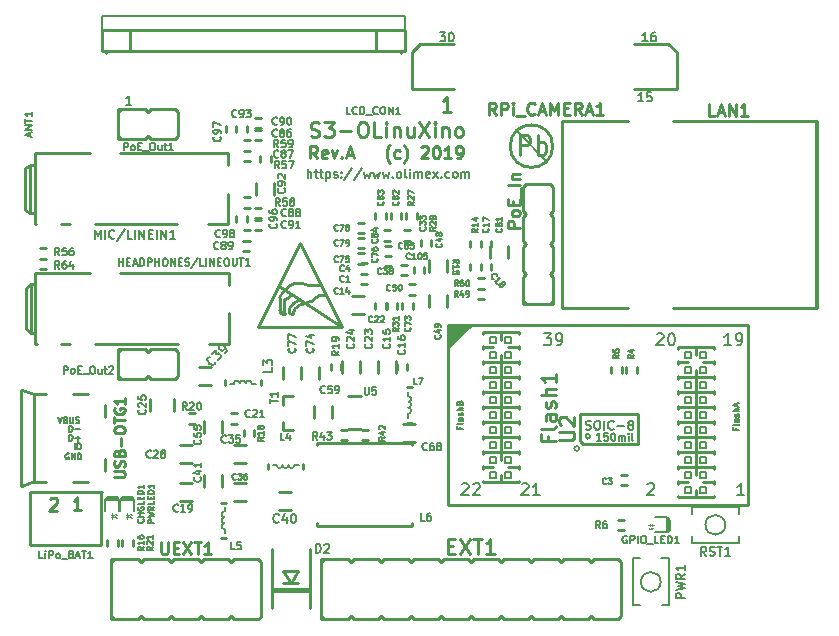
<source format=gbr>
%TF.GenerationSoftware,KiCad,Pcbnew,5.99.0-unknown-18d4112~100~ubuntu18.04.1*%
%TF.CreationDate,2020-01-03T13:20:43+02:00*%
%TF.ProjectId,S3-OLinuXino_Rev_A,53332d4f-4c69-46e7-9558-696e6f5f5265,F*%
%TF.SameCoordinates,Original*%
%TF.FileFunction,Legend,Top*%
%TF.FilePolarity,Positive*%
%FSLAX46Y46*%
G04 Gerber Fmt 4.6, Leading zero omitted, Abs format (unit mm)*
G04 Created by KiCad (PCBNEW 5.99.0-unknown-18d4112~100~ubuntu18.04.1) date 2020-01-03 13:20:43*
%MOMM*%
%LPD*%
G04 APERTURE LIST*
%ADD10C,0.190500*%
%ADD11C,0.254000*%
%ADD12C,0.127000*%
%ADD13C,0.400000*%
%ADD14C,0.203200*%
%ADD15C,0.050000*%
%ADD16C,0.100000*%
%ADD17C,0.200000*%
%ADD18C,0.158750*%
%ADD19C,0.222250*%
G04 APERTURE END LIST*
D10*
X144290142Y-72480714D02*
X144290142Y-71718714D01*
X144616714Y-72480714D02*
X144616714Y-72081571D01*
X144580428Y-72009000D01*
X144507857Y-71972714D01*
X144399000Y-71972714D01*
X144326428Y-72009000D01*
X144290142Y-72045285D01*
X144870714Y-71972714D02*
X145161000Y-71972714D01*
X144979571Y-71718714D02*
X144979571Y-72371857D01*
X145015857Y-72444428D01*
X145088428Y-72480714D01*
X145161000Y-72480714D01*
X145306142Y-71972714D02*
X145596428Y-71972714D01*
X145415000Y-71718714D02*
X145415000Y-72371857D01*
X145451285Y-72444428D01*
X145523857Y-72480714D01*
X145596428Y-72480714D01*
X145850428Y-71972714D02*
X145850428Y-72734714D01*
X145850428Y-72009000D02*
X145923000Y-71972714D01*
X146068142Y-71972714D01*
X146140714Y-72009000D01*
X146177000Y-72045285D01*
X146213285Y-72117857D01*
X146213285Y-72335571D01*
X146177000Y-72408142D01*
X146140714Y-72444428D01*
X146068142Y-72480714D01*
X145923000Y-72480714D01*
X145850428Y-72444428D01*
X146503571Y-72444428D02*
X146576142Y-72480714D01*
X146721285Y-72480714D01*
X146793857Y-72444428D01*
X146830142Y-72371857D01*
X146830142Y-72335571D01*
X146793857Y-72263000D01*
X146721285Y-72226714D01*
X146612428Y-72226714D01*
X146539857Y-72190428D01*
X146503571Y-72117857D01*
X146503571Y-72081571D01*
X146539857Y-72009000D01*
X146612428Y-71972714D01*
X146721285Y-71972714D01*
X146793857Y-72009000D01*
X147156714Y-72408142D02*
X147193000Y-72444428D01*
X147156714Y-72480714D01*
X147120428Y-72444428D01*
X147156714Y-72408142D01*
X147156714Y-72480714D01*
X147156714Y-72009000D02*
X147193000Y-72045285D01*
X147156714Y-72081571D01*
X147120428Y-72045285D01*
X147156714Y-72009000D01*
X147156714Y-72081571D01*
X148063857Y-71682428D02*
X147410714Y-72662142D01*
X148862142Y-71682428D02*
X148209000Y-72662142D01*
X149043571Y-71972714D02*
X149188714Y-72480714D01*
X149333857Y-72117857D01*
X149479000Y-72480714D01*
X149624142Y-71972714D01*
X149841857Y-71972714D02*
X149987000Y-72480714D01*
X150132142Y-72117857D01*
X150277285Y-72480714D01*
X150422428Y-71972714D01*
X150640142Y-71972714D02*
X150785285Y-72480714D01*
X150930428Y-72117857D01*
X151075571Y-72480714D01*
X151220714Y-71972714D01*
X151511000Y-72408142D02*
X151547285Y-72444428D01*
X151511000Y-72480714D01*
X151474714Y-72444428D01*
X151511000Y-72408142D01*
X151511000Y-72480714D01*
X151982714Y-72480714D02*
X151910142Y-72444428D01*
X151873857Y-72408142D01*
X151837571Y-72335571D01*
X151837571Y-72117857D01*
X151873857Y-72045285D01*
X151910142Y-72009000D01*
X151982714Y-71972714D01*
X152091571Y-71972714D01*
X152164142Y-72009000D01*
X152200428Y-72045285D01*
X152236714Y-72117857D01*
X152236714Y-72335571D01*
X152200428Y-72408142D01*
X152164142Y-72444428D01*
X152091571Y-72480714D01*
X151982714Y-72480714D01*
X152672142Y-72480714D02*
X152599571Y-72444428D01*
X152563285Y-72371857D01*
X152563285Y-71718714D01*
X152962428Y-72480714D02*
X152962428Y-71972714D01*
X152962428Y-71718714D02*
X152926142Y-71755000D01*
X152962428Y-71791285D01*
X152998714Y-71755000D01*
X152962428Y-71718714D01*
X152962428Y-71791285D01*
X153325285Y-72480714D02*
X153325285Y-71972714D01*
X153325285Y-72045285D02*
X153361571Y-72009000D01*
X153434142Y-71972714D01*
X153543000Y-71972714D01*
X153615571Y-72009000D01*
X153651857Y-72081571D01*
X153651857Y-72480714D01*
X153651857Y-72081571D02*
X153688142Y-72009000D01*
X153760714Y-71972714D01*
X153869571Y-71972714D01*
X153942142Y-72009000D01*
X153978428Y-72081571D01*
X153978428Y-72480714D01*
X154631571Y-72444428D02*
X154559000Y-72480714D01*
X154413857Y-72480714D01*
X154341285Y-72444428D01*
X154305000Y-72371857D01*
X154305000Y-72081571D01*
X154341285Y-72009000D01*
X154413857Y-71972714D01*
X154559000Y-71972714D01*
X154631571Y-72009000D01*
X154667857Y-72081571D01*
X154667857Y-72154142D01*
X154305000Y-72226714D01*
X154921857Y-72480714D02*
X155321000Y-71972714D01*
X154921857Y-71972714D02*
X155321000Y-72480714D01*
X155611285Y-72408142D02*
X155647571Y-72444428D01*
X155611285Y-72480714D01*
X155575000Y-72444428D01*
X155611285Y-72408142D01*
X155611285Y-72480714D01*
X156300714Y-72444428D02*
X156228142Y-72480714D01*
X156083000Y-72480714D01*
X156010428Y-72444428D01*
X155974142Y-72408142D01*
X155937857Y-72335571D01*
X155937857Y-72117857D01*
X155974142Y-72045285D01*
X156010428Y-72009000D01*
X156083000Y-71972714D01*
X156228142Y-71972714D01*
X156300714Y-72009000D01*
X156736142Y-72480714D02*
X156663571Y-72444428D01*
X156627285Y-72408142D01*
X156591000Y-72335571D01*
X156591000Y-72117857D01*
X156627285Y-72045285D01*
X156663571Y-72009000D01*
X156736142Y-71972714D01*
X156845000Y-71972714D01*
X156917571Y-72009000D01*
X156953857Y-72045285D01*
X156990142Y-72117857D01*
X156990142Y-72335571D01*
X156953857Y-72408142D01*
X156917571Y-72444428D01*
X156845000Y-72480714D01*
X156736142Y-72480714D01*
X157316714Y-72480714D02*
X157316714Y-71972714D01*
X157316714Y-72045285D02*
X157353000Y-72009000D01*
X157425571Y-71972714D01*
X157534428Y-71972714D01*
X157607000Y-72009000D01*
X157643285Y-72081571D01*
X157643285Y-72480714D01*
X157643285Y-72081571D02*
X157679571Y-72009000D01*
X157752142Y-71972714D01*
X157861000Y-71972714D01*
X157933571Y-72009000D01*
X157969857Y-72081571D01*
X157969857Y-72480714D01*
D11*
X151275142Y-71204666D02*
X151226761Y-71156285D01*
X151130000Y-71011142D01*
X151081619Y-70914380D01*
X151033238Y-70769238D01*
X150984857Y-70527333D01*
X150984857Y-70333809D01*
X151033238Y-70091904D01*
X151081619Y-69946761D01*
X151130000Y-69850000D01*
X151226761Y-69704857D01*
X151275142Y-69656476D01*
X152097619Y-70769238D02*
X152000857Y-70817619D01*
X151807333Y-70817619D01*
X151710571Y-70769238D01*
X151662190Y-70720857D01*
X151613809Y-70624095D01*
X151613809Y-70333809D01*
X151662190Y-70237047D01*
X151710571Y-70188666D01*
X151807333Y-70140285D01*
X152000857Y-70140285D01*
X152097619Y-70188666D01*
X152436285Y-71204666D02*
X152484666Y-71156285D01*
X152581428Y-71011142D01*
X152629809Y-70914380D01*
X152678190Y-70769238D01*
X152726571Y-70527333D01*
X152726571Y-70333809D01*
X152678190Y-70091904D01*
X152629809Y-69946761D01*
X152581428Y-69850000D01*
X152484666Y-69704857D01*
X152436285Y-69656476D01*
X153936095Y-69898380D02*
X153984476Y-69850000D01*
X154081238Y-69801619D01*
X154323142Y-69801619D01*
X154419904Y-69850000D01*
X154468285Y-69898380D01*
X154516666Y-69995142D01*
X154516666Y-70091904D01*
X154468285Y-70237047D01*
X153887714Y-70817619D01*
X154516666Y-70817619D01*
X155145619Y-69801619D02*
X155242380Y-69801619D01*
X155339142Y-69850000D01*
X155387523Y-69898380D01*
X155435904Y-69995142D01*
X155484285Y-70188666D01*
X155484285Y-70430571D01*
X155435904Y-70624095D01*
X155387523Y-70720857D01*
X155339142Y-70769238D01*
X155242380Y-70817619D01*
X155145619Y-70817619D01*
X155048857Y-70769238D01*
X155000476Y-70720857D01*
X154952095Y-70624095D01*
X154903714Y-70430571D01*
X154903714Y-70188666D01*
X154952095Y-69995142D01*
X155000476Y-69898380D01*
X155048857Y-69850000D01*
X155145619Y-69801619D01*
X156451904Y-70817619D02*
X155871333Y-70817619D01*
X156161619Y-70817619D02*
X156161619Y-69801619D01*
X156064857Y-69946761D01*
X155968095Y-70043523D01*
X155871333Y-70091904D01*
X156935714Y-70817619D02*
X157129238Y-70817619D01*
X157226000Y-70769238D01*
X157274380Y-70720857D01*
X157371142Y-70575714D01*
X157419523Y-70382190D01*
X157419523Y-69995142D01*
X157371142Y-69898380D01*
X157322761Y-69850000D01*
X157226000Y-69801619D01*
X157032476Y-69801619D01*
X156935714Y-69850000D01*
X156887333Y-69898380D01*
X156838952Y-69995142D01*
X156838952Y-70237047D01*
X156887333Y-70333809D01*
X156935714Y-70382190D01*
X157032476Y-70430571D01*
X157226000Y-70430571D01*
X157322761Y-70382190D01*
X157371142Y-70333809D01*
X157419523Y-70237047D01*
X145118666Y-70817619D02*
X144780000Y-70333809D01*
X144538095Y-70817619D02*
X144538095Y-69801619D01*
X144925142Y-69801619D01*
X145021904Y-69850000D01*
X145070285Y-69898380D01*
X145118666Y-69995142D01*
X145118666Y-70140285D01*
X145070285Y-70237047D01*
X145021904Y-70285428D01*
X144925142Y-70333809D01*
X144538095Y-70333809D01*
X145941142Y-70769238D02*
X145844380Y-70817619D01*
X145650857Y-70817619D01*
X145554095Y-70769238D01*
X145505714Y-70672476D01*
X145505714Y-70285428D01*
X145554095Y-70188666D01*
X145650857Y-70140285D01*
X145844380Y-70140285D01*
X145941142Y-70188666D01*
X145989523Y-70285428D01*
X145989523Y-70382190D01*
X145505714Y-70478952D01*
X146328190Y-70140285D02*
X146570095Y-70817619D01*
X146812000Y-70140285D01*
X147199047Y-70720857D02*
X147247428Y-70769238D01*
X147199047Y-70817619D01*
X147150666Y-70769238D01*
X147199047Y-70720857D01*
X147199047Y-70817619D01*
X147634476Y-70527333D02*
X148118285Y-70527333D01*
X147537714Y-70817619D02*
X147876380Y-69801619D01*
X148215047Y-70817619D01*
X144562285Y-68967047D02*
X144743714Y-69027523D01*
X145046095Y-69027523D01*
X145167047Y-68967047D01*
X145227523Y-68906571D01*
X145288000Y-68785619D01*
X145288000Y-68664666D01*
X145227523Y-68543714D01*
X145167047Y-68483238D01*
X145046095Y-68422761D01*
X144804190Y-68362285D01*
X144683238Y-68301809D01*
X144622761Y-68241333D01*
X144562285Y-68120380D01*
X144562285Y-67999428D01*
X144622761Y-67878476D01*
X144683238Y-67818000D01*
X144804190Y-67757523D01*
X145106571Y-67757523D01*
X145288000Y-67818000D01*
X145711333Y-67757523D02*
X146497523Y-67757523D01*
X146074190Y-68241333D01*
X146255619Y-68241333D01*
X146376571Y-68301809D01*
X146437047Y-68362285D01*
X146497523Y-68483238D01*
X146497523Y-68785619D01*
X146437047Y-68906571D01*
X146376571Y-68967047D01*
X146255619Y-69027523D01*
X145892761Y-69027523D01*
X145771809Y-68967047D01*
X145711333Y-68906571D01*
X147041809Y-68543714D02*
X148009428Y-68543714D01*
X148856095Y-67757523D02*
X149098000Y-67757523D01*
X149218952Y-67818000D01*
X149339904Y-67938952D01*
X149400380Y-68180857D01*
X149400380Y-68604190D01*
X149339904Y-68846095D01*
X149218952Y-68967047D01*
X149098000Y-69027523D01*
X148856095Y-69027523D01*
X148735142Y-68967047D01*
X148614190Y-68846095D01*
X148553714Y-68604190D01*
X148553714Y-68180857D01*
X148614190Y-67938952D01*
X148735142Y-67818000D01*
X148856095Y-67757523D01*
X150549428Y-69027523D02*
X149944666Y-69027523D01*
X149944666Y-67757523D01*
X150972761Y-69027523D02*
X150972761Y-68180857D01*
X150972761Y-67757523D02*
X150912285Y-67818000D01*
X150972761Y-67878476D01*
X151033238Y-67818000D01*
X150972761Y-67757523D01*
X150972761Y-67878476D01*
X151577523Y-68180857D02*
X151577523Y-69027523D01*
X151577523Y-68301809D02*
X151638000Y-68241333D01*
X151758952Y-68180857D01*
X151940380Y-68180857D01*
X152061333Y-68241333D01*
X152121809Y-68362285D01*
X152121809Y-69027523D01*
X153270857Y-68180857D02*
X153270857Y-69027523D01*
X152726571Y-68180857D02*
X152726571Y-68846095D01*
X152787047Y-68967047D01*
X152908000Y-69027523D01*
X153089428Y-69027523D01*
X153210380Y-68967047D01*
X153270857Y-68906571D01*
X153754666Y-67757523D02*
X154601333Y-69027523D01*
X154601333Y-67757523D02*
X153754666Y-69027523D01*
X155085142Y-69027523D02*
X155085142Y-68180857D01*
X155085142Y-67757523D02*
X155024666Y-67818000D01*
X155085142Y-67878476D01*
X155145619Y-67818000D01*
X155085142Y-67757523D01*
X155085142Y-67878476D01*
X155689904Y-68180857D02*
X155689904Y-69027523D01*
X155689904Y-68301809D02*
X155750380Y-68241333D01*
X155871333Y-68180857D01*
X156052761Y-68180857D01*
X156173714Y-68241333D01*
X156234190Y-68362285D01*
X156234190Y-69027523D01*
X157020380Y-69027523D02*
X156899428Y-68967047D01*
X156838952Y-68906571D01*
X156778476Y-68785619D01*
X156778476Y-68422761D01*
X156838952Y-68301809D01*
X156899428Y-68241333D01*
X157020380Y-68180857D01*
X157201809Y-68180857D01*
X157322761Y-68241333D01*
X157383238Y-68301809D01*
X157443714Y-68422761D01*
X157443714Y-68785619D01*
X157383238Y-68906571D01*
X157322761Y-68967047D01*
X157201809Y-69027523D01*
X157020380Y-69027523D01*
%TO.C,RPi_CAMERA1*%
X153838000Y-61119000D02*
X156713000Y-61119000D01*
X153138000Y-61819000D02*
X153838000Y-61119000D01*
X153138000Y-64944000D02*
X153138000Y-61819000D01*
X156713000Y-64944000D02*
X153138000Y-64944000D01*
X174838000Y-61119000D02*
X171963000Y-61119000D01*
X175538000Y-61819000D02*
X174838000Y-61119000D01*
X175538000Y-64944000D02*
X175538000Y-61819000D01*
X171963000Y-64944000D02*
X175538000Y-64944000D01*
%TO.C,C25*%
X132969000Y-92202000D02*
X132969000Y-91186000D01*
X130937000Y-92202000D02*
X130937000Y-91186000D01*
%TO.C,UEXT1*%
X140335000Y-105015000D02*
X140335000Y-109615000D01*
X127635000Y-104775000D02*
X127635000Y-107315000D01*
X140081000Y-104775000D02*
X140335000Y-105015000D01*
X140335000Y-109615000D02*
X140081000Y-109855000D01*
X135509000Y-109855000D02*
X135255000Y-109601000D01*
X140081000Y-109855000D02*
X138049000Y-109855000D01*
X138049000Y-104775000D02*
X140081000Y-104775000D01*
X137795000Y-105029000D02*
X138049000Y-104775000D01*
X127635000Y-104775000D02*
X127889000Y-104775000D01*
X127889000Y-104775000D02*
X129921000Y-104775000D01*
X129921000Y-104775000D02*
X130175000Y-105029000D01*
X130175000Y-105029000D02*
X130429000Y-104775000D01*
X130429000Y-104775000D02*
X132461000Y-104775000D01*
X132461000Y-104775000D02*
X132715000Y-105029000D01*
X132715000Y-105029000D02*
X132969000Y-104775000D01*
X132969000Y-104775000D02*
X135001000Y-104775000D01*
X135001000Y-104775000D02*
X135255000Y-105029000D01*
X135255000Y-105029000D02*
X135509000Y-104775000D01*
X135509000Y-104775000D02*
X137541000Y-104775000D01*
X137541000Y-104775000D02*
X137795000Y-105029000D01*
X137795000Y-109601000D02*
X137541000Y-109855000D01*
X137541000Y-109855000D02*
X135509000Y-109855000D01*
X138049000Y-109855000D02*
X137795000Y-109601000D01*
X135255000Y-109601000D02*
X135001000Y-109855000D01*
X135001000Y-109855000D02*
X132969000Y-109855000D01*
X127635000Y-105029000D02*
X127889000Y-104775000D01*
X127889000Y-109855000D02*
X127635000Y-109601000D01*
X128143000Y-109855000D02*
X127635000Y-109855000D01*
X132461000Y-109855000D02*
X130429000Y-109855000D01*
X130429000Y-109855000D02*
X130175000Y-109601000D01*
X130175000Y-109601000D02*
X129921000Y-109855000D01*
X129921000Y-109855000D02*
X128143000Y-109855000D01*
X132461000Y-109855000D02*
X132715000Y-109601000D01*
X132715000Y-109601000D02*
X132969000Y-109855000D01*
X127635000Y-107315000D02*
X127635000Y-109855000D01*
%TO.C,PoE1*%
X133096000Y-86995000D02*
X133350000Y-87249000D01*
X133350000Y-87249000D02*
X133350000Y-89281000D01*
X128270000Y-87249000D02*
X128524000Y-86995000D01*
X128524000Y-89535000D02*
X128270000Y-89281000D01*
X128778000Y-89535000D02*
X128270000Y-89535000D01*
X133096000Y-89535000D02*
X131064000Y-89535000D01*
X131064000Y-89535000D02*
X130810000Y-89281000D01*
X130810000Y-89281000D02*
X130556000Y-89535000D01*
X130556000Y-89535000D02*
X128778000Y-89535000D01*
X133096000Y-89535000D02*
X133350000Y-89281000D01*
X128270000Y-86995000D02*
X128270000Y-89535000D01*
X128270000Y-86995000D02*
X128524000Y-86995000D01*
X128524000Y-86995000D02*
X130556000Y-86995000D01*
X130556000Y-86995000D02*
X130810000Y-87249000D01*
X130810000Y-87249000D02*
X131064000Y-86995000D01*
X131064000Y-86995000D02*
X133096000Y-86995000D01*
X133096000Y-66675000D02*
X133350000Y-66929000D01*
X133350000Y-66929000D02*
X133350000Y-68961000D01*
X128270000Y-66929000D02*
X128524000Y-66675000D01*
X128524000Y-69215000D02*
X128270000Y-68961000D01*
X128778000Y-69215000D02*
X128270000Y-69215000D01*
X133096000Y-69215000D02*
X131064000Y-69215000D01*
X131064000Y-69215000D02*
X130810000Y-68961000D01*
X130810000Y-68961000D02*
X130556000Y-69215000D01*
X130556000Y-69215000D02*
X128778000Y-69215000D01*
X133096000Y-69215000D02*
X133350000Y-68961000D01*
X128270000Y-66675000D02*
X128270000Y-69215000D01*
X128270000Y-66675000D02*
X128524000Y-66675000D01*
X128524000Y-66675000D02*
X130556000Y-66675000D01*
X130556000Y-66675000D02*
X130810000Y-66929000D01*
X130810000Y-66929000D02*
X131064000Y-66675000D01*
X131064000Y-66675000D02*
X133096000Y-66675000D01*
X162560000Y-73279000D02*
X162814000Y-73025000D01*
X165100000Y-78359000D02*
X165100000Y-80391000D01*
X165100000Y-82677000D02*
X165100000Y-83185000D01*
X162560000Y-77851000D02*
X162560000Y-75819000D01*
X162560000Y-78359000D02*
X162814000Y-78105000D01*
X162560000Y-83185000D02*
X162560000Y-82931000D01*
X162814000Y-78105000D02*
X162560000Y-77851000D01*
X162560000Y-82931000D02*
X162560000Y-80899000D01*
X162814000Y-75565000D02*
X162560000Y-75311000D01*
X165100000Y-75311000D02*
X164846000Y-75565000D01*
X165100000Y-78359000D02*
X164846000Y-78105000D01*
X164846000Y-73025000D02*
X165100000Y-73279000D01*
X165100000Y-80391000D02*
X164846000Y-80645000D01*
X162814000Y-80645000D02*
X162560000Y-80391000D01*
X165100000Y-80899000D02*
X165100000Y-82677000D01*
X162560000Y-80899000D02*
X162814000Y-80645000D01*
X162560000Y-80391000D02*
X162560000Y-78359000D01*
X162814000Y-73025000D02*
X164846000Y-73025000D01*
X164846000Y-78105000D02*
X165100000Y-77851000D01*
X162560000Y-75311000D02*
X162560000Y-73279000D01*
X165100000Y-73279000D02*
X165100000Y-75311000D01*
X162560000Y-83185000D02*
X165100000Y-83185000D01*
X164846000Y-80645000D02*
X165100000Y-80899000D01*
X162560000Y-75819000D02*
X162814000Y-75565000D01*
X162814000Y-83185000D02*
X162560000Y-82931000D01*
X165100000Y-75819000D02*
X165100000Y-77851000D01*
X164846000Y-75565000D02*
X165100000Y-75819000D01*
X165100000Y-82931000D02*
X164846000Y-83185000D01*
D12*
%TO.C,Flash1*%
X176784000Y-99136200D02*
X176784000Y-98628200D01*
X176784000Y-98628200D02*
X176276000Y-98628200D01*
X176276000Y-99136200D02*
X176276000Y-98628200D01*
X176784000Y-99136200D02*
X176276000Y-99136200D01*
X176784000Y-97866200D02*
X176784000Y-97358200D01*
X176784000Y-97358200D02*
X176276000Y-97358200D01*
X176276000Y-97866200D02*
X176276000Y-97358200D01*
X176784000Y-97866200D02*
X176276000Y-97866200D01*
X176784000Y-96596200D02*
X176784000Y-96088200D01*
X176784000Y-96088200D02*
X176276000Y-96088200D01*
X176276000Y-96596200D02*
X176276000Y-96088200D01*
X176784000Y-96596200D02*
X176276000Y-96596200D01*
X176784000Y-95326200D02*
X176784000Y-94818200D01*
X176784000Y-94818200D02*
X176276000Y-94818200D01*
X176276000Y-95326200D02*
X176276000Y-94818200D01*
X176784000Y-95326200D02*
X176276000Y-95326200D01*
X176784000Y-94056200D02*
X176784000Y-93548200D01*
X176784000Y-93548200D02*
X176276000Y-93548200D01*
X176276000Y-94056200D02*
X176276000Y-93548200D01*
X176784000Y-94056200D02*
X176276000Y-94056200D01*
X176784000Y-92786200D02*
X176784000Y-92278200D01*
X176784000Y-92278200D02*
X176276000Y-92278200D01*
X176276000Y-92786200D02*
X176276000Y-92278200D01*
X176784000Y-92786200D02*
X176276000Y-92786200D01*
X176784000Y-91516200D02*
X176784000Y-91008200D01*
X176784000Y-91008200D02*
X176276000Y-91008200D01*
X176276000Y-91516200D02*
X176276000Y-91008200D01*
X176784000Y-91516200D02*
X176276000Y-91516200D01*
X176784000Y-90246200D02*
X176784000Y-89738200D01*
X176784000Y-89738200D02*
X176276000Y-89738200D01*
X176276000Y-90246200D02*
X176276000Y-89738200D01*
X176784000Y-90246200D02*
X176276000Y-90246200D01*
X176784000Y-88976200D02*
X176784000Y-88468200D01*
X176784000Y-88468200D02*
X176276000Y-88468200D01*
X176276000Y-88976200D02*
X176276000Y-88468200D01*
X176784000Y-88976200D02*
X176276000Y-88976200D01*
X176784000Y-87706200D02*
X176784000Y-87198200D01*
X176784000Y-87198200D02*
X176276000Y-87198200D01*
X176276000Y-87706200D02*
X176276000Y-87198200D01*
X176784000Y-87706200D02*
X176276000Y-87706200D01*
X178054000Y-99136200D02*
X178054000Y-98628200D01*
X178054000Y-98628200D02*
X177546000Y-98628200D01*
X177546000Y-99136200D02*
X177546000Y-98628200D01*
X178054000Y-99136200D02*
X177546000Y-99136200D01*
X178054000Y-97866200D02*
X178054000Y-97358200D01*
X178054000Y-97358200D02*
X177546000Y-97358200D01*
X177546000Y-97866200D02*
X177546000Y-97358200D01*
X178054000Y-97866200D02*
X177546000Y-97866200D01*
X178054000Y-96596200D02*
X178054000Y-96088200D01*
X178054000Y-96088200D02*
X177546000Y-96088200D01*
X177546000Y-96596200D02*
X177546000Y-96088200D01*
X178054000Y-96596200D02*
X177546000Y-96596200D01*
X178054000Y-95326200D02*
X178054000Y-94818200D01*
X178054000Y-94818200D02*
X177546000Y-94818200D01*
X177546000Y-95326200D02*
X177546000Y-94818200D01*
X178054000Y-95326200D02*
X177546000Y-95326200D01*
X178054000Y-94056200D02*
X178054000Y-93548200D01*
X178054000Y-93548200D02*
X177546000Y-93548200D01*
X177546000Y-94056200D02*
X177546000Y-93548200D01*
X178054000Y-94056200D02*
X177546000Y-94056200D01*
X178054000Y-92786200D02*
X178054000Y-92278200D01*
X178054000Y-92278200D02*
X177546000Y-92278200D01*
X177546000Y-92786200D02*
X177546000Y-92278200D01*
X178054000Y-92786200D02*
X177546000Y-92786200D01*
X178054000Y-91516200D02*
X178054000Y-91008200D01*
X178054000Y-91008200D02*
X177546000Y-91008200D01*
X177546000Y-91516200D02*
X177546000Y-91008200D01*
X178054000Y-91516200D02*
X177546000Y-91516200D01*
X178054000Y-90246200D02*
X178054000Y-89738200D01*
X178054000Y-89738200D02*
X177546000Y-89738200D01*
X177546000Y-90246200D02*
X177546000Y-89738200D01*
X178054000Y-90246200D02*
X177546000Y-90246200D01*
X178054000Y-88976200D02*
X178054000Y-88468200D01*
X178054000Y-88468200D02*
X177546000Y-88468200D01*
X177546000Y-88976200D02*
X177546000Y-88468200D01*
X178054000Y-88976200D02*
X177546000Y-88976200D01*
X178054000Y-87706200D02*
X178054000Y-87198200D01*
X178054000Y-87198200D02*
X177546000Y-87198200D01*
X177546000Y-87706200D02*
X177546000Y-87198200D01*
X178054000Y-87706200D02*
X177546000Y-87706200D01*
D11*
X175641000Y-99390200D02*
X175641000Y-99517200D01*
X175641000Y-99517200D02*
X177165000Y-99517200D01*
X177165000Y-99517200D02*
X178689000Y-99517200D01*
X178689000Y-99517200D02*
X178689000Y-99390200D01*
X175641000Y-86944200D02*
X175641000Y-86817200D01*
X175641000Y-86817200D02*
X177165000Y-86817200D01*
X177165000Y-86817200D02*
X178689000Y-86817200D01*
X178689000Y-86817200D02*
X178689000Y-86944200D01*
X177165000Y-99517200D02*
X177165000Y-98882200D01*
X177165000Y-97612200D02*
X177165000Y-96977200D01*
X177165000Y-96977200D02*
X177165000Y-95707200D01*
X177165000Y-95707200D02*
X177165000Y-94437200D01*
X177165000Y-94437200D02*
X177165000Y-93167200D01*
X177165000Y-93167200D02*
X177165000Y-91897200D01*
X177165000Y-91897200D02*
X177165000Y-90627200D01*
X177165000Y-90627200D02*
X177165000Y-89357200D01*
X177165000Y-89357200D02*
X177165000Y-88722200D01*
X177165000Y-87452200D02*
X177165000Y-86817200D01*
X178689000Y-98374200D02*
X178689000Y-98247200D01*
X178689000Y-98247200D02*
X178689000Y-98120200D01*
X178689000Y-97104200D02*
X178689000Y-96977200D01*
X178689000Y-96977200D02*
X178689000Y-96850200D01*
X178689000Y-95834200D02*
X178689000Y-95707200D01*
X178689000Y-95707200D02*
X178689000Y-95580200D01*
X178689000Y-94564200D02*
X178689000Y-94437200D01*
X178689000Y-94437200D02*
X178689000Y-94310200D01*
X178689000Y-93294200D02*
X178689000Y-93167200D01*
X178689000Y-93167200D02*
X178689000Y-93040200D01*
X178689000Y-92024200D02*
X178689000Y-91897200D01*
X178689000Y-91897200D02*
X178689000Y-91770200D01*
X178689000Y-90754200D02*
X178689000Y-90627200D01*
X178689000Y-90627200D02*
X178689000Y-90500200D01*
X178689000Y-89484200D02*
X178689000Y-89357200D01*
X178689000Y-89357200D02*
X178689000Y-89230200D01*
X178689000Y-88214200D02*
X178689000Y-88087200D01*
X178689000Y-88087200D02*
X178689000Y-87960200D01*
X175641000Y-88214200D02*
X175641000Y-87960200D01*
X175641000Y-89484200D02*
X175641000Y-89357200D01*
X175641000Y-89357200D02*
X175641000Y-89230200D01*
X175641000Y-90754200D02*
X175641000Y-90627200D01*
X175641000Y-90627200D02*
X175641000Y-90500200D01*
X175641000Y-92024200D02*
X175641000Y-91897200D01*
X175641000Y-91897200D02*
X175641000Y-91770200D01*
X175641000Y-93294200D02*
X175641000Y-93167200D01*
X175641000Y-93167200D02*
X175641000Y-93040200D01*
X175641000Y-94564200D02*
X175641000Y-94437200D01*
X175641000Y-94437200D02*
X175641000Y-94310200D01*
X175641000Y-95834200D02*
X175641000Y-95707200D01*
X175641000Y-95707200D02*
X175641000Y-95580200D01*
X175641000Y-97104200D02*
X175641000Y-96977200D01*
X175641000Y-96977200D02*
X175641000Y-96850200D01*
X175641000Y-98374200D02*
X175641000Y-98247200D01*
X175641000Y-98247200D02*
X175641000Y-98120200D01*
X178689000Y-98247200D02*
X177800000Y-98247200D01*
X178689000Y-96977200D02*
X177165000Y-96977200D01*
X178689000Y-95707200D02*
X177165000Y-95707200D01*
X178689000Y-94437200D02*
X177165000Y-94437200D01*
X178689000Y-93167200D02*
X177165000Y-93167200D01*
X178689000Y-91897200D02*
X177165000Y-91897200D01*
X178689000Y-90627200D02*
X177165000Y-90627200D01*
X178689000Y-89357200D02*
X177165000Y-89357200D01*
X176530000Y-98247200D02*
X175641000Y-98247200D01*
X177165000Y-96977200D02*
X175641000Y-96977200D01*
X177165000Y-95707200D02*
X175641000Y-95707200D01*
X177165000Y-94437200D02*
X175641000Y-94437200D01*
X177165000Y-93167200D02*
X175641000Y-93167200D01*
X177165000Y-91897200D02*
X175641000Y-91897200D01*
X177165000Y-90627200D02*
X175641000Y-90627200D01*
X177165000Y-89357200D02*
X175641000Y-89357200D01*
X178689000Y-88087200D02*
X177800000Y-88087200D01*
X176530000Y-88087200D02*
X175641000Y-88087200D01*
X181610000Y-100152200D02*
X156210000Y-100152200D01*
X156210000Y-100152200D02*
X156210000Y-84912200D01*
X156210000Y-84912200D02*
X181610000Y-84912200D01*
X181610000Y-84912200D02*
X181610000Y-100152200D01*
X162179000Y-90627200D02*
X162179000Y-90500200D01*
X162179000Y-89484200D02*
X162179000Y-89357200D01*
X162179000Y-89357200D02*
X162179000Y-89230200D01*
X162179000Y-88214200D02*
X162179000Y-88087200D01*
X160655000Y-86182200D02*
X160655000Y-85547200D01*
X162179000Y-97104200D02*
X162179000Y-96977200D01*
X162179000Y-96977200D02*
X162179000Y-96850200D01*
X162179000Y-95834200D02*
X162179000Y-95707200D01*
D12*
X161544000Y-97358200D02*
X161036000Y-97358200D01*
X161036000Y-97866200D02*
X161036000Y-97358200D01*
X161544000Y-97866200D02*
X161036000Y-97866200D01*
X161544000Y-96596200D02*
X161544000Y-96088200D01*
X161544000Y-88468200D02*
X161036000Y-88468200D01*
X161036000Y-88976200D02*
X161036000Y-88468200D01*
X161544000Y-88976200D02*
X161036000Y-88976200D01*
X161544000Y-87706200D02*
X161544000Y-87198200D01*
D11*
X162179000Y-96977200D02*
X161290000Y-96977200D01*
X162179000Y-95707200D02*
X160655000Y-95707200D01*
X162179000Y-94437200D02*
X160655000Y-94437200D01*
X162179000Y-93167200D02*
X160655000Y-93167200D01*
X160655000Y-89357200D02*
X159131000Y-89357200D01*
X160655000Y-88087200D02*
X159131000Y-88087200D01*
X162179000Y-86817200D02*
X161290000Y-86817200D01*
X160020000Y-86817200D02*
X159131000Y-86817200D01*
D12*
X159766000Y-97866200D02*
X159766000Y-97358200D01*
X160274000Y-87198200D02*
X159766000Y-87198200D01*
X159766000Y-87706200D02*
X159766000Y-87198200D01*
X160274000Y-87706200D02*
X159766000Y-87706200D01*
X160274000Y-86436200D02*
X160274000Y-85928200D01*
D11*
X159131000Y-88214200D02*
X159131000Y-88087200D01*
X159131000Y-88087200D02*
X159131000Y-87960200D01*
X159131000Y-89484200D02*
X159131000Y-89357200D01*
X159131000Y-89357200D02*
X159131000Y-89230200D01*
D12*
X161544000Y-96088200D02*
X161036000Y-96088200D01*
X161036000Y-96596200D02*
X161036000Y-96088200D01*
X161544000Y-96596200D02*
X161036000Y-96596200D01*
X161544000Y-95326200D02*
X161544000Y-94818200D01*
X160274000Y-96088200D02*
X159766000Y-96088200D01*
D11*
X159131000Y-98247200D02*
X160655000Y-98247200D01*
X160655000Y-98247200D02*
X162179000Y-98247200D01*
X162179000Y-98247200D02*
X162179000Y-98120200D01*
X159131000Y-85674200D02*
X159131000Y-85547200D01*
D12*
X160274000Y-96596200D02*
X160274000Y-96088200D01*
X160274000Y-92278200D02*
X159766000Y-92278200D01*
X159766000Y-92786200D02*
X159766000Y-92278200D01*
X160274000Y-92786200D02*
X159766000Y-92786200D01*
X160274000Y-91516200D02*
X160274000Y-91008200D01*
X160274000Y-95326200D02*
X160274000Y-94818200D01*
X161544000Y-87198200D02*
X161036000Y-87198200D01*
X161036000Y-87706200D02*
X161036000Y-87198200D01*
X161544000Y-87706200D02*
X161036000Y-87706200D01*
X161544000Y-86436200D02*
X161544000Y-85928200D01*
X160274000Y-89738200D02*
X159766000Y-89738200D01*
X159766000Y-90246200D02*
X159766000Y-89738200D01*
X160274000Y-90246200D02*
X159766000Y-90246200D01*
X160274000Y-88976200D02*
X160274000Y-88468200D01*
X159766000Y-96596200D02*
X159766000Y-96088200D01*
D11*
X159131000Y-85547200D02*
X160655000Y-85547200D01*
X160655000Y-85547200D02*
X162179000Y-85547200D01*
X162179000Y-85547200D02*
X162179000Y-85674200D01*
X160655000Y-98247200D02*
X160655000Y-97612200D01*
D12*
X160274000Y-97866200D02*
X159766000Y-97866200D01*
X161544000Y-94818200D02*
X161036000Y-94818200D01*
X161036000Y-95326200D02*
X161036000Y-94818200D01*
X161544000Y-95326200D02*
X161036000Y-95326200D01*
X161544000Y-94056200D02*
X161544000Y-93548200D01*
X161544000Y-85928200D02*
X161036000Y-85928200D01*
X161036000Y-86436200D02*
X161036000Y-85928200D01*
X161544000Y-86436200D02*
X161036000Y-86436200D01*
D11*
X159131000Y-98120200D02*
X159131000Y-98247200D01*
D12*
X160274000Y-97358200D02*
X159766000Y-97358200D01*
X160274000Y-96596200D02*
X159766000Y-96596200D01*
D11*
X160655000Y-96342200D02*
X160655000Y-95707200D01*
X160655000Y-95707200D02*
X160655000Y-94437200D01*
X160655000Y-94437200D02*
X160655000Y-93167200D01*
X160655000Y-93167200D02*
X160655000Y-91897200D01*
X160655000Y-91897200D02*
X160655000Y-90627200D01*
X160655000Y-90627200D02*
X160655000Y-89357200D01*
X160655000Y-89357200D02*
X160655000Y-88087200D01*
X160655000Y-88087200D02*
X160655000Y-87452200D01*
X162179000Y-93167200D02*
X162179000Y-93040200D01*
X162179000Y-92024200D02*
X162179000Y-91897200D01*
X162179000Y-91897200D02*
X162179000Y-91770200D01*
X162179000Y-90754200D02*
X162179000Y-90627200D01*
X159131000Y-93294200D02*
X159131000Y-93167200D01*
X159131000Y-93167200D02*
X159131000Y-93040200D01*
X159131000Y-94564200D02*
X159131000Y-94437200D01*
X159131000Y-94437200D02*
X159131000Y-94310200D01*
X162179000Y-95707200D02*
X162179000Y-95580200D01*
X162179000Y-94564200D02*
X162179000Y-94437200D01*
X162179000Y-94437200D02*
X162179000Y-94310200D01*
X162179000Y-93294200D02*
X162179000Y-93167200D01*
D12*
X160274000Y-91008200D02*
X159766000Y-91008200D01*
X159766000Y-91516200D02*
X159766000Y-91008200D01*
X160274000Y-91516200D02*
X159766000Y-91516200D01*
X160274000Y-90246200D02*
X160274000Y-89738200D01*
X161544000Y-91008200D02*
X161036000Y-91008200D01*
X161036000Y-91516200D02*
X161036000Y-91008200D01*
X161544000Y-91516200D02*
X161036000Y-91516200D01*
X161544000Y-90246200D02*
X161544000Y-89738200D01*
D11*
X159131000Y-90754200D02*
X159131000Y-90627200D01*
X159131000Y-90627200D02*
X159131000Y-90500200D01*
X159131000Y-92024200D02*
X159131000Y-91897200D01*
X159131000Y-91897200D02*
X159131000Y-91770200D01*
D12*
X160274000Y-85928200D02*
X159766000Y-85928200D01*
X159766000Y-86436200D02*
X159766000Y-85928200D01*
X160274000Y-86436200D02*
X159766000Y-86436200D01*
X161544000Y-97866200D02*
X161544000Y-97358200D01*
X160274000Y-93548200D02*
X159766000Y-93548200D01*
X159766000Y-94056200D02*
X159766000Y-93548200D01*
X160274000Y-94056200D02*
X159766000Y-94056200D01*
X160274000Y-92786200D02*
X160274000Y-92278200D01*
X160274000Y-88468200D02*
X159766000Y-88468200D01*
X159766000Y-88976200D02*
X159766000Y-88468200D01*
X160274000Y-88976200D02*
X159766000Y-88976200D01*
X160274000Y-87706200D02*
X160274000Y-87198200D01*
X160274000Y-94818200D02*
X159766000Y-94818200D01*
X159766000Y-95326200D02*
X159766000Y-94818200D01*
X160274000Y-95326200D02*
X159766000Y-95326200D01*
X160274000Y-94056200D02*
X160274000Y-93548200D01*
D11*
X159131000Y-96977200D02*
X159131000Y-96850200D01*
D12*
X161544000Y-93548200D02*
X161036000Y-93548200D01*
X161036000Y-94056200D02*
X161036000Y-93548200D01*
X161544000Y-94056200D02*
X161036000Y-94056200D01*
X161544000Y-92786200D02*
X161544000Y-92278200D01*
D11*
X162179000Y-91897200D02*
X160655000Y-91897200D01*
X162179000Y-90627200D02*
X160655000Y-90627200D01*
X162179000Y-89357200D02*
X160655000Y-89357200D01*
X162179000Y-88087200D02*
X160655000Y-88087200D01*
X160020000Y-96977200D02*
X159131000Y-96977200D01*
D12*
X161544000Y-89738200D02*
X161036000Y-89738200D01*
X161036000Y-90246200D02*
X161036000Y-89738200D01*
X161544000Y-90246200D02*
X161036000Y-90246200D01*
X161544000Y-88976200D02*
X161544000Y-88468200D01*
D11*
X159131000Y-95834200D02*
X159131000Y-95707200D01*
X159131000Y-95707200D02*
X159131000Y-95580200D01*
X159131000Y-97104200D02*
X159131000Y-96977200D01*
D12*
X160274000Y-97866200D02*
X160274000Y-97358200D01*
D11*
X160655000Y-95707200D02*
X159131000Y-95707200D01*
X160655000Y-94437200D02*
X159131000Y-94437200D01*
X160655000Y-93167200D02*
X159131000Y-93167200D01*
X160655000Y-91897200D02*
X159131000Y-91897200D01*
X160655000Y-90627200D02*
X159131000Y-90627200D01*
D12*
X161544000Y-92278200D02*
X161036000Y-92278200D01*
X161036000Y-92786200D02*
X161036000Y-92278200D01*
X161544000Y-92786200D02*
X161036000Y-92786200D01*
X161544000Y-91516200D02*
X161544000Y-91008200D01*
D11*
X162179000Y-88087200D02*
X162179000Y-87960200D01*
X162179000Y-86944200D02*
X162179000Y-86817200D01*
X162179000Y-86817200D02*
X162179000Y-86690200D01*
X159131000Y-86944200D02*
X159131000Y-86690200D01*
X158115000Y-84912200D02*
X156210000Y-86817200D01*
X157480000Y-84912200D02*
X156210000Y-86182200D01*
X157734000Y-84912200D02*
X156210000Y-86436200D01*
X157861000Y-84912200D02*
X156210000Y-86690200D01*
X157226000Y-84912200D02*
X156210000Y-85928200D01*
X156972000Y-84912200D02*
X156210000Y-85674200D01*
X156718000Y-84912200D02*
X156210000Y-85420200D01*
X156210000Y-85166200D02*
X156464000Y-84912200D01*
%TO.C,LiPo_BAT1*%
X126855220Y-99034600D02*
X120807480Y-99034600D01*
X120807480Y-99034600D02*
X120807480Y-103550720D01*
X120807480Y-103550720D02*
X126842520Y-103550720D01*
X126842520Y-103550720D02*
X126842520Y-99057460D01*
%TO.C,EXT1*%
X145415000Y-104775000D02*
X145415000Y-107315000D01*
X170815000Y-105029000D02*
X170815000Y-107442000D01*
X168529000Y-109855000D02*
X168275000Y-109601000D01*
X168275000Y-105029000D02*
X168529000Y-104775000D01*
X168529000Y-104775000D02*
X170561000Y-104775000D01*
X170561000Y-109855000D02*
X168529000Y-109855000D01*
X170815000Y-109601000D02*
X170561000Y-109855000D01*
X170561000Y-104775000D02*
X170815000Y-105029000D01*
X168021000Y-104775000D02*
X168275000Y-105029000D01*
X168529000Y-109855000D02*
X168275000Y-109601000D01*
X168275000Y-109601000D02*
X168021000Y-109855000D01*
X170561000Y-109855000D02*
X168529000Y-109855000D01*
X168275000Y-105029000D02*
X168529000Y-104775000D01*
X168529000Y-104775000D02*
X170561000Y-104775000D01*
X170815000Y-107569000D02*
X170815000Y-109601000D01*
X170815000Y-109601000D02*
X170561000Y-109855000D01*
X168021000Y-109855000D02*
X165989000Y-109855000D01*
X170561000Y-104775000D02*
X170815000Y-105029000D01*
X165989000Y-104775000D02*
X168021000Y-104775000D01*
X165735000Y-105029000D02*
X165989000Y-104775000D01*
X165989000Y-109855000D02*
X165735000Y-109601000D01*
X160909000Y-109855000D02*
X160655000Y-109601000D01*
X160655000Y-105029000D02*
X160909000Y-104775000D01*
X160909000Y-104775000D02*
X162941000Y-104775000D01*
X165481000Y-104775000D02*
X165735000Y-105029000D01*
X162941000Y-109855000D02*
X160909000Y-109855000D01*
X165735000Y-109601000D02*
X165481000Y-109855000D01*
X163449000Y-104775000D02*
X165481000Y-104775000D01*
X163195000Y-105029000D02*
X163449000Y-104775000D01*
X165481000Y-109855000D02*
X163449000Y-109855000D01*
X163195000Y-109601000D02*
X162941000Y-109855000D01*
X163449000Y-109855000D02*
X163195000Y-109601000D01*
X162941000Y-104775000D02*
X163195000Y-105029000D01*
X165481000Y-104775000D02*
X165735000Y-105029000D01*
X165735000Y-109601000D02*
X165481000Y-109855000D01*
X165481000Y-109855000D02*
X163449000Y-109855000D01*
X163449000Y-104775000D02*
X165481000Y-104775000D01*
X163195000Y-105029000D02*
X163449000Y-104775000D01*
X163449000Y-109855000D02*
X163195000Y-109601000D01*
X158369000Y-109855000D02*
X158115000Y-109601000D01*
X158115000Y-105029000D02*
X158369000Y-104775000D01*
X158369000Y-104775000D02*
X160401000Y-104775000D01*
X160401000Y-109855000D02*
X158369000Y-109855000D01*
X160655000Y-109601000D02*
X160401000Y-109855000D01*
X160401000Y-104775000D02*
X160655000Y-105029000D01*
X157861000Y-104775000D02*
X158115000Y-105029000D01*
X158369000Y-109855000D02*
X158115000Y-109601000D01*
X158115000Y-109601000D02*
X157861000Y-109855000D01*
X160401000Y-109855000D02*
X158369000Y-109855000D01*
X158115000Y-105029000D02*
X158369000Y-104775000D01*
X158369000Y-104775000D02*
X160401000Y-104775000D01*
X160655000Y-109601000D02*
X160401000Y-109855000D01*
X153289000Y-109855000D02*
X153035000Y-109601000D01*
X157861000Y-109855000D02*
X155829000Y-109855000D01*
X160401000Y-104775000D02*
X160655000Y-105029000D01*
X155829000Y-104775000D02*
X157861000Y-104775000D01*
X155575000Y-105029000D02*
X155829000Y-104775000D01*
X145415000Y-104775000D02*
X145669000Y-104775000D01*
X145669000Y-104775000D02*
X147701000Y-104775000D01*
X147701000Y-104775000D02*
X147955000Y-105029000D01*
X147955000Y-105029000D02*
X148209000Y-104775000D01*
X148209000Y-104775000D02*
X150241000Y-104775000D01*
X150241000Y-104775000D02*
X150495000Y-105029000D01*
X150495000Y-105029000D02*
X150749000Y-104775000D01*
X150749000Y-104775000D02*
X152781000Y-104775000D01*
X152781000Y-104775000D02*
X153035000Y-105029000D01*
X153035000Y-105029000D02*
X153289000Y-104775000D01*
X153289000Y-104775000D02*
X155321000Y-104775000D01*
X155321000Y-104775000D02*
X155575000Y-105029000D01*
X155575000Y-109601000D02*
X155321000Y-109855000D01*
X155321000Y-109855000D02*
X153289000Y-109855000D01*
X155829000Y-109855000D02*
X155575000Y-109601000D01*
X153035000Y-109601000D02*
X152781000Y-109855000D01*
X152781000Y-109855000D02*
X150749000Y-109855000D01*
X145415000Y-105029000D02*
X145669000Y-104775000D01*
X145669000Y-109855000D02*
X145415000Y-109601000D01*
X145923000Y-109855000D02*
X145415000Y-109855000D01*
X150241000Y-109855000D02*
X148209000Y-109855000D01*
X148209000Y-109855000D02*
X147955000Y-109601000D01*
X147955000Y-109601000D02*
X147701000Y-109855000D01*
X147701000Y-109855000D02*
X145923000Y-109855000D01*
X150241000Y-109855000D02*
X150495000Y-109601000D01*
X150495000Y-109601000D02*
X150749000Y-109855000D01*
X145415000Y-107315000D02*
X145415000Y-109855000D01*
D12*
%TO.C,PWR1*%
X174855000Y-104680000D02*
X174855000Y-108680000D01*
X171855000Y-104680000D02*
X171855000Y-108680000D01*
X174852000Y-108680000D02*
X174293200Y-108680000D01*
X172416000Y-108680000D02*
X171857200Y-108680000D01*
X174852800Y-104680000D02*
X174243200Y-104680000D01*
X172416000Y-104680000D02*
X171857200Y-104680000D01*
X174194738Y-106680000D02*
G75*
G03*
X174194738Y-106680000I-839738J0D01*
G01*
%TO.C,RST1*%
X176816000Y-100354000D02*
X180816000Y-100354000D01*
X176816000Y-103354000D02*
X180816000Y-103354000D01*
X180816000Y-100357000D02*
X180816000Y-100915800D01*
X180816000Y-102793000D02*
X180816000Y-103351800D01*
X176816000Y-100356200D02*
X176816000Y-100965800D01*
X176816000Y-102793000D02*
X176816000Y-103351800D01*
X179655738Y-101854000D02*
G75*
G03*
X179655738Y-101854000I-839738J0D01*
G01*
D11*
%TO.C,LCD_CON1*%
X126850000Y-59965000D02*
X152550000Y-59965000D01*
X152550000Y-59965000D02*
X152550000Y-61765000D01*
X152550000Y-61765000D02*
X152200000Y-61765000D01*
X126850000Y-59965000D02*
X126850000Y-61765000D01*
X126850000Y-61765000D02*
X127200000Y-61765000D01*
X127200000Y-61765000D02*
X127200000Y-61915000D01*
X152200000Y-61765000D02*
X152200000Y-61915000D01*
X127200000Y-61765000D02*
X152200000Y-61765000D01*
D12*
X126850000Y-59965000D02*
X126850000Y-58765000D01*
X126850000Y-58765000D02*
X152550000Y-58765000D01*
X152550000Y-58765000D02*
X152550000Y-59965000D01*
D11*
X129300000Y-59965000D02*
X129300000Y-61765000D01*
X150100000Y-59965000D02*
X150100000Y-61765000D01*
%TO.C,LAN1*%
X187325000Y-78105000D02*
X187325000Y-67691000D01*
X187325000Y-81915000D02*
X187325000Y-78105000D01*
X187325000Y-83439000D02*
X187325000Y-81915000D01*
X165862000Y-67665000D02*
X165862000Y-83465000D01*
X187452000Y-67665000D02*
X175230000Y-67665000D01*
X187452000Y-67691000D02*
X187452000Y-67665600D01*
X187452000Y-83439000D02*
X187452000Y-67691000D01*
X187452000Y-83464400D02*
X187452000Y-83439000D01*
X175230000Y-83465000D02*
X187452000Y-83465000D01*
X165862000Y-67665000D02*
X171430000Y-67665000D01*
X165862000Y-83465000D02*
X171430000Y-83465000D01*
%TO.C,HEADPHONES/LINEOUT1*%
X121213000Y-80510000D02*
X121213000Y-86510000D01*
X121213000Y-81455400D02*
X120908300Y-81455400D01*
X120908300Y-81455400D02*
X120413000Y-81760000D01*
X120413000Y-81760000D02*
X120413000Y-85260000D01*
X120413000Y-85260000D02*
X120857500Y-85595600D01*
X120857500Y-85595600D02*
X121213000Y-85595600D01*
X120857500Y-81506200D02*
X120857500Y-85595600D01*
X121213000Y-80510000D02*
X125913000Y-80510000D01*
X128413000Y-80510000D02*
X137613000Y-80510000D01*
X137613000Y-80510000D02*
X137613000Y-81510000D01*
X137613000Y-83930000D02*
X137613000Y-86510000D01*
X126313000Y-86510000D02*
X133313000Y-86510000D01*
X135913000Y-86510000D02*
X137613000Y-86510000D01*
X121213000Y-86510000D02*
X121373000Y-86510000D01*
X123413000Y-86510000D02*
X124213000Y-86510000D01*
%TO.C,MIC/LINEIN1*%
X121176000Y-70406000D02*
X121176000Y-76406000D01*
X121176000Y-71351400D02*
X120871300Y-71351400D01*
X120871300Y-71351400D02*
X120376000Y-71656000D01*
X120376000Y-71656000D02*
X120376000Y-75156000D01*
X120376000Y-75156000D02*
X120820500Y-75491600D01*
X120820500Y-75491600D02*
X121176000Y-75491600D01*
X120820500Y-71402200D02*
X120820500Y-75491600D01*
X121176000Y-70406000D02*
X125876000Y-70406000D01*
X128376000Y-70406000D02*
X137576000Y-70406000D01*
X137576000Y-70406000D02*
X137576000Y-71406000D01*
X137576000Y-73826000D02*
X137576000Y-76406000D01*
X126276000Y-76406000D02*
X133276000Y-76406000D01*
X135876000Y-76406000D02*
X137576000Y-76406000D01*
X121176000Y-76406000D02*
X121336000Y-76406000D01*
X123376000Y-76406000D02*
X124176000Y-76406000D01*
%TO.C,USB-OTG1*%
X120142000Y-90424000D02*
X121158000Y-90805000D01*
X120142000Y-98552000D02*
X121158000Y-98171000D01*
X125671000Y-98188000D02*
X124471000Y-98188000D01*
X121171000Y-90788000D02*
X122171000Y-90788000D01*
X120071000Y-98552000D02*
X120071000Y-90424000D01*
X122171000Y-98188000D02*
X121171000Y-98188000D01*
X127171000Y-97288000D02*
X127171000Y-96288000D01*
X127171000Y-92688000D02*
X127171000Y-91688000D01*
X125671000Y-90788000D02*
X124471000Y-90788000D01*
X121171000Y-98188000D02*
X121171000Y-90788000D01*
%TO.C,D2*%
X143510000Y-106807000D02*
X142240000Y-106807000D01*
X143510000Y-105791000D02*
X142875000Y-106807000D01*
X142240000Y-105791000D02*
X142875000Y-106807000D01*
X143510000Y-105791000D02*
X142240000Y-105791000D01*
X144477740Y-103926640D02*
X144477740Y-108925360D01*
X141272260Y-108925360D02*
X141272260Y-103926640D01*
D13*
X141400000Y-107376000D02*
X144400000Y-107376000D01*
D14*
%TO.C,U2*%
X167271146Y-95389700D02*
G75*
G03*
X167271146Y-95389700I-197566J0D01*
G01*
D11*
X172249000Y-92456000D02*
X172249000Y-94996000D01*
X172249000Y-94996000D02*
X167649000Y-94996000D01*
X167649000Y-94996000D02*
X167349000Y-94726000D01*
X167349000Y-94726000D02*
X167349000Y-92456000D01*
X167349000Y-92456000D02*
X172249000Y-92456000D01*
D14*
X168218566Y-94361000D02*
G75*
G03*
X168218566Y-94361000I-197566J0D01*
G01*
D11*
%TO.C,CHGLED1*%
X128244600Y-99695000D02*
X127203200Y-99695000D01*
X127317500Y-99529900D02*
X128143000Y-99529900D01*
X128282700Y-99682300D02*
X128155700Y-99542600D01*
X127190500Y-99682300D02*
X127317500Y-99529900D01*
D15*
X127986600Y-101121200D02*
X128096600Y-101251200D01*
X128116600Y-101261200D02*
X128106600Y-101181200D01*
X128116600Y-101261200D02*
X128036600Y-101261200D01*
X128116600Y-101045800D02*
X128036600Y-101045800D01*
X128116600Y-101045800D02*
X128106600Y-100965800D01*
X128007600Y-100914200D02*
X128117600Y-101044200D01*
D16*
X127652000Y-100992000D02*
X127872000Y-100992000D01*
X127872000Y-101182000D02*
X127772000Y-101082000D01*
X127652000Y-101182000D02*
X127752000Y-101072000D01*
X127652000Y-101182000D02*
X127872000Y-101182000D01*
X127762000Y-101352000D02*
X127762000Y-100832000D01*
D12*
X127127000Y-100711000D02*
X127127000Y-99695000D01*
X128346200Y-99695000D02*
X128346200Y-100711000D01*
D11*
%TO.C,PWRLED1*%
X129514600Y-99695000D02*
X128473200Y-99695000D01*
X128587500Y-99529900D02*
X129413000Y-99529900D01*
X129552700Y-99682300D02*
X129425700Y-99542600D01*
X128460500Y-99682300D02*
X128587500Y-99529900D01*
D15*
X129256600Y-101121200D02*
X129366600Y-101251200D01*
X129386600Y-101261200D02*
X129376600Y-101181200D01*
X129386600Y-101261200D02*
X129306600Y-101261200D01*
X129386600Y-101045800D02*
X129306600Y-101045800D01*
X129386600Y-101045800D02*
X129376600Y-100965800D01*
X129277600Y-100914200D02*
X129387600Y-101044200D01*
D16*
X128922000Y-100992000D02*
X129142000Y-100992000D01*
X129142000Y-101182000D02*
X129042000Y-101082000D01*
X128922000Y-101182000D02*
X129022000Y-101072000D01*
X128922000Y-101182000D02*
X129142000Y-101182000D01*
X129032000Y-101352000D02*
X129032000Y-100832000D01*
D12*
X128397000Y-100711000D02*
X128397000Y-99695000D01*
X129616200Y-99695000D02*
X129616200Y-100711000D01*
D11*
%TO.C,GPIO_LED1*%
X174752000Y-102336600D02*
X174752000Y-101295200D01*
X174917100Y-101409500D02*
X174917100Y-102235000D01*
X174764700Y-102374700D02*
X174904400Y-102247700D01*
X174764700Y-101282500D02*
X174917100Y-101409500D01*
D15*
X173325800Y-102078600D02*
X173195800Y-102188600D01*
X173185800Y-102208600D02*
X173265800Y-102198600D01*
X173185800Y-102208600D02*
X173185800Y-102128600D01*
X173401200Y-102208600D02*
X173401200Y-102128600D01*
X173401200Y-102208600D02*
X173481200Y-102198600D01*
X173532800Y-102099600D02*
X173402800Y-102209600D01*
D16*
X173455000Y-101744000D02*
X173455000Y-101964000D01*
X173265000Y-101964000D02*
X173365000Y-101864000D01*
X173265000Y-101744000D02*
X173375000Y-101844000D01*
X173265000Y-101744000D02*
X173265000Y-101964000D01*
X173095000Y-101854000D02*
X173615000Y-101854000D01*
D12*
X173736000Y-101219000D02*
X174752000Y-101219000D01*
X174752000Y-102438200D02*
X173736000Y-102438200D01*
D17*
%TO.C,L5*%
X137310000Y-100723000D02*
X137310000Y-100373000D01*
X137310000Y-102223000D02*
X137310000Y-102573000D01*
X137260000Y-101223000D02*
G75*
G02*
X137260000Y-100723000I0J250000D01*
G01*
X137260000Y-102223000D02*
G75*
G02*
X137260000Y-101723000I0J250000D01*
G01*
X137260000Y-101723000D02*
G75*
G02*
X137260000Y-101223000I0J250000D01*
G01*
D11*
X137360000Y-102973000D02*
X136960000Y-102973000D01*
X137360000Y-99973000D02*
X136960000Y-99973000D01*
D17*
%TO.C,L4*%
X141680500Y-96751000D02*
X141330500Y-96751000D01*
X143180500Y-96751000D02*
X143530500Y-96751000D01*
X142180500Y-96801000D02*
G75*
G02*
X141680500Y-96801000I-250000J0D01*
G01*
X143180500Y-96801000D02*
G75*
G02*
X142680500Y-96801000I-250000J0D01*
G01*
X142680500Y-96801000D02*
G75*
G02*
X142180500Y-96801000I-250000J0D01*
G01*
D11*
X143930500Y-96701000D02*
X143930500Y-97101000D01*
X140930500Y-96701000D02*
X140930500Y-97101000D01*
D17*
%TO.C,L3*%
X139561000Y-89939000D02*
X139911000Y-89939000D01*
X138061000Y-89939000D02*
X137711000Y-89939000D01*
X139061000Y-89889000D02*
G75*
G02*
X139561000Y-89889000I250000J0D01*
G01*
X138061000Y-89889000D02*
G75*
G02*
X138561000Y-89889000I250000J0D01*
G01*
X138561000Y-89889000D02*
G75*
G02*
X139061000Y-89889000I250000J0D01*
G01*
D11*
X137311000Y-89989000D02*
X137311000Y-89589000D01*
X140311000Y-89989000D02*
X140311000Y-89589000D01*
D17*
%TO.C,L7*%
X152758000Y-92444000D02*
X152758000Y-92794000D01*
X152758000Y-90944000D02*
X152758000Y-90594000D01*
X152808000Y-91944000D02*
G75*
G02*
X152808000Y-92444000I0J-250000D01*
G01*
X152808000Y-90944000D02*
G75*
G02*
X152808000Y-91444000I0J-250000D01*
G01*
X152808000Y-91444000D02*
G75*
G02*
X152808000Y-91944000I0J-250000D01*
G01*
D11*
X152708000Y-90194000D02*
X153108000Y-90194000D01*
X152708000Y-93194000D02*
X153108000Y-93194000D01*
%TO.C,C33*%
X152750000Y-77794500D02*
X153004000Y-77794500D01*
X152750000Y-77794500D02*
X152496000Y-77794500D01*
X152750000Y-76905500D02*
X152496000Y-76905500D01*
X152750000Y-76905500D02*
X153004000Y-76905500D01*
%TO.C,C18*%
X159829499Y-80010000D02*
X159829499Y-79756000D01*
X159829499Y-80010000D02*
X159829499Y-80264000D01*
X158940499Y-80010000D02*
X158940499Y-80264000D01*
X158940499Y-80010000D02*
X158940499Y-79756000D01*
%TO.C,C17*%
X158940499Y-78105000D02*
X158940499Y-78359000D01*
X158940499Y-78105000D02*
X158940499Y-77851000D01*
X159829499Y-78105000D02*
X159829499Y-77851000D01*
X159829499Y-78105000D02*
X159829499Y-78359000D01*
%TO.C,C38*%
X152425000Y-80719500D02*
X152679000Y-80719500D01*
X152425000Y-80719500D02*
X152171000Y-80719500D01*
X152425000Y-79830500D02*
X152171000Y-79830500D01*
X152425000Y-79830500D02*
X152679000Y-79830500D01*
%TO.C,C50*%
X153162000Y-82359500D02*
X153416000Y-82359500D01*
X153162000Y-82359500D02*
X152908000Y-82359500D01*
X153162000Y-81470500D02*
X152908000Y-81470500D01*
X153162000Y-81470500D02*
X153416000Y-81470500D01*
%TO.C,C88*%
X140081000Y-75882500D02*
X139827000Y-75882500D01*
X140081000Y-75882500D02*
X140335000Y-75882500D01*
X140081000Y-74993500D02*
X140335000Y-74993500D01*
X140081000Y-74993500D02*
X139827000Y-74993500D01*
%TO.C,C86*%
X140081000Y-68389500D02*
X139827000Y-68389500D01*
X140081000Y-68389500D02*
X140335000Y-68389500D01*
X140081000Y-69278500D02*
X140335000Y-69278500D01*
X140081000Y-69278500D02*
X139827000Y-69278500D01*
%TO.C,C87*%
X139192000Y-70167500D02*
X138938000Y-70167500D01*
X139192000Y-70167500D02*
X139446000Y-70167500D01*
X139192000Y-71056500D02*
X139446000Y-71056500D01*
X139192000Y-71056500D02*
X138938000Y-71056500D01*
%TO.C,C16*%
X152717500Y-88519000D02*
X152717500Y-88265000D01*
X152717500Y-88519000D02*
X152717500Y-88773000D01*
X151828500Y-88519000D02*
X151828500Y-88773000D01*
X151828500Y-88519000D02*
X151828500Y-88265000D01*
%TO.C,C91*%
X140081000Y-76898500D02*
X139827000Y-76898500D01*
X140081000Y-76898500D02*
X140335000Y-76898500D01*
X140081000Y-76009500D02*
X140335000Y-76009500D01*
X140081000Y-76009500D02*
X139827000Y-76009500D01*
%TO.C,C21*%
X138049000Y-93281500D02*
X138303000Y-93281500D01*
X138049000Y-93281500D02*
X137795000Y-93281500D01*
X138049000Y-92392500D02*
X137795000Y-92392500D01*
X138049000Y-92392500D02*
X138303000Y-92392500D01*
%TO.C,C90*%
X140081000Y-67373500D02*
X139827000Y-67373500D01*
X140081000Y-67373500D02*
X140335000Y-67373500D01*
X140081000Y-68262500D02*
X140335000Y-68262500D01*
X140081000Y-68262500D02*
X139827000Y-68262500D01*
%TO.C,C89*%
X139065000Y-78676500D02*
X138811000Y-78676500D01*
X139065000Y-78676500D02*
X139319000Y-78676500D01*
X139065000Y-77787500D02*
X139319000Y-77787500D01*
X139065000Y-77787500D02*
X138811000Y-77787500D01*
%TO.C,C85*%
X151125000Y-78205500D02*
X150871000Y-78205500D01*
X151125000Y-78205500D02*
X151379000Y-78205500D01*
X151125000Y-79094500D02*
X151379000Y-79094500D01*
X151125000Y-79094500D02*
X150871000Y-79094500D01*
%TO.C,C83*%
X150030500Y-75725000D02*
X150030500Y-75979000D01*
X150030500Y-75725000D02*
X150030500Y-75471000D01*
X150919500Y-75725000D02*
X150919500Y-75471000D01*
X150919500Y-75725000D02*
X150919500Y-75979000D01*
%TO.C,C1*%
X149098000Y-80581500D02*
X149352000Y-80581500D01*
X149098000Y-80581500D02*
X148844000Y-80581500D01*
X149098000Y-81470500D02*
X148844000Y-81470500D01*
X149098000Y-81470500D02*
X149352000Y-81470500D01*
%TO.C,C82*%
X151330500Y-75725000D02*
X151330500Y-75979000D01*
X151330500Y-75725000D02*
X151330500Y-75471000D01*
X152219500Y-75725000D02*
X152219500Y-75471000D01*
X152219500Y-75725000D02*
X152219500Y-75979000D01*
%TO.C,C3*%
X171096414Y-97628001D02*
X170842414Y-97628001D01*
X171096414Y-97628001D02*
X171350414Y-97628001D01*
X171096414Y-98517001D02*
X171350414Y-98517001D01*
X171096414Y-98517001D02*
X170842414Y-98517001D01*
%TO.C,C105*%
X154169500Y-80275000D02*
X154169500Y-80021000D01*
X154169500Y-80275000D02*
X154169500Y-80529000D01*
X153280500Y-80275000D02*
X153280500Y-80529000D01*
X153280500Y-80275000D02*
X153280500Y-80021000D01*
%TO.C,C76*%
X151125000Y-79057500D02*
X150871000Y-79057500D01*
X151125000Y-79057500D02*
X151379000Y-79057500D01*
X151125000Y-79946500D02*
X151379000Y-79946500D01*
X151125000Y-79946500D02*
X150871000Y-79946500D01*
%TO.C,C98*%
X139192000Y-77787500D02*
X138938000Y-77787500D01*
X139192000Y-77787500D02*
X139446000Y-77787500D01*
X139192000Y-76898500D02*
X139446000Y-76898500D01*
X139192000Y-76898500D02*
X138938000Y-76898500D01*
%TO.C,C75*%
X148850000Y-78855500D02*
X148596000Y-78855500D01*
X148850000Y-78855500D02*
X149104000Y-78855500D01*
X148850000Y-79744500D02*
X149104000Y-79744500D01*
X148850000Y-79744500D02*
X148596000Y-79744500D01*
%TO.C,C79*%
X148850000Y-77555500D02*
X148596000Y-77555500D01*
X148850000Y-77555500D02*
X149104000Y-77555500D01*
X148850000Y-78444500D02*
X149104000Y-78444500D01*
X148850000Y-78444500D02*
X148596000Y-78444500D01*
%TO.C,C78*%
X148850000Y-76255500D02*
X148596000Y-76255500D01*
X148850000Y-76255500D02*
X149104000Y-76255500D01*
X148850000Y-77144500D02*
X149104000Y-77144500D01*
X148850000Y-77144500D02*
X148596000Y-77144500D01*
%TO.C,C97*%
X137350500Y-68326000D02*
X137350500Y-68580000D01*
X137350500Y-68326000D02*
X137350500Y-68072000D01*
X138239500Y-68326000D02*
X138239500Y-68072000D01*
X138239500Y-68326000D02*
X138239500Y-68580000D01*
%TO.C,C84*%
X151028400Y-76905500D02*
X150774400Y-76905500D01*
X151028400Y-76905500D02*
X151282400Y-76905500D01*
X151028400Y-77794500D02*
X151282400Y-77794500D01*
X151028400Y-77794500D02*
X150774400Y-77794500D01*
%TO.C,C73*%
X153194500Y-83312000D02*
X153194500Y-83058000D01*
X153194500Y-83312000D02*
X153194500Y-83566000D01*
X152305500Y-83312000D02*
X152305500Y-83566000D01*
X152305500Y-83312000D02*
X152305500Y-83058000D01*
%TO.C,C22*%
X150919500Y-83312000D02*
X150919500Y-83058000D01*
X150919500Y-83312000D02*
X150919500Y-83566000D01*
X150030500Y-83312000D02*
X150030500Y-83566000D01*
X150030500Y-83312000D02*
X150030500Y-83058000D01*
%TO.C,C4*%
X149098000Y-80577500D02*
X149352000Y-80577500D01*
X149098000Y-80577500D02*
X148844000Y-80577500D01*
X149098000Y-79688500D02*
X148844000Y-79688500D01*
X149098000Y-79688500D02*
X149352000Y-79688500D01*
%TO.C,C93*%
X138239500Y-68326000D02*
X138239500Y-68580000D01*
X138239500Y-68326000D02*
X138239500Y-68072000D01*
X139128500Y-68326000D02*
X139128500Y-68072000D01*
X139128500Y-68326000D02*
X139128500Y-68580000D01*
%TO.C,C96*%
X138239500Y-75946000D02*
X138239500Y-75692000D01*
X138239500Y-75946000D02*
X138239500Y-76200000D01*
X139128500Y-75946000D02*
X139128500Y-76200000D01*
X139128500Y-75946000D02*
X139128500Y-75692000D01*
%TO.C,C55*%
X137033000Y-94107000D02*
X137033000Y-93091000D01*
X135509000Y-94107000D02*
X135509000Y-93091000D01*
%TO.C,C23*%
X148716999Y-88011000D02*
X148716999Y-89027000D01*
X150240999Y-88011000D02*
X150240999Y-89027000D01*
%TO.C,C24*%
X147192999Y-88011000D02*
X147192999Y-89027000D01*
X148716999Y-88011000D02*
X148716999Y-89027000D01*
%TO.C,C68*%
X153416000Y-93345000D02*
X152400000Y-93345000D01*
X153416000Y-94869000D02*
X152400000Y-94869000D01*
%TO.C,C28*%
X133477000Y-96647000D02*
X134493000Y-96647000D01*
X133477000Y-95123000D02*
X134493000Y-95123000D01*
%TO.C,C19*%
X133477000Y-99822000D02*
X134493000Y-99822000D01*
X133477000Y-98298000D02*
X134493000Y-98298000D01*
%TO.C,C77*%
X142240000Y-88519000D02*
X142240000Y-89535000D01*
X143764000Y-88519000D02*
X143764000Y-89535000D01*
%TO.C,C74*%
X143764000Y-88519000D02*
X143764000Y-89535000D01*
X145288000Y-88519000D02*
X145288000Y-89535000D01*
%TO.C,C48*%
X154559000Y-79438500D02*
X154559000Y-80454500D01*
X156083000Y-79438500D02*
X156083000Y-80454500D01*
%TO.C,C49*%
X156083000Y-83439000D02*
X156083000Y-82423000D01*
X154559000Y-83439000D02*
X154559000Y-82423000D01*
%TO.C,C92*%
X139954000Y-73914000D02*
X139954000Y-72898000D01*
X141478000Y-73914000D02*
X141478000Y-72898000D01*
%TO.C,C59*%
X144843500Y-91821000D02*
X144843500Y-92837000D01*
X146367500Y-91821000D02*
X146367500Y-92837000D01*
%TO.C,C14*%
X148017000Y-83962000D02*
X149033000Y-83962000D01*
X148017000Y-82438000D02*
X149033000Y-82438000D01*
%TO.C,C15*%
X150240999Y-88011000D02*
X150240999Y-89027000D01*
X151764999Y-88011000D02*
X151764999Y-89027000D01*
%TO.C,C81*%
X161290000Y-78232000D02*
X161290000Y-79248000D01*
X159766000Y-78232000D02*
X159766000Y-79248000D01*
%TO.C,C36*%
X138049000Y-99822000D02*
X139065000Y-99822000D01*
X138049000Y-98298000D02*
X139065000Y-98298000D01*
%TO.C,C40*%
X142875000Y-99059999D02*
X141859000Y-99059999D01*
X142875000Y-100583999D02*
X141859000Y-100583999D01*
%TO.C,C39*%
X135128000Y-90043000D02*
X136144000Y-90043000D01*
X135128000Y-88519000D02*
X136144000Y-88519000D01*
%TO.C,C41*%
X135509000Y-97663000D02*
X135509000Y-98679000D01*
X137033000Y-97663000D02*
X137033000Y-98679000D01*
%TO.C,C35*%
X138049000Y-96647000D02*
X139065000Y-96647000D01*
X138049000Y-95123000D02*
X139065000Y-95123000D01*
%TO.C,R4*%
X171259500Y-88773000D02*
X171259500Y-89027000D01*
X171259500Y-88773000D02*
X171259500Y-88519000D01*
X172148500Y-88773000D02*
X172148500Y-88519000D01*
X172148500Y-88773000D02*
X172148500Y-89027000D01*
%TO.C,R5*%
X169989500Y-88773000D02*
X169989500Y-89027000D01*
X169989500Y-88773000D02*
X169989500Y-88519000D01*
X170878500Y-88773000D02*
X170878500Y-88519000D01*
X170878500Y-88773000D02*
X170878500Y-89027000D01*
%TO.C,R27*%
X153519500Y-75725000D02*
X153519500Y-75471000D01*
X153519500Y-75725000D02*
X153519500Y-75979000D01*
X152630500Y-75725000D02*
X152630500Y-75979000D01*
X152630500Y-75725000D02*
X152630500Y-75471000D01*
%TO.C,R28*%
X153860500Y-78000000D02*
X153860500Y-78254000D01*
X153860500Y-78000000D02*
X153860500Y-77746000D01*
X154749500Y-78000000D02*
X154749500Y-77746000D01*
X154749500Y-78000000D02*
X154749500Y-78254000D01*
%TO.C,R15*%
X158940499Y-80010000D02*
X158940499Y-79756000D01*
X158940499Y-80010000D02*
X158940499Y-80264000D01*
X158051499Y-80010000D02*
X158051499Y-80264000D01*
X158051499Y-80010000D02*
X158051499Y-79756000D01*
%TO.C,R14*%
X158051499Y-78105000D02*
X158051499Y-78359000D01*
X158051499Y-78105000D02*
X158051499Y-77851000D01*
X158940499Y-78105000D02*
X158940499Y-77851000D01*
X158940499Y-78105000D02*
X158940499Y-78359000D01*
%TO.C,R31*%
X151005500Y-83312000D02*
X151005500Y-83566000D01*
X151005500Y-83312000D02*
X151005500Y-83058000D01*
X151894500Y-83312000D02*
X151894500Y-83058000D01*
X151894500Y-83312000D02*
X151894500Y-83566000D01*
%TO.C,R50*%
X159004000Y-80962500D02*
X158750000Y-80962500D01*
X159004000Y-80962500D02*
X159258000Y-80962500D01*
X159004000Y-81851500D02*
X159258000Y-81851500D01*
X159004000Y-81851500D02*
X158750000Y-81851500D01*
%TO.C,R49*%
X159004000Y-81851500D02*
X158750000Y-81851500D01*
X159004000Y-81851500D02*
X159258000Y-81851500D01*
X159004000Y-82740500D02*
X159258000Y-82740500D01*
X159004000Y-82740500D02*
X158750000Y-82740500D01*
%TO.C,R59*%
X139192000Y-69278500D02*
X138938000Y-69278500D01*
X139192000Y-69278500D02*
X139446000Y-69278500D01*
X139192000Y-70167500D02*
X139446000Y-70167500D01*
X139192000Y-70167500D02*
X138938000Y-70167500D01*
%TO.C,R57*%
X140271500Y-70866000D02*
X140271500Y-71120000D01*
X140271500Y-70866000D02*
X140271500Y-70612000D01*
X141160500Y-70866000D02*
X141160500Y-70612000D01*
X141160500Y-70866000D02*
X141160500Y-71120000D01*
%TO.C,R58*%
X139192000Y-74993500D02*
X138938000Y-74993500D01*
X139192000Y-74993500D02*
X139446000Y-74993500D01*
X139192000Y-74104500D02*
X139446000Y-74104500D01*
X139192000Y-74104500D02*
X138938000Y-74104500D01*
%TO.C,R64*%
X121920000Y-80200500D02*
X122174000Y-80200500D01*
X121920000Y-80200500D02*
X121666000Y-80200500D01*
X121920000Y-79311500D02*
X121666000Y-79311500D01*
X121920000Y-79311500D02*
X122174000Y-79311500D01*
%TO.C,R56*%
X121920000Y-79311500D02*
X122174000Y-79311500D01*
X121920000Y-79311500D02*
X121666000Y-79311500D01*
X121920000Y-78422500D02*
X121666000Y-78422500D01*
X121920000Y-78422500D02*
X122174000Y-78422500D01*
%TO.C,R6*%
X170815000Y-101409500D02*
X170561000Y-101409500D01*
X170815000Y-101409500D02*
X171069000Y-101409500D01*
X170815000Y-102298500D02*
X171069000Y-102298500D01*
X170815000Y-102298500D02*
X170561000Y-102298500D01*
%TO.C,R21*%
X128587500Y-103378000D02*
X128587500Y-103632000D01*
X128587500Y-103378000D02*
X128587500Y-103124000D01*
X129476500Y-103378000D02*
X129476500Y-103124000D01*
X129476500Y-103378000D02*
X129476500Y-103632000D01*
%TO.C,R42*%
X149161500Y-93789500D02*
X148907500Y-93789500D01*
X149161500Y-93789500D02*
X149415500Y-93789500D01*
X149161500Y-94678500D02*
X149415500Y-94678500D01*
X149161500Y-94678500D02*
X148907500Y-94678500D01*
%TO.C,R43*%
X147383500Y-94678500D02*
X147637500Y-94678500D01*
X147383500Y-94678500D02*
X147129500Y-94678500D01*
X147383500Y-93789500D02*
X147129500Y-93789500D01*
X147383500Y-93789500D02*
X147637500Y-93789500D01*
%TO.C,R16*%
X128206500Y-103377999D02*
X128206500Y-103123999D01*
X128206500Y-103377999D02*
X128206500Y-103631999D01*
X127317500Y-103377999D02*
X127317500Y-103631999D01*
X127317500Y-103377999D02*
X127317500Y-103123999D01*
%TO.C,R20*%
X134493000Y-92392500D02*
X134239000Y-92392500D01*
X134493000Y-92392500D02*
X134747000Y-92392500D01*
X134493000Y-93281500D02*
X134747000Y-93281500D01*
X134493000Y-93281500D02*
X134239000Y-93281500D01*
%TO.C,R19*%
X147129498Y-88519001D02*
X147129498Y-88265001D01*
X147129498Y-88519001D02*
X147129498Y-88773001D01*
X146240498Y-88519001D02*
X146240498Y-88773001D01*
X146240498Y-88519001D02*
X146240498Y-88265001D01*
%TO.C,R18*%
X139763500Y-94107000D02*
X139763500Y-93853000D01*
X139763500Y-94107000D02*
X139763500Y-94361000D01*
X138874500Y-94107000D02*
X138874500Y-94361000D01*
X138874500Y-94107000D02*
X138874500Y-93853000D01*
%TO.C,L6*%
X145100040Y-101724460D02*
X145100040Y-101922580D01*
X145100040Y-101922580D02*
X153095960Y-101922580D01*
X153095960Y-101922580D02*
X153095960Y-101724460D01*
X153095960Y-95125540D02*
X153095960Y-94927420D01*
X153095960Y-94927420D02*
X145100040Y-94927420D01*
X145100040Y-94927420D02*
X145100040Y-95125540D01*
%TO.C,U5*%
X147713700Y-93738700D02*
X148844000Y-93738700D01*
X147713700Y-90932000D02*
X148844000Y-90932000D01*
%TO.C,T1*%
X142240000Y-93103700D02*
X142240000Y-93814900D01*
X143078200Y-93814900D02*
X142240000Y-93814900D01*
X143078200Y-90970100D02*
X142240000Y-90970100D01*
X142240000Y-90970100D02*
X142240000Y-91681300D01*
%TO.C,Sign-Antistatic*%
X143637000Y-77978000D02*
X140081000Y-85090000D01*
X140081000Y-85090000D02*
X147193000Y-85090000D01*
X147193000Y-85090000D02*
X145859500Y-82423000D01*
X145859500Y-82423000D02*
X145415000Y-81534000D01*
X145415000Y-81534000D02*
X143637000Y-77978000D01*
X141859000Y-81597500D02*
X147193000Y-85090000D01*
X144233900Y-81534000D02*
X145415000Y-81534000D01*
X145859500Y-82423000D02*
X145542000Y-82423000D01*
X142875000Y-84010500D02*
X143027400Y-84010500D01*
X141922500Y-82613500D02*
X141922500Y-83693000D01*
X142367000Y-84010500D02*
X142367000Y-83883500D01*
X142303500Y-83820000D02*
X142303500Y-82804000D01*
X142303500Y-83820000D02*
X142240000Y-83820000D01*
X144017279Y-81470678D02*
G75*
G03*
X142430500Y-81978500I-466639J-1274902D01*
G01*
X144018085Y-81472114D02*
G75*
G03*
X144233900Y-81534000I182795J230214D01*
G01*
X145542699Y-82423474D02*
G75*
G03*
X145034000Y-82613500I-64199J-604046D01*
G01*
X144211539Y-83059576D02*
G75*
G03*
X145034000Y-82613500I-147819J1253796D01*
G01*
X143699292Y-82805166D02*
G75*
G03*
X142748000Y-83566000I285688J-1332334D01*
G01*
X143637085Y-83249965D02*
G75*
G03*
X143065500Y-84010500I284395J-808795D01*
G01*
X144076725Y-83122493D02*
G75*
G03*
X143637000Y-83248500I825195J-3709947D01*
G01*
X142748033Y-83883600D02*
G75*
G03*
X142875000Y-84010500I190467J63600D01*
G01*
X142748932Y-83566674D02*
G75*
G03*
X142748000Y-83883500I316568J-159346D01*
G01*
X142305065Y-82805845D02*
G75*
G03*
X143002000Y-82359500I-153965J1007685D01*
G01*
X142114451Y-82296142D02*
G75*
G03*
X142430500Y-81978500I-478971J792622D01*
G01*
X142111952Y-82297575D02*
G75*
G03*
X141922500Y-82613500I168688J-315925D01*
G01*
X141922500Y-83693000D02*
G75*
G03*
X142303500Y-84074000I381000J0D01*
G01*
X142305929Y-84076545D02*
G75*
G03*
X142367000Y-84010500I-2429J63505D01*
G01*
X142367000Y-83883500D02*
G75*
G03*
X142303500Y-83820000I-63500J0D01*
G01*
X142240000Y-83820000D02*
G75*
G03*
X142113000Y-83947000I0J-127000D01*
G01*
D17*
%TO.C,Sign-PbFree*%
X162085020Y-68625720D02*
X164518340Y-71046340D01*
D11*
X165048037Y-69789040D02*
G75*
G03*
X165048037Y-69789040I-1802237J0D01*
G01*
%TO.C,RPi_CAMERA1*%
X160231666Y-67134619D02*
X159893000Y-66650809D01*
X159651095Y-67134619D02*
X159651095Y-66118619D01*
X160038142Y-66118619D01*
X160134904Y-66167000D01*
X160183285Y-66215380D01*
X160231666Y-66312142D01*
X160231666Y-66457285D01*
X160183285Y-66554047D01*
X160134904Y-66602428D01*
X160038142Y-66650809D01*
X159651095Y-66650809D01*
X160667095Y-67134619D02*
X160667095Y-66118619D01*
X161054142Y-66118619D01*
X161150904Y-66167000D01*
X161199285Y-66215380D01*
X161247666Y-66312142D01*
X161247666Y-66457285D01*
X161199285Y-66554047D01*
X161150904Y-66602428D01*
X161054142Y-66650809D01*
X160667095Y-66650809D01*
X161683095Y-67134619D02*
X161683095Y-66457285D01*
X161683095Y-66118619D02*
X161634714Y-66167000D01*
X161683095Y-66215380D01*
X161731476Y-66167000D01*
X161683095Y-66118619D01*
X161683095Y-66215380D01*
X161925000Y-67231380D02*
X162699095Y-67231380D01*
X163521571Y-67037857D02*
X163473190Y-67086238D01*
X163328047Y-67134619D01*
X163231285Y-67134619D01*
X163086142Y-67086238D01*
X162989380Y-66989476D01*
X162941000Y-66892714D01*
X162892619Y-66699190D01*
X162892619Y-66554047D01*
X162941000Y-66360523D01*
X162989380Y-66263761D01*
X163086142Y-66167000D01*
X163231285Y-66118619D01*
X163328047Y-66118619D01*
X163473190Y-66167000D01*
X163521571Y-66215380D01*
X163908619Y-66844333D02*
X164392428Y-66844333D01*
X163811857Y-67134619D02*
X164150523Y-66118619D01*
X164489190Y-67134619D01*
X164827857Y-67134619D02*
X164827857Y-66118619D01*
X165166523Y-66844333D01*
X165505190Y-66118619D01*
X165505190Y-67134619D01*
X165989000Y-66602428D02*
X166327666Y-66602428D01*
X166472809Y-67134619D02*
X165989000Y-67134619D01*
X165989000Y-66118619D01*
X166472809Y-66118619D01*
X167488809Y-67134619D02*
X167150142Y-66650809D01*
X166908238Y-67134619D02*
X166908238Y-66118619D01*
X167295285Y-66118619D01*
X167392047Y-66167000D01*
X167440428Y-66215380D01*
X167488809Y-66312142D01*
X167488809Y-66457285D01*
X167440428Y-66554047D01*
X167392047Y-66602428D01*
X167295285Y-66650809D01*
X166908238Y-66650809D01*
X167875857Y-66844333D02*
X168359666Y-66844333D01*
X167779095Y-67134619D02*
X168117761Y-66118619D01*
X168456428Y-67134619D01*
X169327285Y-67134619D02*
X168746714Y-67134619D01*
X169037000Y-67134619D02*
X169037000Y-66118619D01*
X168940238Y-66263761D01*
X168843476Y-66360523D01*
X168746714Y-66408904D01*
D10*
X155466142Y-60161714D02*
X155937857Y-60161714D01*
X155683857Y-60452000D01*
X155792714Y-60452000D01*
X155865285Y-60488285D01*
X155901571Y-60524571D01*
X155937857Y-60597142D01*
X155937857Y-60778571D01*
X155901571Y-60851142D01*
X155865285Y-60887428D01*
X155792714Y-60923714D01*
X155575000Y-60923714D01*
X155502428Y-60887428D01*
X155466142Y-60851142D01*
X156409571Y-60161714D02*
X156482142Y-60161714D01*
X156554714Y-60198000D01*
X156591000Y-60234285D01*
X156627285Y-60306857D01*
X156663571Y-60452000D01*
X156663571Y-60633428D01*
X156627285Y-60778571D01*
X156591000Y-60851142D01*
X156554714Y-60887428D01*
X156482142Y-60923714D01*
X156409571Y-60923714D01*
X156337000Y-60887428D01*
X156300714Y-60851142D01*
X156264428Y-60778571D01*
X156228142Y-60633428D01*
X156228142Y-60452000D01*
X156264428Y-60306857D01*
X156300714Y-60234285D01*
X156337000Y-60198000D01*
X156409571Y-60161714D01*
X173082857Y-60923714D02*
X172647428Y-60923714D01*
X172865142Y-60923714D02*
X172865142Y-60161714D01*
X172792571Y-60270571D01*
X172720000Y-60343142D01*
X172647428Y-60379428D01*
X173736000Y-60161714D02*
X173590857Y-60161714D01*
X173518285Y-60198000D01*
X173482000Y-60234285D01*
X173409428Y-60343142D01*
X173373142Y-60488285D01*
X173373142Y-60778571D01*
X173409428Y-60851142D01*
X173445714Y-60887428D01*
X173518285Y-60923714D01*
X173663428Y-60923714D01*
X173736000Y-60887428D01*
X173772285Y-60851142D01*
X173808571Y-60778571D01*
X173808571Y-60597142D01*
X173772285Y-60524571D01*
X173736000Y-60488285D01*
X173663428Y-60452000D01*
X173518285Y-60452000D01*
X173445714Y-60488285D01*
X173409428Y-60524571D01*
X173373142Y-60597142D01*
X172701857Y-66003714D02*
X172266428Y-66003714D01*
X172484142Y-66003714D02*
X172484142Y-65241714D01*
X172411571Y-65350571D01*
X172339000Y-65423142D01*
X172266428Y-65459428D01*
X173391285Y-65241714D02*
X173028428Y-65241714D01*
X172992142Y-65604571D01*
X173028428Y-65568285D01*
X173101000Y-65532000D01*
X173282428Y-65532000D01*
X173355000Y-65568285D01*
X173391285Y-65604571D01*
X173427571Y-65677142D01*
X173427571Y-65858571D01*
X173391285Y-65931142D01*
X173355000Y-65967428D01*
X173282428Y-66003714D01*
X173101000Y-66003714D01*
X173028428Y-65967428D01*
X172992142Y-65931142D01*
D11*
X156445857Y-66868523D02*
X155720142Y-66868523D01*
X156083000Y-66868523D02*
X156083000Y-65598523D01*
X155962047Y-65779952D01*
X155841095Y-65900904D01*
X155720142Y-65961380D01*
%TO.C,C25*%
D18*
X130528785Y-92102214D02*
X130559023Y-92132452D01*
X130589261Y-92223166D01*
X130589261Y-92283642D01*
X130559023Y-92374357D01*
X130498547Y-92434833D01*
X130438071Y-92465071D01*
X130317119Y-92495309D01*
X130226404Y-92495309D01*
X130105452Y-92465071D01*
X130044976Y-92434833D01*
X129984500Y-92374357D01*
X129954261Y-92283642D01*
X129954261Y-92223166D01*
X129984500Y-92132452D01*
X130014738Y-92102214D01*
X130014738Y-91860309D02*
X129984500Y-91830071D01*
X129954261Y-91769595D01*
X129954261Y-91618404D01*
X129984500Y-91557928D01*
X130014738Y-91527690D01*
X130075214Y-91497452D01*
X130135690Y-91497452D01*
X130226404Y-91527690D01*
X130589261Y-91890547D01*
X130589261Y-91497452D01*
X129954261Y-90922928D02*
X129954261Y-91225309D01*
X130256642Y-91255547D01*
X130226404Y-91225309D01*
X130196166Y-91164833D01*
X130196166Y-91013642D01*
X130226404Y-90953166D01*
X130256642Y-90922928D01*
X130317119Y-90892690D01*
X130468309Y-90892690D01*
X130528785Y-90922928D01*
X130559023Y-90953166D01*
X130589261Y-91013642D01*
X130589261Y-91164833D01*
X130559023Y-91225309D01*
X130528785Y-91255547D01*
%TO.C,UEXT1*%
D11*
X131880428Y-103329619D02*
X131880428Y-104152095D01*
X131928809Y-104248857D01*
X131977190Y-104297238D01*
X132073952Y-104345619D01*
X132267476Y-104345619D01*
X132364238Y-104297238D01*
X132412619Y-104248857D01*
X132461000Y-104152095D01*
X132461000Y-103329619D01*
X132944809Y-103813428D02*
X133283476Y-103813428D01*
X133428619Y-104345619D02*
X132944809Y-104345619D01*
X132944809Y-103329619D01*
X133428619Y-103329619D01*
X133767285Y-103329619D02*
X134444619Y-104345619D01*
X134444619Y-103329619D02*
X133767285Y-104345619D01*
X134686523Y-103329619D02*
X135267095Y-103329619D01*
X134976809Y-104345619D02*
X134976809Y-103329619D01*
X136137952Y-104345619D02*
X135557380Y-104345619D01*
X135847666Y-104345619D02*
X135847666Y-103329619D01*
X135750904Y-103474761D01*
X135654142Y-103571523D01*
X135557380Y-103619904D01*
%TO.C,PoE1*%
D18*
X123643571Y-89060261D02*
X123643571Y-88425261D01*
X123885476Y-88425261D01*
X123945952Y-88455500D01*
X123976190Y-88485738D01*
X124006428Y-88546214D01*
X124006428Y-88636928D01*
X123976190Y-88697404D01*
X123945952Y-88727642D01*
X123885476Y-88757880D01*
X123643571Y-88757880D01*
X124369285Y-89060261D02*
X124308809Y-89030023D01*
X124278571Y-88999785D01*
X124248333Y-88939309D01*
X124248333Y-88757880D01*
X124278571Y-88697404D01*
X124308809Y-88667166D01*
X124369285Y-88636928D01*
X124460000Y-88636928D01*
X124520476Y-88667166D01*
X124550714Y-88697404D01*
X124580952Y-88757880D01*
X124580952Y-88939309D01*
X124550714Y-88999785D01*
X124520476Y-89030023D01*
X124460000Y-89060261D01*
X124369285Y-89060261D01*
X124853095Y-88727642D02*
X125064761Y-88727642D01*
X125155476Y-89060261D02*
X124853095Y-89060261D01*
X124853095Y-88425261D01*
X125155476Y-88425261D01*
X125276428Y-89120738D02*
X125760238Y-89120738D01*
X126032380Y-88425261D02*
X126153333Y-88425261D01*
X126213809Y-88455500D01*
X126274285Y-88515976D01*
X126304523Y-88636928D01*
X126304523Y-88848595D01*
X126274285Y-88969547D01*
X126213809Y-89030023D01*
X126153333Y-89060261D01*
X126032380Y-89060261D01*
X125971904Y-89030023D01*
X125911428Y-88969547D01*
X125881190Y-88848595D01*
X125881190Y-88636928D01*
X125911428Y-88515976D01*
X125971904Y-88455500D01*
X126032380Y-88425261D01*
X126848809Y-88636928D02*
X126848809Y-89060261D01*
X126576666Y-88636928D02*
X126576666Y-88969547D01*
X126606904Y-89030023D01*
X126667380Y-89060261D01*
X126758095Y-89060261D01*
X126818571Y-89030023D01*
X126848809Y-88999785D01*
X127060476Y-88636928D02*
X127302380Y-88636928D01*
X127151190Y-88425261D02*
X127151190Y-88969547D01*
X127181428Y-89030023D01*
X127241904Y-89060261D01*
X127302380Y-89060261D01*
X127483809Y-88485738D02*
X127514047Y-88455500D01*
X127574523Y-88425261D01*
X127725714Y-88425261D01*
X127786190Y-88455500D01*
X127816428Y-88485738D01*
X127846666Y-88546214D01*
X127846666Y-88606690D01*
X127816428Y-88697404D01*
X127453571Y-89060261D01*
X127846666Y-89060261D01*
X128723571Y-70137261D02*
X128723571Y-69502261D01*
X128965476Y-69502261D01*
X129025952Y-69532500D01*
X129056190Y-69562738D01*
X129086428Y-69623214D01*
X129086428Y-69713928D01*
X129056190Y-69774404D01*
X129025952Y-69804642D01*
X128965476Y-69834880D01*
X128723571Y-69834880D01*
X129449285Y-70137261D02*
X129388809Y-70107023D01*
X129358571Y-70076785D01*
X129328333Y-70016309D01*
X129328333Y-69834880D01*
X129358571Y-69774404D01*
X129388809Y-69744166D01*
X129449285Y-69713928D01*
X129540000Y-69713928D01*
X129600476Y-69744166D01*
X129630714Y-69774404D01*
X129660952Y-69834880D01*
X129660952Y-70016309D01*
X129630714Y-70076785D01*
X129600476Y-70107023D01*
X129540000Y-70137261D01*
X129449285Y-70137261D01*
X129933095Y-69804642D02*
X130144761Y-69804642D01*
X130235476Y-70137261D02*
X129933095Y-70137261D01*
X129933095Y-69502261D01*
X130235476Y-69502261D01*
X130356428Y-70197738D02*
X130840238Y-70197738D01*
X131112380Y-69502261D02*
X131233333Y-69502261D01*
X131293809Y-69532500D01*
X131354285Y-69592976D01*
X131384523Y-69713928D01*
X131384523Y-69925595D01*
X131354285Y-70046547D01*
X131293809Y-70107023D01*
X131233333Y-70137261D01*
X131112380Y-70137261D01*
X131051904Y-70107023D01*
X130991428Y-70046547D01*
X130961190Y-69925595D01*
X130961190Y-69713928D01*
X130991428Y-69592976D01*
X131051904Y-69532500D01*
X131112380Y-69502261D01*
X131928809Y-69713928D02*
X131928809Y-70137261D01*
X131656666Y-69713928D02*
X131656666Y-70046547D01*
X131686904Y-70107023D01*
X131747380Y-70137261D01*
X131838095Y-70137261D01*
X131898571Y-70107023D01*
X131928809Y-70076785D01*
X132140476Y-69713928D02*
X132382380Y-69713928D01*
X132231190Y-69502261D02*
X132231190Y-70046547D01*
X132261428Y-70107023D01*
X132321904Y-70137261D01*
X132382380Y-70137261D01*
X132926666Y-70137261D02*
X132563809Y-70137261D01*
X132745238Y-70137261D02*
X132745238Y-69502261D01*
X132684761Y-69592976D01*
X132624285Y-69653452D01*
X132563809Y-69683690D01*
D11*
X162257619Y-76695904D02*
X161241619Y-76695904D01*
X161241619Y-76308857D01*
X161290000Y-76212095D01*
X161338380Y-76163714D01*
X161435142Y-76115333D01*
X161580285Y-76115333D01*
X161677047Y-76163714D01*
X161725428Y-76212095D01*
X161773809Y-76308857D01*
X161773809Y-76695904D01*
X162257619Y-75534761D02*
X162209238Y-75631523D01*
X162160857Y-75679904D01*
X162064095Y-75728285D01*
X161773809Y-75728285D01*
X161677047Y-75679904D01*
X161628666Y-75631523D01*
X161580285Y-75534761D01*
X161580285Y-75389619D01*
X161628666Y-75292857D01*
X161677047Y-75244476D01*
X161773809Y-75196095D01*
X162064095Y-75196095D01*
X162160857Y-75244476D01*
X162209238Y-75292857D01*
X162257619Y-75389619D01*
X162257619Y-75534761D01*
X161725428Y-74760666D02*
X161725428Y-74422000D01*
X162257619Y-74276857D02*
X162257619Y-74760666D01*
X161241619Y-74760666D01*
X161241619Y-74276857D01*
X162354380Y-74083333D02*
X162354380Y-73309238D01*
X162257619Y-73067333D02*
X161241619Y-73067333D01*
X161580285Y-72583523D02*
X162257619Y-72583523D01*
X161677047Y-72583523D02*
X161628666Y-72535142D01*
X161580285Y-72438380D01*
X161580285Y-72293238D01*
X161628666Y-72196476D01*
X161725428Y-72148095D01*
X162257619Y-72148095D01*
%TO.C,Flash1*%
X164628285Y-94367047D02*
X164628285Y-94790380D01*
X165293523Y-94790380D02*
X164023523Y-94790380D01*
X164023523Y-94185619D01*
X165293523Y-93520380D02*
X165233047Y-93641333D01*
X165112095Y-93701809D01*
X164023523Y-93701809D01*
X165293523Y-92492285D02*
X164628285Y-92492285D01*
X164507333Y-92552761D01*
X164446857Y-92673714D01*
X164446857Y-92915619D01*
X164507333Y-93036571D01*
X165233047Y-92492285D02*
X165293523Y-92613238D01*
X165293523Y-92915619D01*
X165233047Y-93036571D01*
X165112095Y-93097047D01*
X164991142Y-93097047D01*
X164870190Y-93036571D01*
X164809714Y-92915619D01*
X164809714Y-92613238D01*
X164749238Y-92492285D01*
X165233047Y-91948000D02*
X165293523Y-91827047D01*
X165293523Y-91585142D01*
X165233047Y-91464190D01*
X165112095Y-91403714D01*
X165051619Y-91403714D01*
X164930666Y-91464190D01*
X164870190Y-91585142D01*
X164870190Y-91766571D01*
X164809714Y-91887523D01*
X164688761Y-91948000D01*
X164628285Y-91948000D01*
X164507333Y-91887523D01*
X164446857Y-91766571D01*
X164446857Y-91585142D01*
X164507333Y-91464190D01*
X165293523Y-90859428D02*
X164023523Y-90859428D01*
X165293523Y-90315142D02*
X164628285Y-90315142D01*
X164507333Y-90375619D01*
X164446857Y-90496571D01*
X164446857Y-90678000D01*
X164507333Y-90798952D01*
X164567809Y-90859428D01*
X165293523Y-89045142D02*
X165293523Y-89770857D01*
X165293523Y-89408000D02*
X164023523Y-89408000D01*
X164204952Y-89528952D01*
X164325904Y-89649904D01*
X164386380Y-89770857D01*
D17*
X173863095Y-85729819D02*
X173910714Y-85682200D01*
X174005952Y-85634580D01*
X174244047Y-85634580D01*
X174339285Y-85682200D01*
X174386904Y-85729819D01*
X174434523Y-85825057D01*
X174434523Y-85920295D01*
X174386904Y-86063152D01*
X173815476Y-86634580D01*
X174434523Y-86634580D01*
X175053571Y-85634580D02*
X175148809Y-85634580D01*
X175244047Y-85682200D01*
X175291666Y-85729819D01*
X175339285Y-85825057D01*
X175386904Y-86015533D01*
X175386904Y-86253628D01*
X175339285Y-86444104D01*
X175291666Y-86539342D01*
X175244047Y-86586961D01*
X175148809Y-86634580D01*
X175053571Y-86634580D01*
X174958333Y-86586961D01*
X174910714Y-86539342D01*
X174863095Y-86444104D01*
X174815476Y-86253628D01*
X174815476Y-86015533D01*
X174863095Y-85825057D01*
X174910714Y-85729819D01*
X174958333Y-85682200D01*
X175053571Y-85634580D01*
X180149523Y-86634580D02*
X179578095Y-86634580D01*
X179863809Y-86634580D02*
X179863809Y-85634580D01*
X179768571Y-85777438D01*
X179673333Y-85872676D01*
X179578095Y-85920295D01*
X180625714Y-86634580D02*
X180816190Y-86634580D01*
X180911428Y-86586961D01*
X180959047Y-86539342D01*
X181054285Y-86396485D01*
X181101904Y-86206009D01*
X181101904Y-85825057D01*
X181054285Y-85729819D01*
X181006666Y-85682200D01*
X180911428Y-85634580D01*
X180720952Y-85634580D01*
X180625714Y-85682200D01*
X180578095Y-85729819D01*
X180530476Y-85825057D01*
X180530476Y-86063152D01*
X180578095Y-86158390D01*
X180625714Y-86206009D01*
X180720952Y-86253628D01*
X180911428Y-86253628D01*
X181006666Y-86206009D01*
X181054285Y-86158390D01*
X181101904Y-86063152D01*
X181260714Y-99334580D02*
X180689285Y-99334580D01*
X180975000Y-99334580D02*
X180975000Y-98334580D01*
X180879761Y-98477438D01*
X180784523Y-98572676D01*
X180689285Y-98620295D01*
X173069285Y-98429819D02*
X173116904Y-98382200D01*
X173212142Y-98334580D01*
X173450238Y-98334580D01*
X173545476Y-98382200D01*
X173593095Y-98429819D01*
X173640714Y-98525057D01*
X173640714Y-98620295D01*
X173593095Y-98763152D01*
X173021666Y-99334580D01*
X173640714Y-99334580D01*
X157353095Y-98429819D02*
X157400714Y-98382200D01*
X157495952Y-98334580D01*
X157734047Y-98334580D01*
X157829285Y-98382200D01*
X157876904Y-98429819D01*
X157924523Y-98525057D01*
X157924523Y-98620295D01*
X157876904Y-98763152D01*
X157305476Y-99334580D01*
X157924523Y-99334580D01*
X158305476Y-98429819D02*
X158353095Y-98382200D01*
X158448333Y-98334580D01*
X158686428Y-98334580D01*
X158781666Y-98382200D01*
X158829285Y-98429819D01*
X158876904Y-98525057D01*
X158876904Y-98620295D01*
X158829285Y-98763152D01*
X158257857Y-99334580D01*
X158876904Y-99334580D01*
X164290476Y-85634580D02*
X164909523Y-85634580D01*
X164576190Y-86015533D01*
X164719047Y-86015533D01*
X164814285Y-86063152D01*
X164861904Y-86110771D01*
X164909523Y-86206009D01*
X164909523Y-86444104D01*
X164861904Y-86539342D01*
X164814285Y-86586961D01*
X164719047Y-86634580D01*
X164433333Y-86634580D01*
X164338095Y-86586961D01*
X164290476Y-86539342D01*
X165385714Y-86634580D02*
X165576190Y-86634580D01*
X165671428Y-86586961D01*
X165719047Y-86539342D01*
X165814285Y-86396485D01*
X165861904Y-86206009D01*
X165861904Y-85825057D01*
X165814285Y-85729819D01*
X165766666Y-85682200D01*
X165671428Y-85634580D01*
X165480952Y-85634580D01*
X165385714Y-85682200D01*
X165338095Y-85729819D01*
X165290476Y-85825057D01*
X165290476Y-86063152D01*
X165338095Y-86158390D01*
X165385714Y-86206009D01*
X165480952Y-86253628D01*
X165671428Y-86253628D01*
X165766666Y-86206009D01*
X165814285Y-86158390D01*
X165861904Y-86063152D01*
X162433095Y-98429819D02*
X162480714Y-98382200D01*
X162575952Y-98334580D01*
X162814047Y-98334580D01*
X162909285Y-98382200D01*
X162956904Y-98429819D01*
X163004523Y-98525057D01*
X163004523Y-98620295D01*
X162956904Y-98763152D01*
X162385476Y-99334580D01*
X163004523Y-99334580D01*
X163956904Y-99334580D02*
X163385476Y-99334580D01*
X163671190Y-99334580D02*
X163671190Y-98334580D01*
X163575952Y-98477438D01*
X163480714Y-98572676D01*
X163385476Y-98620295D01*
D12*
X180557714Y-93653428D02*
X180557714Y-93822761D01*
X180823809Y-93822761D02*
X180315809Y-93822761D01*
X180315809Y-93580857D01*
X180823809Y-93314761D02*
X180799619Y-93363142D01*
X180751238Y-93387333D01*
X180315809Y-93387333D01*
X180823809Y-92903523D02*
X180557714Y-92903523D01*
X180509333Y-92927714D01*
X180485142Y-92976095D01*
X180485142Y-93072857D01*
X180509333Y-93121238D01*
X180799619Y-92903523D02*
X180823809Y-92951904D01*
X180823809Y-93072857D01*
X180799619Y-93121238D01*
X180751238Y-93145428D01*
X180702857Y-93145428D01*
X180654476Y-93121238D01*
X180630285Y-93072857D01*
X180630285Y-92951904D01*
X180606095Y-92903523D01*
X180799619Y-92685809D02*
X180823809Y-92637428D01*
X180823809Y-92540666D01*
X180799619Y-92492285D01*
X180751238Y-92468095D01*
X180727047Y-92468095D01*
X180678666Y-92492285D01*
X180654476Y-92540666D01*
X180654476Y-92613238D01*
X180630285Y-92661619D01*
X180581904Y-92685809D01*
X180557714Y-92685809D01*
X180509333Y-92661619D01*
X180485142Y-92613238D01*
X180485142Y-92540666D01*
X180509333Y-92492285D01*
X180823809Y-92250380D02*
X180315809Y-92250380D01*
X180823809Y-92032666D02*
X180557714Y-92032666D01*
X180509333Y-92056857D01*
X180485142Y-92105238D01*
X180485142Y-92177809D01*
X180509333Y-92226190D01*
X180533523Y-92250380D01*
X180678666Y-91814952D02*
X180678666Y-91573047D01*
X180823809Y-91863333D02*
X180315809Y-91694000D01*
X180823809Y-91524666D01*
X157189714Y-93562714D02*
X157189714Y-93732047D01*
X157455809Y-93732047D02*
X156947809Y-93732047D01*
X156947809Y-93490142D01*
X157455809Y-93224047D02*
X157431619Y-93272428D01*
X157383238Y-93296619D01*
X156947809Y-93296619D01*
X157455809Y-92812809D02*
X157189714Y-92812809D01*
X157141333Y-92837000D01*
X157117142Y-92885380D01*
X157117142Y-92982142D01*
X157141333Y-93030523D01*
X157431619Y-92812809D02*
X157455809Y-92861190D01*
X157455809Y-92982142D01*
X157431619Y-93030523D01*
X157383238Y-93054714D01*
X157334857Y-93054714D01*
X157286476Y-93030523D01*
X157262285Y-92982142D01*
X157262285Y-92861190D01*
X157238095Y-92812809D01*
X157431619Y-92595095D02*
X157455809Y-92546714D01*
X157455809Y-92449952D01*
X157431619Y-92401571D01*
X157383238Y-92377380D01*
X157359047Y-92377380D01*
X157310666Y-92401571D01*
X157286476Y-92449952D01*
X157286476Y-92522523D01*
X157262285Y-92570904D01*
X157213904Y-92595095D01*
X157189714Y-92595095D01*
X157141333Y-92570904D01*
X157117142Y-92522523D01*
X157117142Y-92449952D01*
X157141333Y-92401571D01*
X157455809Y-92159666D02*
X156947809Y-92159666D01*
X157455809Y-91941952D02*
X157189714Y-91941952D01*
X157141333Y-91966142D01*
X157117142Y-92014523D01*
X157117142Y-92087095D01*
X157141333Y-92135476D01*
X157165523Y-92159666D01*
X157189714Y-91530714D02*
X157213904Y-91458142D01*
X157238095Y-91433952D01*
X157286476Y-91409761D01*
X157359047Y-91409761D01*
X157407428Y-91433952D01*
X157431619Y-91458142D01*
X157455809Y-91506523D01*
X157455809Y-91700047D01*
X156947809Y-91700047D01*
X156947809Y-91530714D01*
X156972000Y-91482333D01*
X156996190Y-91458142D01*
X157044571Y-91433952D01*
X157092952Y-91433952D01*
X157141333Y-91458142D01*
X157165523Y-91482333D01*
X157189714Y-91530714D01*
X157189714Y-91700047D01*
%TO.C,LiPo_BAT1*%
D18*
X121889761Y-104681261D02*
X121587380Y-104681261D01*
X121587380Y-104046261D01*
X122101428Y-104681261D02*
X122101428Y-104257928D01*
X122101428Y-104046261D02*
X122071190Y-104076500D01*
X122101428Y-104106738D01*
X122131666Y-104076500D01*
X122101428Y-104046261D01*
X122101428Y-104106738D01*
X122403809Y-104681261D02*
X122403809Y-104046261D01*
X122645714Y-104046261D01*
X122706190Y-104076500D01*
X122736428Y-104106738D01*
X122766666Y-104167214D01*
X122766666Y-104257928D01*
X122736428Y-104318404D01*
X122706190Y-104348642D01*
X122645714Y-104378880D01*
X122403809Y-104378880D01*
X123129523Y-104681261D02*
X123069047Y-104651023D01*
X123038809Y-104620785D01*
X123008571Y-104560309D01*
X123008571Y-104378880D01*
X123038809Y-104318404D01*
X123069047Y-104288166D01*
X123129523Y-104257928D01*
X123220238Y-104257928D01*
X123280714Y-104288166D01*
X123310952Y-104318404D01*
X123341190Y-104378880D01*
X123341190Y-104560309D01*
X123310952Y-104620785D01*
X123280714Y-104651023D01*
X123220238Y-104681261D01*
X123129523Y-104681261D01*
X123462142Y-104741738D02*
X123945952Y-104741738D01*
X124308809Y-104348642D02*
X124399523Y-104378880D01*
X124429761Y-104409119D01*
X124460000Y-104469595D01*
X124460000Y-104560309D01*
X124429761Y-104620785D01*
X124399523Y-104651023D01*
X124339047Y-104681261D01*
X124097142Y-104681261D01*
X124097142Y-104046261D01*
X124308809Y-104046261D01*
X124369285Y-104076500D01*
X124399523Y-104106738D01*
X124429761Y-104167214D01*
X124429761Y-104227690D01*
X124399523Y-104288166D01*
X124369285Y-104318404D01*
X124308809Y-104348642D01*
X124097142Y-104348642D01*
X124701904Y-104499833D02*
X125004285Y-104499833D01*
X124641428Y-104681261D02*
X124853095Y-104046261D01*
X125064761Y-104681261D01*
X125185714Y-104046261D02*
X125548571Y-104046261D01*
X125367142Y-104681261D02*
X125367142Y-104046261D01*
X126092857Y-104681261D02*
X125730000Y-104681261D01*
X125911428Y-104681261D02*
X125911428Y-104046261D01*
X125850952Y-104136976D01*
X125790476Y-104197452D01*
X125730000Y-104227690D01*
D11*
X122489634Y-99657120D02*
X122542015Y-99604740D01*
X122646777Y-99552359D01*
X122908681Y-99552359D01*
X123013443Y-99604740D01*
X123065824Y-99657120D01*
X123118205Y-99761882D01*
X123118205Y-99866644D01*
X123065824Y-100023787D01*
X122437253Y-100652359D01*
X123118205Y-100652359D01*
X125122265Y-100601559D02*
X124493694Y-100601559D01*
X124807980Y-100601559D02*
X124807980Y-99501559D01*
X124703218Y-99658701D01*
X124598456Y-99763463D01*
X124493694Y-99815844D01*
%TO.C,EXT1*%
X156149523Y-103668285D02*
X156572857Y-103668285D01*
X156754285Y-104333523D02*
X156149523Y-104333523D01*
X156149523Y-103063523D01*
X156754285Y-103063523D01*
X157177619Y-103063523D02*
X158024285Y-104333523D01*
X158024285Y-103063523D02*
X157177619Y-104333523D01*
X158326666Y-103063523D02*
X159052380Y-103063523D01*
X158689523Y-104333523D02*
X158689523Y-103063523D01*
X160140952Y-104333523D02*
X159415238Y-104333523D01*
X159778095Y-104333523D02*
X159778095Y-103063523D01*
X159657142Y-103244952D01*
X159536190Y-103365904D01*
X159415238Y-103426380D01*
%TO.C,PWR1*%
D10*
X176239714Y-108058857D02*
X175477714Y-108058857D01*
X175477714Y-107768571D01*
X175514000Y-107696000D01*
X175550285Y-107659714D01*
X175622857Y-107623428D01*
X175731714Y-107623428D01*
X175804285Y-107659714D01*
X175840571Y-107696000D01*
X175876857Y-107768571D01*
X175876857Y-108058857D01*
X175477714Y-107369428D02*
X176239714Y-107188000D01*
X175695428Y-107042857D01*
X176239714Y-106897714D01*
X175477714Y-106716285D01*
X176239714Y-105990571D02*
X175876857Y-106244571D01*
X176239714Y-106426000D02*
X175477714Y-106426000D01*
X175477714Y-106135714D01*
X175514000Y-106063142D01*
X175550285Y-106026857D01*
X175622857Y-105990571D01*
X175731714Y-105990571D01*
X175804285Y-106026857D01*
X175840571Y-106063142D01*
X175876857Y-106135714D01*
X175876857Y-106426000D01*
X176239714Y-105264857D02*
X176239714Y-105700285D01*
X176239714Y-105482571D02*
X175477714Y-105482571D01*
X175586571Y-105555142D01*
X175659142Y-105627714D01*
X175695428Y-105700285D01*
%TO.C,RST1*%
X178035857Y-104484714D02*
X177781857Y-104121857D01*
X177600428Y-104484714D02*
X177600428Y-103722714D01*
X177890714Y-103722714D01*
X177963285Y-103759000D01*
X177999571Y-103795285D01*
X178035857Y-103867857D01*
X178035857Y-103976714D01*
X177999571Y-104049285D01*
X177963285Y-104085571D01*
X177890714Y-104121857D01*
X177600428Y-104121857D01*
X178326142Y-104448428D02*
X178435000Y-104484714D01*
X178616428Y-104484714D01*
X178689000Y-104448428D01*
X178725285Y-104412142D01*
X178761571Y-104339571D01*
X178761571Y-104267000D01*
X178725285Y-104194428D01*
X178689000Y-104158142D01*
X178616428Y-104121857D01*
X178471285Y-104085571D01*
X178398714Y-104049285D01*
X178362428Y-104013000D01*
X178326142Y-103940428D01*
X178326142Y-103867857D01*
X178362428Y-103795285D01*
X178398714Y-103759000D01*
X178471285Y-103722714D01*
X178652714Y-103722714D01*
X178761571Y-103759000D01*
X178979285Y-103722714D02*
X179414714Y-103722714D01*
X179197000Y-104484714D02*
X179197000Y-103722714D01*
X180067857Y-104484714D02*
X179632428Y-104484714D01*
X179850142Y-104484714D02*
X179850142Y-103722714D01*
X179777571Y-103831571D01*
X179705000Y-103904142D01*
X179632428Y-103940428D01*
%TO.C,LCD_CON1*%
D18*
X147894523Y-67089261D02*
X147592142Y-67089261D01*
X147592142Y-66454261D01*
X148469047Y-67028785D02*
X148438809Y-67059023D01*
X148348095Y-67089261D01*
X148287619Y-67089261D01*
X148196904Y-67059023D01*
X148136428Y-66998547D01*
X148106190Y-66938071D01*
X148075952Y-66817119D01*
X148075952Y-66726404D01*
X148106190Y-66605452D01*
X148136428Y-66544976D01*
X148196904Y-66484500D01*
X148287619Y-66454261D01*
X148348095Y-66454261D01*
X148438809Y-66484500D01*
X148469047Y-66514738D01*
X148741190Y-67089261D02*
X148741190Y-66454261D01*
X148892380Y-66454261D01*
X148983095Y-66484500D01*
X149043571Y-66544976D01*
X149073809Y-66605452D01*
X149104047Y-66726404D01*
X149104047Y-66817119D01*
X149073809Y-66938071D01*
X149043571Y-66998547D01*
X148983095Y-67059023D01*
X148892380Y-67089261D01*
X148741190Y-67089261D01*
X149225000Y-67149738D02*
X149708809Y-67149738D01*
X150222857Y-67028785D02*
X150192619Y-67059023D01*
X150101904Y-67089261D01*
X150041428Y-67089261D01*
X149950714Y-67059023D01*
X149890238Y-66998547D01*
X149860000Y-66938071D01*
X149829761Y-66817119D01*
X149829761Y-66726404D01*
X149860000Y-66605452D01*
X149890238Y-66544976D01*
X149950714Y-66484500D01*
X150041428Y-66454261D01*
X150101904Y-66454261D01*
X150192619Y-66484500D01*
X150222857Y-66514738D01*
X150615952Y-66454261D02*
X150736904Y-66454261D01*
X150797380Y-66484500D01*
X150857857Y-66544976D01*
X150888095Y-66665928D01*
X150888095Y-66877595D01*
X150857857Y-66998547D01*
X150797380Y-67059023D01*
X150736904Y-67089261D01*
X150615952Y-67089261D01*
X150555476Y-67059023D01*
X150495000Y-66998547D01*
X150464761Y-66877595D01*
X150464761Y-66665928D01*
X150495000Y-66544976D01*
X150555476Y-66484500D01*
X150615952Y-66454261D01*
X151160238Y-67089261D02*
X151160238Y-66454261D01*
X151523095Y-67089261D01*
X151523095Y-66454261D01*
X152158095Y-67089261D02*
X151795238Y-67089261D01*
X151976666Y-67089261D02*
X151976666Y-66454261D01*
X151916190Y-66544976D01*
X151855714Y-66605452D01*
X151795238Y-66635690D01*
D10*
X129376714Y-66284714D02*
X128941285Y-66284714D01*
X129159000Y-66284714D02*
X129159000Y-65522714D01*
X129086428Y-65631571D01*
X129013857Y-65704142D01*
X128941285Y-65740428D01*
%TO.C,LAN1*%
D11*
X178758547Y-67198119D02*
X178274738Y-67198119D01*
X178274738Y-66182119D01*
X179048833Y-66907833D02*
X179532642Y-66907833D01*
X178952071Y-67198119D02*
X179290738Y-66182119D01*
X179629404Y-67198119D01*
X179968071Y-67198119D02*
X179968071Y-66182119D01*
X180548642Y-67198119D01*
X180548642Y-66182119D01*
X181564642Y-67198119D02*
X180984071Y-67198119D01*
X181274357Y-67198119D02*
X181274357Y-66182119D01*
X181177595Y-66327261D01*
X181080833Y-66424023D01*
X180984071Y-66472404D01*
%TO.C,HEADPHONES/LINEOUT1*%
D18*
X128324428Y-79916261D02*
X128324428Y-79281261D01*
X128324428Y-79583642D02*
X128687285Y-79583642D01*
X128687285Y-79916261D02*
X128687285Y-79281261D01*
X128989666Y-79583642D02*
X129201333Y-79583642D01*
X129292047Y-79916261D02*
X128989666Y-79916261D01*
X128989666Y-79281261D01*
X129292047Y-79281261D01*
X129533952Y-79734833D02*
X129836333Y-79734833D01*
X129473476Y-79916261D02*
X129685142Y-79281261D01*
X129896809Y-79916261D01*
X130108476Y-79916261D02*
X130108476Y-79281261D01*
X130259666Y-79281261D01*
X130350380Y-79311500D01*
X130410857Y-79371976D01*
X130441095Y-79432452D01*
X130471333Y-79553404D01*
X130471333Y-79644119D01*
X130441095Y-79765071D01*
X130410857Y-79825547D01*
X130350380Y-79886023D01*
X130259666Y-79916261D01*
X130108476Y-79916261D01*
X130743476Y-79916261D02*
X130743476Y-79281261D01*
X130985380Y-79281261D01*
X131045857Y-79311500D01*
X131076095Y-79341738D01*
X131106333Y-79402214D01*
X131106333Y-79492928D01*
X131076095Y-79553404D01*
X131045857Y-79583642D01*
X130985380Y-79613880D01*
X130743476Y-79613880D01*
X131378476Y-79916261D02*
X131378476Y-79281261D01*
X131378476Y-79583642D02*
X131741333Y-79583642D01*
X131741333Y-79916261D02*
X131741333Y-79281261D01*
X132164666Y-79281261D02*
X132285619Y-79281261D01*
X132346095Y-79311500D01*
X132406571Y-79371976D01*
X132436809Y-79492928D01*
X132436809Y-79704595D01*
X132406571Y-79825547D01*
X132346095Y-79886023D01*
X132285619Y-79916261D01*
X132164666Y-79916261D01*
X132104190Y-79886023D01*
X132043714Y-79825547D01*
X132013476Y-79704595D01*
X132013476Y-79492928D01*
X132043714Y-79371976D01*
X132104190Y-79311500D01*
X132164666Y-79281261D01*
X132708952Y-79916261D02*
X132708952Y-79281261D01*
X133071809Y-79916261D01*
X133071809Y-79281261D01*
X133374190Y-79583642D02*
X133585857Y-79583642D01*
X133676571Y-79916261D02*
X133374190Y-79916261D01*
X133374190Y-79281261D01*
X133676571Y-79281261D01*
X133918476Y-79886023D02*
X134009190Y-79916261D01*
X134160380Y-79916261D01*
X134220857Y-79886023D01*
X134251095Y-79855785D01*
X134281333Y-79795309D01*
X134281333Y-79734833D01*
X134251095Y-79674357D01*
X134220857Y-79644119D01*
X134160380Y-79613880D01*
X134039428Y-79583642D01*
X133978952Y-79553404D01*
X133948714Y-79523166D01*
X133918476Y-79462690D01*
X133918476Y-79402214D01*
X133948714Y-79341738D01*
X133978952Y-79311500D01*
X134039428Y-79281261D01*
X134190619Y-79281261D01*
X134281333Y-79311500D01*
X135007047Y-79251023D02*
X134462761Y-80067452D01*
X135521095Y-79916261D02*
X135218714Y-79916261D01*
X135218714Y-79281261D01*
X135732761Y-79916261D02*
X135732761Y-79281261D01*
X136035142Y-79916261D02*
X136035142Y-79281261D01*
X136398000Y-79916261D01*
X136398000Y-79281261D01*
X136700380Y-79583642D02*
X136912047Y-79583642D01*
X137002761Y-79916261D02*
X136700380Y-79916261D01*
X136700380Y-79281261D01*
X137002761Y-79281261D01*
X137395857Y-79281261D02*
X137516809Y-79281261D01*
X137577285Y-79311500D01*
X137637761Y-79371976D01*
X137668000Y-79492928D01*
X137668000Y-79704595D01*
X137637761Y-79825547D01*
X137577285Y-79886023D01*
X137516809Y-79916261D01*
X137395857Y-79916261D01*
X137335380Y-79886023D01*
X137274904Y-79825547D01*
X137244666Y-79704595D01*
X137244666Y-79492928D01*
X137274904Y-79371976D01*
X137335380Y-79311500D01*
X137395857Y-79281261D01*
X137940142Y-79281261D02*
X137940142Y-79795309D01*
X137970380Y-79855785D01*
X138000619Y-79886023D01*
X138061095Y-79916261D01*
X138182047Y-79916261D01*
X138242523Y-79886023D01*
X138272761Y-79855785D01*
X138303000Y-79795309D01*
X138303000Y-79281261D01*
X138514666Y-79281261D02*
X138877523Y-79281261D01*
X138696095Y-79916261D02*
X138696095Y-79281261D01*
X139421809Y-79916261D02*
X139058952Y-79916261D01*
X139240380Y-79916261D02*
X139240380Y-79281261D01*
X139179904Y-79371976D01*
X139119428Y-79432452D01*
X139058952Y-79462690D01*
%TO.C,MIC/LINEIN1*%
D10*
X126274285Y-77624214D02*
X126274285Y-76862214D01*
X126528285Y-77406500D01*
X126782285Y-76862214D01*
X126782285Y-77624214D01*
X127145142Y-77624214D02*
X127145142Y-76862214D01*
X127943428Y-77551642D02*
X127907142Y-77587928D01*
X127798285Y-77624214D01*
X127725714Y-77624214D01*
X127616857Y-77587928D01*
X127544285Y-77515357D01*
X127508000Y-77442785D01*
X127471714Y-77297642D01*
X127471714Y-77188785D01*
X127508000Y-77043642D01*
X127544285Y-76971071D01*
X127616857Y-76898500D01*
X127725714Y-76862214D01*
X127798285Y-76862214D01*
X127907142Y-76898500D01*
X127943428Y-76934785D01*
X128814285Y-76825928D02*
X128161142Y-77805642D01*
X129431142Y-77624214D02*
X129068285Y-77624214D01*
X129068285Y-76862214D01*
X129685142Y-77624214D02*
X129685142Y-76862214D01*
X130048000Y-77624214D02*
X130048000Y-76862214D01*
X130483428Y-77624214D01*
X130483428Y-76862214D01*
X130846285Y-77225071D02*
X131100285Y-77225071D01*
X131209142Y-77624214D02*
X130846285Y-77624214D01*
X130846285Y-76862214D01*
X131209142Y-76862214D01*
X131535714Y-77624214D02*
X131535714Y-76862214D01*
X131898571Y-77624214D02*
X131898571Y-76862214D01*
X132334000Y-77624214D01*
X132334000Y-76862214D01*
X133096000Y-77624214D02*
X132660571Y-77624214D01*
X132878285Y-77624214D02*
X132878285Y-76862214D01*
X132805714Y-76971071D01*
X132733142Y-77043642D01*
X132660571Y-77079928D01*
%TO.C,ANT1*%
D18*
X120819333Y-68973095D02*
X120819333Y-68670714D01*
X121000761Y-69033571D02*
X120365761Y-68821904D01*
X121000761Y-68610238D01*
X121000761Y-68398571D02*
X120365761Y-68398571D01*
X121000761Y-68035714D01*
X120365761Y-68035714D01*
X120365761Y-67824047D02*
X120365761Y-67461190D01*
X121000761Y-67642619D02*
X120365761Y-67642619D01*
X121000761Y-66916904D02*
X121000761Y-67279761D01*
X121000761Y-67098333D02*
X120365761Y-67098333D01*
X120456476Y-67158809D01*
X120516952Y-67219285D01*
X120547190Y-67279761D01*
%TO.C,USB-OTG1*%
D19*
X127910166Y-97832333D02*
X128629833Y-97832333D01*
X128714500Y-97790000D01*
X128756833Y-97747666D01*
X128799166Y-97663000D01*
X128799166Y-97493666D01*
X128756833Y-97409000D01*
X128714500Y-97366666D01*
X128629833Y-97324333D01*
X127910166Y-97324333D01*
X128756833Y-96943333D02*
X128799166Y-96816333D01*
X128799166Y-96604666D01*
X128756833Y-96520000D01*
X128714500Y-96477666D01*
X128629833Y-96435333D01*
X128545166Y-96435333D01*
X128460500Y-96477666D01*
X128418166Y-96520000D01*
X128375833Y-96604666D01*
X128333500Y-96774000D01*
X128291166Y-96858666D01*
X128248833Y-96901000D01*
X128164166Y-96943333D01*
X128079500Y-96943333D01*
X127994833Y-96901000D01*
X127952500Y-96858666D01*
X127910166Y-96774000D01*
X127910166Y-96562333D01*
X127952500Y-96435333D01*
X128333500Y-95758000D02*
X128375833Y-95631000D01*
X128418166Y-95588666D01*
X128502833Y-95546333D01*
X128629833Y-95546333D01*
X128714500Y-95588666D01*
X128756833Y-95631000D01*
X128799166Y-95715666D01*
X128799166Y-96054333D01*
X127910166Y-96054333D01*
X127910166Y-95758000D01*
X127952500Y-95673333D01*
X127994833Y-95631000D01*
X128079500Y-95588666D01*
X128164166Y-95588666D01*
X128248833Y-95631000D01*
X128291166Y-95673333D01*
X128333500Y-95758000D01*
X128333500Y-96054333D01*
X128460500Y-95165333D02*
X128460500Y-94488000D01*
X127910166Y-93895333D02*
X127910166Y-93726000D01*
X127952500Y-93641333D01*
X128037166Y-93556666D01*
X128206500Y-93514333D01*
X128502833Y-93514333D01*
X128672166Y-93556666D01*
X128756833Y-93641333D01*
X128799166Y-93726000D01*
X128799166Y-93895333D01*
X128756833Y-93980000D01*
X128672166Y-94064666D01*
X128502833Y-94107000D01*
X128206500Y-94107000D01*
X128037166Y-94064666D01*
X127952500Y-93980000D01*
X127910166Y-93895333D01*
X127910166Y-93260333D02*
X127910166Y-92752333D01*
X128799166Y-93006333D02*
X127910166Y-93006333D01*
X127952500Y-91990333D02*
X127910166Y-92075000D01*
X127910166Y-92202000D01*
X127952500Y-92329000D01*
X128037166Y-92413666D01*
X128121833Y-92456000D01*
X128291166Y-92498333D01*
X128418166Y-92498333D01*
X128587500Y-92456000D01*
X128672166Y-92413666D01*
X128756833Y-92329000D01*
X128799166Y-92202000D01*
X128799166Y-92117333D01*
X128756833Y-91990333D01*
X128714500Y-91948000D01*
X128418166Y-91948000D01*
X128418166Y-92117333D01*
X128799166Y-91101333D02*
X128799166Y-91609333D01*
X128799166Y-91355333D02*
X127910166Y-91355333D01*
X128037166Y-91440000D01*
X128121833Y-91524666D01*
X128164166Y-91609333D01*
D12*
X123139666Y-92709809D02*
X123309000Y-93217809D01*
X123478333Y-92709809D01*
X123817000Y-92951714D02*
X123889571Y-92975904D01*
X123913761Y-93000095D01*
X123937952Y-93048476D01*
X123937952Y-93121047D01*
X123913761Y-93169428D01*
X123889571Y-93193619D01*
X123841190Y-93217809D01*
X123647666Y-93217809D01*
X123647666Y-92709809D01*
X123817000Y-92709809D01*
X123865380Y-92734000D01*
X123889571Y-92758190D01*
X123913761Y-92806571D01*
X123913761Y-92854952D01*
X123889571Y-92903333D01*
X123865380Y-92927523D01*
X123817000Y-92951714D01*
X123647666Y-92951714D01*
X124155666Y-92709809D02*
X124155666Y-93121047D01*
X124179857Y-93169428D01*
X124204047Y-93193619D01*
X124252428Y-93217809D01*
X124349190Y-93217809D01*
X124397571Y-93193619D01*
X124421761Y-93169428D01*
X124445952Y-93121047D01*
X124445952Y-92709809D01*
X124663666Y-93193619D02*
X124736238Y-93217809D01*
X124857190Y-93217809D01*
X124905571Y-93193619D01*
X124929761Y-93169428D01*
X124953952Y-93121047D01*
X124953952Y-93072666D01*
X124929761Y-93024285D01*
X124905571Y-93000095D01*
X124857190Y-92975904D01*
X124760428Y-92951714D01*
X124712047Y-92927523D01*
X124687857Y-92903333D01*
X124663666Y-92854952D01*
X124663666Y-92806571D01*
X124687857Y-92758190D01*
X124712047Y-92734000D01*
X124760428Y-92709809D01*
X124881380Y-92709809D01*
X124953952Y-92734000D01*
X124123476Y-93967809D02*
X124123476Y-93459809D01*
X124244428Y-93459809D01*
X124317000Y-93484000D01*
X124365380Y-93532380D01*
X124389571Y-93580761D01*
X124413761Y-93677523D01*
X124413761Y-93750095D01*
X124389571Y-93846857D01*
X124365380Y-93895238D01*
X124317000Y-93943619D01*
X124244428Y-93967809D01*
X124123476Y-93967809D01*
X124631476Y-93774285D02*
X125018523Y-93774285D01*
X124123476Y-94717809D02*
X124123476Y-94209809D01*
X124244428Y-94209809D01*
X124317000Y-94234000D01*
X124365380Y-94282380D01*
X124389571Y-94330761D01*
X124413761Y-94427523D01*
X124413761Y-94500095D01*
X124389571Y-94596857D01*
X124365380Y-94645238D01*
X124317000Y-94693619D01*
X124244428Y-94717809D01*
X124123476Y-94717809D01*
X124631476Y-94524285D02*
X125018523Y-94524285D01*
X124825000Y-94717809D02*
X124825000Y-94330761D01*
X124567000Y-95467809D02*
X124567000Y-94959809D01*
X124808904Y-95467809D02*
X124808904Y-94959809D01*
X124929857Y-94959809D01*
X125002428Y-94984000D01*
X125050809Y-95032380D01*
X125075000Y-95080761D01*
X125099190Y-95177523D01*
X125099190Y-95250095D01*
X125075000Y-95346857D01*
X125050809Y-95395238D01*
X125002428Y-95443619D01*
X124929857Y-95467809D01*
X124808904Y-95467809D01*
X124083952Y-95834000D02*
X124035571Y-95809809D01*
X123963000Y-95809809D01*
X123890428Y-95834000D01*
X123842047Y-95882380D01*
X123817857Y-95930761D01*
X123793666Y-96027523D01*
X123793666Y-96100095D01*
X123817857Y-96196857D01*
X123842047Y-96245238D01*
X123890428Y-96293619D01*
X123963000Y-96317809D01*
X124011380Y-96317809D01*
X124083952Y-96293619D01*
X124108142Y-96269428D01*
X124108142Y-96100095D01*
X124011380Y-96100095D01*
X124325857Y-96317809D02*
X124325857Y-95809809D01*
X124616142Y-96317809D01*
X124616142Y-95809809D01*
X124858047Y-96317809D02*
X124858047Y-95809809D01*
X124979000Y-95809809D01*
X125051571Y-95834000D01*
X125099952Y-95882380D01*
X125124142Y-95930761D01*
X125148333Y-96027523D01*
X125148333Y-96100095D01*
X125124142Y-96196857D01*
X125099952Y-96245238D01*
X125051571Y-96293619D01*
X124979000Y-96317809D01*
X124858047Y-96317809D01*
%TO.C,D2*%
D10*
X144979571Y-104230714D02*
X144979571Y-103468714D01*
X145161000Y-103468714D01*
X145269857Y-103505000D01*
X145342428Y-103577571D01*
X145378714Y-103650142D01*
X145415000Y-103795285D01*
X145415000Y-103904142D01*
X145378714Y-104049285D01*
X145342428Y-104121857D01*
X145269857Y-104194428D01*
X145161000Y-104230714D01*
X144979571Y-104230714D01*
X145705285Y-103541285D02*
X145741571Y-103505000D01*
X145814142Y-103468714D01*
X145995571Y-103468714D01*
X146068142Y-103505000D01*
X146104428Y-103541285D01*
X146140714Y-103613857D01*
X146140714Y-103686428D01*
X146104428Y-103795285D01*
X145669000Y-104230714D01*
X146140714Y-104230714D01*
%TO.C,U2*%
D11*
X165613563Y-94685999D02*
X166641659Y-94685999D01*
X166762611Y-94625522D01*
X166823087Y-94565046D01*
X166883563Y-94444094D01*
X166883563Y-94202189D01*
X166823087Y-94081237D01*
X166762611Y-94020760D01*
X166641659Y-93960284D01*
X165613563Y-93960284D01*
X165734516Y-93415999D02*
X165674040Y-93355522D01*
X165613563Y-93234570D01*
X165613563Y-92932189D01*
X165674040Y-92811237D01*
X165734516Y-92750760D01*
X165855468Y-92690284D01*
X165976420Y-92690284D01*
X166157849Y-92750760D01*
X166883563Y-93476475D01*
X166883563Y-92690284D01*
D18*
X169142833Y-94724461D02*
X168779976Y-94724461D01*
X168961404Y-94724461D02*
X168961404Y-94089461D01*
X168900928Y-94180176D01*
X168840452Y-94240652D01*
X168779976Y-94270890D01*
X169717357Y-94089461D02*
X169414976Y-94089461D01*
X169384738Y-94391842D01*
X169414976Y-94361604D01*
X169475452Y-94331366D01*
X169626642Y-94331366D01*
X169687119Y-94361604D01*
X169717357Y-94391842D01*
X169747595Y-94452319D01*
X169747595Y-94603509D01*
X169717357Y-94663985D01*
X169687119Y-94694223D01*
X169626642Y-94724461D01*
X169475452Y-94724461D01*
X169414976Y-94694223D01*
X169384738Y-94663985D01*
X170140690Y-94089461D02*
X170201166Y-94089461D01*
X170261642Y-94119700D01*
X170291880Y-94149938D01*
X170322119Y-94210414D01*
X170352357Y-94331366D01*
X170352357Y-94482557D01*
X170322119Y-94603509D01*
X170291880Y-94663985D01*
X170261642Y-94694223D01*
X170201166Y-94724461D01*
X170140690Y-94724461D01*
X170080214Y-94694223D01*
X170049976Y-94663985D01*
X170019738Y-94603509D01*
X169989500Y-94482557D01*
X169989500Y-94331366D01*
X170019738Y-94210414D01*
X170049976Y-94149938D01*
X170080214Y-94119700D01*
X170140690Y-94089461D01*
X170624500Y-94724461D02*
X170624500Y-94301128D01*
X170624500Y-94361604D02*
X170654738Y-94331366D01*
X170715214Y-94301128D01*
X170805928Y-94301128D01*
X170866404Y-94331366D01*
X170896642Y-94391842D01*
X170896642Y-94724461D01*
X170896642Y-94391842D02*
X170926880Y-94331366D01*
X170987357Y-94301128D01*
X171078071Y-94301128D01*
X171138547Y-94331366D01*
X171168785Y-94391842D01*
X171168785Y-94724461D01*
X171471166Y-94724461D02*
X171471166Y-94301128D01*
X171471166Y-94089461D02*
X171440928Y-94119700D01*
X171471166Y-94149938D01*
X171501404Y-94119700D01*
X171471166Y-94089461D01*
X171471166Y-94149938D01*
X171864261Y-94724461D02*
X171803785Y-94694223D01*
X171773547Y-94633747D01*
X171773547Y-94089461D01*
D10*
X167841022Y-93762648D02*
X167949880Y-93798934D01*
X168131308Y-93798934D01*
X168203880Y-93762648D01*
X168240165Y-93726362D01*
X168276451Y-93653791D01*
X168276451Y-93581220D01*
X168240165Y-93508648D01*
X168203880Y-93472362D01*
X168131308Y-93436077D01*
X167986165Y-93399791D01*
X167913594Y-93363505D01*
X167877308Y-93327220D01*
X167841022Y-93254648D01*
X167841022Y-93182077D01*
X167877308Y-93109505D01*
X167913594Y-93073220D01*
X167986165Y-93036934D01*
X168167594Y-93036934D01*
X168276451Y-93073220D01*
X168748165Y-93036934D02*
X168893308Y-93036934D01*
X168965880Y-93073220D01*
X169038451Y-93145791D01*
X169074737Y-93290934D01*
X169074737Y-93544934D01*
X169038451Y-93690077D01*
X168965880Y-93762648D01*
X168893308Y-93798934D01*
X168748165Y-93798934D01*
X168675594Y-93762648D01*
X168603022Y-93690077D01*
X168566737Y-93544934D01*
X168566737Y-93290934D01*
X168603022Y-93145791D01*
X168675594Y-93073220D01*
X168748165Y-93036934D01*
X169401308Y-93798934D02*
X169401308Y-93036934D01*
X170199594Y-93726362D02*
X170163308Y-93762648D01*
X170054451Y-93798934D01*
X169981880Y-93798934D01*
X169873022Y-93762648D01*
X169800451Y-93690077D01*
X169764165Y-93617505D01*
X169727880Y-93472362D01*
X169727880Y-93363505D01*
X169764165Y-93218362D01*
X169800451Y-93145791D01*
X169873022Y-93073220D01*
X169981880Y-93036934D01*
X170054451Y-93036934D01*
X170163308Y-93073220D01*
X170199594Y-93109505D01*
X170526165Y-93508648D02*
X171106737Y-93508648D01*
X171578451Y-93363505D02*
X171505880Y-93327220D01*
X171469594Y-93290934D01*
X171433308Y-93218362D01*
X171433308Y-93182077D01*
X171469594Y-93109505D01*
X171505880Y-93073220D01*
X171578451Y-93036934D01*
X171723594Y-93036934D01*
X171796165Y-93073220D01*
X171832451Y-93109505D01*
X171868737Y-93182077D01*
X171868737Y-93218362D01*
X171832451Y-93290934D01*
X171796165Y-93327220D01*
X171723594Y-93363505D01*
X171578451Y-93363505D01*
X171505880Y-93399791D01*
X171469594Y-93436077D01*
X171433308Y-93508648D01*
X171433308Y-93653791D01*
X171469594Y-93726362D01*
X171505880Y-93762648D01*
X171578451Y-93798934D01*
X171723594Y-93798934D01*
X171796165Y-93762648D01*
X171832451Y-93726362D01*
X171868737Y-93653791D01*
X171868737Y-93508648D01*
X171832451Y-93436077D01*
X171796165Y-93399791D01*
X171723594Y-93363505D01*
%TO.C,CHGLED1*%
D12*
X130356428Y-101370190D02*
X130380619Y-101394380D01*
X130404809Y-101466952D01*
X130404809Y-101515333D01*
X130380619Y-101587904D01*
X130332238Y-101636285D01*
X130283857Y-101660476D01*
X130187095Y-101684666D01*
X130114523Y-101684666D01*
X130017761Y-101660476D01*
X129969380Y-101636285D01*
X129921000Y-101587904D01*
X129896809Y-101515333D01*
X129896809Y-101466952D01*
X129921000Y-101394380D01*
X129945190Y-101370190D01*
X130404809Y-101152476D02*
X129896809Y-101152476D01*
X130138714Y-101152476D02*
X130138714Y-100862190D01*
X130404809Y-100862190D02*
X129896809Y-100862190D01*
X129921000Y-100354190D02*
X129896809Y-100402571D01*
X129896809Y-100475142D01*
X129921000Y-100547714D01*
X129969380Y-100596095D01*
X130017761Y-100620285D01*
X130114523Y-100644476D01*
X130187095Y-100644476D01*
X130283857Y-100620285D01*
X130332238Y-100596095D01*
X130380619Y-100547714D01*
X130404809Y-100475142D01*
X130404809Y-100426761D01*
X130380619Y-100354190D01*
X130356428Y-100330000D01*
X130187095Y-100330000D01*
X130187095Y-100426761D01*
X130404809Y-99870380D02*
X130404809Y-100112285D01*
X129896809Y-100112285D01*
X130138714Y-99701047D02*
X130138714Y-99531714D01*
X130404809Y-99459142D02*
X130404809Y-99701047D01*
X129896809Y-99701047D01*
X129896809Y-99459142D01*
X130404809Y-99241428D02*
X129896809Y-99241428D01*
X129896809Y-99120476D01*
X129921000Y-99047904D01*
X129969380Y-98999523D01*
X130017761Y-98975333D01*
X130114523Y-98951142D01*
X130187095Y-98951142D01*
X130283857Y-98975333D01*
X130332238Y-98999523D01*
X130380619Y-99047904D01*
X130404809Y-99120476D01*
X130404809Y-99241428D01*
X130404809Y-98467333D02*
X130404809Y-98757619D01*
X130404809Y-98612476D02*
X129896809Y-98612476D01*
X129969380Y-98660857D01*
X130017761Y-98709238D01*
X130041952Y-98757619D01*
%TO.C,PWRLED1*%
X131293809Y-101684666D02*
X130785809Y-101684666D01*
X130785809Y-101491142D01*
X130810000Y-101442761D01*
X130834190Y-101418571D01*
X130882571Y-101394380D01*
X130955142Y-101394380D01*
X131003523Y-101418571D01*
X131027714Y-101442761D01*
X131051904Y-101491142D01*
X131051904Y-101684666D01*
X130785809Y-101225047D02*
X131293809Y-101104095D01*
X130930952Y-101007333D01*
X131293809Y-100910571D01*
X130785809Y-100789619D01*
X131293809Y-100305809D02*
X131051904Y-100475142D01*
X131293809Y-100596095D02*
X130785809Y-100596095D01*
X130785809Y-100402571D01*
X130810000Y-100354190D01*
X130834190Y-100330000D01*
X130882571Y-100305809D01*
X130955142Y-100305809D01*
X131003523Y-100330000D01*
X131027714Y-100354190D01*
X131051904Y-100402571D01*
X131051904Y-100596095D01*
X131293809Y-99846190D02*
X131293809Y-100088095D01*
X130785809Y-100088095D01*
X131027714Y-99676857D02*
X131027714Y-99507523D01*
X131293809Y-99434952D02*
X131293809Y-99676857D01*
X130785809Y-99676857D01*
X130785809Y-99434952D01*
X131293809Y-99217238D02*
X130785809Y-99217238D01*
X130785809Y-99096285D01*
X130810000Y-99023714D01*
X130858380Y-98975333D01*
X130906761Y-98951142D01*
X131003523Y-98926952D01*
X131076095Y-98926952D01*
X131172857Y-98951142D01*
X131221238Y-98975333D01*
X131269619Y-99023714D01*
X131293809Y-99096285D01*
X131293809Y-99217238D01*
X131293809Y-98443142D02*
X131293809Y-98733428D01*
X131293809Y-98588285D02*
X130785809Y-98588285D01*
X130858380Y-98636666D01*
X130906761Y-98685047D01*
X130930952Y-98733428D01*
%TO.C,GPIO_LED1*%
D18*
X171313928Y-102806500D02*
X171253452Y-102776261D01*
X171162738Y-102776261D01*
X171072023Y-102806500D01*
X171011547Y-102866976D01*
X170981309Y-102927452D01*
X170951071Y-103048404D01*
X170951071Y-103139119D01*
X170981309Y-103260071D01*
X171011547Y-103320547D01*
X171072023Y-103381023D01*
X171162738Y-103411261D01*
X171223214Y-103411261D01*
X171313928Y-103381023D01*
X171344166Y-103350785D01*
X171344166Y-103139119D01*
X171223214Y-103139119D01*
X171616309Y-103411261D02*
X171616309Y-102776261D01*
X171858214Y-102776261D01*
X171918690Y-102806500D01*
X171948928Y-102836738D01*
X171979166Y-102897214D01*
X171979166Y-102987928D01*
X171948928Y-103048404D01*
X171918690Y-103078642D01*
X171858214Y-103108880D01*
X171616309Y-103108880D01*
X172251309Y-103411261D02*
X172251309Y-102776261D01*
X172674642Y-102776261D02*
X172795595Y-102776261D01*
X172856071Y-102806500D01*
X172916547Y-102866976D01*
X172946785Y-102987928D01*
X172946785Y-103199595D01*
X172916547Y-103320547D01*
X172856071Y-103381023D01*
X172795595Y-103411261D01*
X172674642Y-103411261D01*
X172614166Y-103381023D01*
X172553690Y-103320547D01*
X172523452Y-103199595D01*
X172523452Y-102987928D01*
X172553690Y-102866976D01*
X172614166Y-102806500D01*
X172674642Y-102776261D01*
X173067738Y-103471738D02*
X173551547Y-103471738D01*
X174005119Y-103411261D02*
X173702738Y-103411261D01*
X173702738Y-102776261D01*
X174216785Y-103078642D02*
X174428452Y-103078642D01*
X174519166Y-103411261D02*
X174216785Y-103411261D01*
X174216785Y-102776261D01*
X174519166Y-102776261D01*
X174791309Y-103411261D02*
X174791309Y-102776261D01*
X174942500Y-102776261D01*
X175033214Y-102806500D01*
X175093690Y-102866976D01*
X175123928Y-102927452D01*
X175154166Y-103048404D01*
X175154166Y-103139119D01*
X175123928Y-103260071D01*
X175093690Y-103320547D01*
X175033214Y-103381023D01*
X174942500Y-103411261D01*
X174791309Y-103411261D01*
X175758928Y-103411261D02*
X175396071Y-103411261D01*
X175577500Y-103411261D02*
X175577500Y-102776261D01*
X175517023Y-102866976D01*
X175456547Y-102927452D01*
X175396071Y-102957690D01*
%TO.C,L5*%
X138133666Y-103919261D02*
X137831285Y-103919261D01*
X137831285Y-103284261D01*
X138647714Y-103284261D02*
X138345333Y-103284261D01*
X138315095Y-103586642D01*
X138345333Y-103556404D01*
X138405809Y-103526166D01*
X138557000Y-103526166D01*
X138617476Y-103556404D01*
X138647714Y-103586642D01*
X138677952Y-103647119D01*
X138677952Y-103798309D01*
X138647714Y-103858785D01*
X138617476Y-103889023D01*
X138557000Y-103919261D01*
X138405809Y-103919261D01*
X138345333Y-103889023D01*
X138315095Y-103858785D01*
%TO.C,L4*%
X142324666Y-94711761D02*
X142022285Y-94711761D01*
X142022285Y-94076761D01*
X142808476Y-94288428D02*
X142808476Y-94711761D01*
X142657285Y-94046523D02*
X142506095Y-94500095D01*
X142899190Y-94500095D01*
%TO.C,L3*%
D10*
X141314714Y-88519000D02*
X141314714Y-88881857D01*
X140552714Y-88881857D01*
X140552714Y-88337571D02*
X140552714Y-87865857D01*
X140843000Y-88119857D01*
X140843000Y-88011000D01*
X140879285Y-87938428D01*
X140915571Y-87902142D01*
X140988142Y-87865857D01*
X141169571Y-87865857D01*
X141242142Y-87902142D01*
X141278428Y-87938428D01*
X141314714Y-88011000D01*
X141314714Y-88228714D01*
X141278428Y-88301285D01*
X141242142Y-88337571D01*
%TO.C,L7*%
D12*
X153585333Y-89891809D02*
X153343428Y-89891809D01*
X153343428Y-89383809D01*
X153706285Y-89383809D02*
X154044952Y-89383809D01*
X153827238Y-89891809D01*
%TO.C,C33*%
X154232428Y-76653571D02*
X154256619Y-76677761D01*
X154280809Y-76750333D01*
X154280809Y-76798714D01*
X154256619Y-76871285D01*
X154208238Y-76919666D01*
X154159857Y-76943857D01*
X154063095Y-76968047D01*
X153990523Y-76968047D01*
X153893761Y-76943857D01*
X153845380Y-76919666D01*
X153797000Y-76871285D01*
X153772809Y-76798714D01*
X153772809Y-76750333D01*
X153797000Y-76677761D01*
X153821190Y-76653571D01*
X153772809Y-76484238D02*
X153772809Y-76169761D01*
X153966333Y-76339095D01*
X153966333Y-76266523D01*
X153990523Y-76218142D01*
X154014714Y-76193952D01*
X154063095Y-76169761D01*
X154184047Y-76169761D01*
X154232428Y-76193952D01*
X154256619Y-76218142D01*
X154280809Y-76266523D01*
X154280809Y-76411666D01*
X154256619Y-76460047D01*
X154232428Y-76484238D01*
X153772809Y-76000428D02*
X153772809Y-75685952D01*
X153966333Y-75855285D01*
X153966333Y-75782714D01*
X153990523Y-75734333D01*
X154014714Y-75710142D01*
X154063095Y-75685952D01*
X154184047Y-75685952D01*
X154232428Y-75710142D01*
X154256619Y-75734333D01*
X154280809Y-75782714D01*
X154280809Y-75927857D01*
X154256619Y-75976238D01*
X154232428Y-76000428D01*
%TO.C,C18*%
X160041789Y-81050368D02*
X160007579Y-81050368D01*
X159939158Y-81016158D01*
X159904947Y-80981947D01*
X159870737Y-80913526D01*
X159870737Y-80845105D01*
X159887842Y-80793789D01*
X159939158Y-80708263D01*
X159990474Y-80656947D01*
X160076000Y-80605632D01*
X160127316Y-80588526D01*
X160195737Y-80588526D01*
X160264158Y-80622737D01*
X160298368Y-80656947D01*
X160332579Y-80725368D01*
X160332579Y-80759579D01*
X160349684Y-81426683D02*
X160144421Y-81221420D01*
X160247052Y-81324052D02*
X160606262Y-80964842D01*
X160520736Y-80981947D01*
X160452315Y-80981947D01*
X160401000Y-80964842D01*
X160760210Y-81426683D02*
X160743104Y-81375368D01*
X160743104Y-81341157D01*
X160760210Y-81289841D01*
X160777315Y-81272736D01*
X160828631Y-81255631D01*
X160862841Y-81255631D01*
X160914157Y-81272736D01*
X160982578Y-81341157D01*
X160999683Y-81392473D01*
X160999683Y-81426683D01*
X160982578Y-81477999D01*
X160965473Y-81495104D01*
X160914157Y-81512210D01*
X160879946Y-81512210D01*
X160828631Y-81495104D01*
X160760210Y-81426683D01*
X160708894Y-81409578D01*
X160674683Y-81409578D01*
X160623368Y-81426683D01*
X160554947Y-81495104D01*
X160537841Y-81546420D01*
X160537841Y-81580631D01*
X160554947Y-81631946D01*
X160623368Y-81700367D01*
X160674683Y-81717473D01*
X160708894Y-81717473D01*
X160760210Y-81700367D01*
X160828631Y-81631946D01*
X160845736Y-81580631D01*
X160845736Y-81546420D01*
X160828631Y-81495104D01*
%TO.C,C17*%
X159566428Y-76780571D02*
X159590619Y-76804761D01*
X159614809Y-76877333D01*
X159614809Y-76925714D01*
X159590619Y-76998285D01*
X159542238Y-77046666D01*
X159493857Y-77070857D01*
X159397095Y-77095047D01*
X159324523Y-77095047D01*
X159227761Y-77070857D01*
X159179380Y-77046666D01*
X159131000Y-76998285D01*
X159106809Y-76925714D01*
X159106809Y-76877333D01*
X159131000Y-76804761D01*
X159155190Y-76780571D01*
X159614809Y-76296761D02*
X159614809Y-76587047D01*
X159614809Y-76441904D02*
X159106809Y-76441904D01*
X159179380Y-76490285D01*
X159227761Y-76538666D01*
X159251952Y-76587047D01*
X159106809Y-76127428D02*
X159106809Y-75788761D01*
X159614809Y-76006476D01*
%TO.C,C38*%
X150549428Y-80572428D02*
X150525238Y-80596619D01*
X150452666Y-80620809D01*
X150404285Y-80620809D01*
X150331714Y-80596619D01*
X150283333Y-80548238D01*
X150259142Y-80499857D01*
X150234952Y-80403095D01*
X150234952Y-80330523D01*
X150259142Y-80233761D01*
X150283333Y-80185380D01*
X150331714Y-80137000D01*
X150404285Y-80112809D01*
X150452666Y-80112809D01*
X150525238Y-80137000D01*
X150549428Y-80161190D01*
X150718761Y-80112809D02*
X151033238Y-80112809D01*
X150863904Y-80306333D01*
X150936476Y-80306333D01*
X150984857Y-80330523D01*
X151009047Y-80354714D01*
X151033238Y-80403095D01*
X151033238Y-80524047D01*
X151009047Y-80572428D01*
X150984857Y-80596619D01*
X150936476Y-80620809D01*
X150791333Y-80620809D01*
X150742952Y-80596619D01*
X150718761Y-80572428D01*
X151323523Y-80330523D02*
X151275142Y-80306333D01*
X151250952Y-80282142D01*
X151226761Y-80233761D01*
X151226761Y-80209571D01*
X151250952Y-80161190D01*
X151275142Y-80137000D01*
X151323523Y-80112809D01*
X151420285Y-80112809D01*
X151468666Y-80137000D01*
X151492857Y-80161190D01*
X151517047Y-80209571D01*
X151517047Y-80233761D01*
X151492857Y-80282142D01*
X151468666Y-80306333D01*
X151420285Y-80330523D01*
X151323523Y-80330523D01*
X151275142Y-80354714D01*
X151250952Y-80378904D01*
X151226761Y-80427285D01*
X151226761Y-80524047D01*
X151250952Y-80572428D01*
X151275142Y-80596619D01*
X151323523Y-80620809D01*
X151420285Y-80620809D01*
X151468666Y-80596619D01*
X151492857Y-80572428D01*
X151517047Y-80524047D01*
X151517047Y-80427285D01*
X151492857Y-80378904D01*
X151468666Y-80354714D01*
X151420285Y-80330523D01*
%TO.C,C50*%
X151311428Y-81969428D02*
X151287238Y-81993619D01*
X151214666Y-82017809D01*
X151166285Y-82017809D01*
X151093714Y-81993619D01*
X151045333Y-81945238D01*
X151021142Y-81896857D01*
X150996952Y-81800095D01*
X150996952Y-81727523D01*
X151021142Y-81630761D01*
X151045333Y-81582380D01*
X151093714Y-81534000D01*
X151166285Y-81509809D01*
X151214666Y-81509809D01*
X151287238Y-81534000D01*
X151311428Y-81558190D01*
X151771047Y-81509809D02*
X151529142Y-81509809D01*
X151504952Y-81751714D01*
X151529142Y-81727523D01*
X151577523Y-81703333D01*
X151698476Y-81703333D01*
X151746857Y-81727523D01*
X151771047Y-81751714D01*
X151795238Y-81800095D01*
X151795238Y-81921047D01*
X151771047Y-81969428D01*
X151746857Y-81993619D01*
X151698476Y-82017809D01*
X151577523Y-82017809D01*
X151529142Y-81993619D01*
X151504952Y-81969428D01*
X152109714Y-81509809D02*
X152158095Y-81509809D01*
X152206476Y-81534000D01*
X152230666Y-81558190D01*
X152254857Y-81606571D01*
X152279047Y-81703333D01*
X152279047Y-81824285D01*
X152254857Y-81921047D01*
X152230666Y-81969428D01*
X152206476Y-81993619D01*
X152158095Y-82017809D01*
X152109714Y-82017809D01*
X152061333Y-81993619D01*
X152037142Y-81969428D01*
X152012952Y-81921047D01*
X151988761Y-81824285D01*
X151988761Y-81703333D01*
X152012952Y-81606571D01*
X152037142Y-81558190D01*
X152061333Y-81534000D01*
X152109714Y-81509809D01*
%TO.C,C88*%
D18*
X142466785Y-75664785D02*
X142436547Y-75695023D01*
X142345833Y-75725261D01*
X142285357Y-75725261D01*
X142194642Y-75695023D01*
X142134166Y-75634547D01*
X142103928Y-75574071D01*
X142073690Y-75453119D01*
X142073690Y-75362404D01*
X142103928Y-75241452D01*
X142134166Y-75180976D01*
X142194642Y-75120500D01*
X142285357Y-75090261D01*
X142345833Y-75090261D01*
X142436547Y-75120500D01*
X142466785Y-75150738D01*
X142829642Y-75362404D02*
X142769166Y-75332166D01*
X142738928Y-75301928D01*
X142708690Y-75241452D01*
X142708690Y-75211214D01*
X142738928Y-75150738D01*
X142769166Y-75120500D01*
X142829642Y-75090261D01*
X142950595Y-75090261D01*
X143011071Y-75120500D01*
X143041309Y-75150738D01*
X143071547Y-75211214D01*
X143071547Y-75241452D01*
X143041309Y-75301928D01*
X143011071Y-75332166D01*
X142950595Y-75362404D01*
X142829642Y-75362404D01*
X142769166Y-75392642D01*
X142738928Y-75422880D01*
X142708690Y-75483357D01*
X142708690Y-75604309D01*
X142738928Y-75664785D01*
X142769166Y-75695023D01*
X142829642Y-75725261D01*
X142950595Y-75725261D01*
X143011071Y-75695023D01*
X143041309Y-75664785D01*
X143071547Y-75604309D01*
X143071547Y-75483357D01*
X143041309Y-75422880D01*
X143011071Y-75392642D01*
X142950595Y-75362404D01*
X143434404Y-75362404D02*
X143373928Y-75332166D01*
X143343690Y-75301928D01*
X143313452Y-75241452D01*
X143313452Y-75211214D01*
X143343690Y-75150738D01*
X143373928Y-75120500D01*
X143434404Y-75090261D01*
X143555357Y-75090261D01*
X143615833Y-75120500D01*
X143646071Y-75150738D01*
X143676309Y-75211214D01*
X143676309Y-75241452D01*
X143646071Y-75301928D01*
X143615833Y-75332166D01*
X143555357Y-75362404D01*
X143434404Y-75362404D01*
X143373928Y-75392642D01*
X143343690Y-75422880D01*
X143313452Y-75483357D01*
X143313452Y-75604309D01*
X143343690Y-75664785D01*
X143373928Y-75695023D01*
X143434404Y-75725261D01*
X143555357Y-75725261D01*
X143615833Y-75695023D01*
X143646071Y-75664785D01*
X143676309Y-75604309D01*
X143676309Y-75483357D01*
X143646071Y-75422880D01*
X143615833Y-75392642D01*
X143555357Y-75362404D01*
%TO.C,C86*%
X141704785Y-68933785D02*
X141674547Y-68964023D01*
X141583833Y-68994261D01*
X141523357Y-68994261D01*
X141432642Y-68964023D01*
X141372166Y-68903547D01*
X141341928Y-68843071D01*
X141311690Y-68722119D01*
X141311690Y-68631404D01*
X141341928Y-68510452D01*
X141372166Y-68449976D01*
X141432642Y-68389500D01*
X141523357Y-68359261D01*
X141583833Y-68359261D01*
X141674547Y-68389500D01*
X141704785Y-68419738D01*
X142067642Y-68631404D02*
X142007166Y-68601166D01*
X141976928Y-68570928D01*
X141946690Y-68510452D01*
X141946690Y-68480214D01*
X141976928Y-68419738D01*
X142007166Y-68389500D01*
X142067642Y-68359261D01*
X142188595Y-68359261D01*
X142249071Y-68389500D01*
X142279309Y-68419738D01*
X142309547Y-68480214D01*
X142309547Y-68510452D01*
X142279309Y-68570928D01*
X142249071Y-68601166D01*
X142188595Y-68631404D01*
X142067642Y-68631404D01*
X142007166Y-68661642D01*
X141976928Y-68691880D01*
X141946690Y-68752357D01*
X141946690Y-68873309D01*
X141976928Y-68933785D01*
X142007166Y-68964023D01*
X142067642Y-68994261D01*
X142188595Y-68994261D01*
X142249071Y-68964023D01*
X142279309Y-68933785D01*
X142309547Y-68873309D01*
X142309547Y-68752357D01*
X142279309Y-68691880D01*
X142249071Y-68661642D01*
X142188595Y-68631404D01*
X142853833Y-68359261D02*
X142732880Y-68359261D01*
X142672404Y-68389500D01*
X142642166Y-68419738D01*
X142581690Y-68510452D01*
X142551452Y-68631404D01*
X142551452Y-68873309D01*
X142581690Y-68933785D01*
X142611928Y-68964023D01*
X142672404Y-68994261D01*
X142793357Y-68994261D01*
X142853833Y-68964023D01*
X142884071Y-68933785D01*
X142914309Y-68873309D01*
X142914309Y-68722119D01*
X142884071Y-68661642D01*
X142853833Y-68631404D01*
X142793357Y-68601166D01*
X142672404Y-68601166D01*
X142611928Y-68631404D01*
X142581690Y-68661642D01*
X142551452Y-68722119D01*
%TO.C,C87*%
X141831785Y-70711785D02*
X141801547Y-70742023D01*
X141710833Y-70772261D01*
X141650357Y-70772261D01*
X141559642Y-70742023D01*
X141499166Y-70681547D01*
X141468928Y-70621071D01*
X141438690Y-70500119D01*
X141438690Y-70409404D01*
X141468928Y-70288452D01*
X141499166Y-70227976D01*
X141559642Y-70167500D01*
X141650357Y-70137261D01*
X141710833Y-70137261D01*
X141801547Y-70167500D01*
X141831785Y-70197738D01*
X142194642Y-70409404D02*
X142134166Y-70379166D01*
X142103928Y-70348928D01*
X142073690Y-70288452D01*
X142073690Y-70258214D01*
X142103928Y-70197738D01*
X142134166Y-70167500D01*
X142194642Y-70137261D01*
X142315595Y-70137261D01*
X142376071Y-70167500D01*
X142406309Y-70197738D01*
X142436547Y-70258214D01*
X142436547Y-70288452D01*
X142406309Y-70348928D01*
X142376071Y-70379166D01*
X142315595Y-70409404D01*
X142194642Y-70409404D01*
X142134166Y-70439642D01*
X142103928Y-70469880D01*
X142073690Y-70530357D01*
X142073690Y-70651309D01*
X142103928Y-70711785D01*
X142134166Y-70742023D01*
X142194642Y-70772261D01*
X142315595Y-70772261D01*
X142376071Y-70742023D01*
X142406309Y-70711785D01*
X142436547Y-70651309D01*
X142436547Y-70530357D01*
X142406309Y-70469880D01*
X142376071Y-70439642D01*
X142315595Y-70409404D01*
X142648214Y-70137261D02*
X143071547Y-70137261D01*
X142799404Y-70772261D01*
%TO.C,C16*%
X152499785Y-87022214D02*
X152530023Y-87052452D01*
X152560261Y-87143166D01*
X152560261Y-87203642D01*
X152530023Y-87294357D01*
X152469547Y-87354833D01*
X152409071Y-87385071D01*
X152288119Y-87415309D01*
X152197404Y-87415309D01*
X152076452Y-87385071D01*
X152015976Y-87354833D01*
X151955500Y-87294357D01*
X151925261Y-87203642D01*
X151925261Y-87143166D01*
X151955500Y-87052452D01*
X151985738Y-87022214D01*
X152560261Y-86417452D02*
X152560261Y-86780309D01*
X152560261Y-86598880D02*
X151925261Y-86598880D01*
X152015976Y-86659357D01*
X152076452Y-86719833D01*
X152106690Y-86780309D01*
X151925261Y-85873166D02*
X151925261Y-85994119D01*
X151955500Y-86054595D01*
X151985738Y-86084833D01*
X152076452Y-86145309D01*
X152197404Y-86175547D01*
X152439309Y-86175547D01*
X152499785Y-86145309D01*
X152530023Y-86115071D01*
X152560261Y-86054595D01*
X152560261Y-85933642D01*
X152530023Y-85873166D01*
X152499785Y-85842928D01*
X152439309Y-85812690D01*
X152288119Y-85812690D01*
X152227642Y-85842928D01*
X152197404Y-85873166D01*
X152167166Y-85933642D01*
X152167166Y-86054595D01*
X152197404Y-86115071D01*
X152227642Y-86145309D01*
X152288119Y-86175547D01*
%TO.C,C91*%
X142466785Y-76680785D02*
X142436547Y-76711023D01*
X142345833Y-76741261D01*
X142285357Y-76741261D01*
X142194642Y-76711023D01*
X142134166Y-76650547D01*
X142103928Y-76590071D01*
X142073690Y-76469119D01*
X142073690Y-76378404D01*
X142103928Y-76257452D01*
X142134166Y-76196976D01*
X142194642Y-76136500D01*
X142285357Y-76106261D01*
X142345833Y-76106261D01*
X142436547Y-76136500D01*
X142466785Y-76166738D01*
X142769166Y-76741261D02*
X142890119Y-76741261D01*
X142950595Y-76711023D01*
X142980833Y-76680785D01*
X143041309Y-76590071D01*
X143071547Y-76469119D01*
X143071547Y-76227214D01*
X143041309Y-76166738D01*
X143011071Y-76136500D01*
X142950595Y-76106261D01*
X142829642Y-76106261D01*
X142769166Y-76136500D01*
X142738928Y-76166738D01*
X142708690Y-76227214D01*
X142708690Y-76378404D01*
X142738928Y-76438880D01*
X142769166Y-76469119D01*
X142829642Y-76499357D01*
X142950595Y-76499357D01*
X143011071Y-76469119D01*
X143041309Y-76438880D01*
X143071547Y-76378404D01*
X143676309Y-76741261D02*
X143313452Y-76741261D01*
X143494880Y-76741261D02*
X143494880Y-76106261D01*
X143434404Y-76196976D01*
X143373928Y-76257452D01*
X143313452Y-76287690D01*
%TO.C,C21*%
X139418785Y-92682785D02*
X139388547Y-92713023D01*
X139297833Y-92743261D01*
X139237357Y-92743261D01*
X139146642Y-92713023D01*
X139086166Y-92652547D01*
X139055928Y-92592071D01*
X139025690Y-92471119D01*
X139025690Y-92380404D01*
X139055928Y-92259452D01*
X139086166Y-92198976D01*
X139146642Y-92138500D01*
X139237357Y-92108261D01*
X139297833Y-92108261D01*
X139388547Y-92138500D01*
X139418785Y-92168738D01*
X139660690Y-92168738D02*
X139690928Y-92138500D01*
X139751404Y-92108261D01*
X139902595Y-92108261D01*
X139963071Y-92138500D01*
X139993309Y-92168738D01*
X140023547Y-92229214D01*
X140023547Y-92289690D01*
X139993309Y-92380404D01*
X139630452Y-92743261D01*
X140023547Y-92743261D01*
X140628309Y-92743261D02*
X140265452Y-92743261D01*
X140446880Y-92743261D02*
X140446880Y-92108261D01*
X140386404Y-92198976D01*
X140325928Y-92259452D01*
X140265452Y-92289690D01*
%TO.C,C90*%
X141704785Y-67917785D02*
X141674547Y-67948023D01*
X141583833Y-67978261D01*
X141523357Y-67978261D01*
X141432642Y-67948023D01*
X141372166Y-67887547D01*
X141341928Y-67827071D01*
X141311690Y-67706119D01*
X141311690Y-67615404D01*
X141341928Y-67494452D01*
X141372166Y-67433976D01*
X141432642Y-67373500D01*
X141523357Y-67343261D01*
X141583833Y-67343261D01*
X141674547Y-67373500D01*
X141704785Y-67403738D01*
X142007166Y-67978261D02*
X142128119Y-67978261D01*
X142188595Y-67948023D01*
X142218833Y-67917785D01*
X142279309Y-67827071D01*
X142309547Y-67706119D01*
X142309547Y-67464214D01*
X142279309Y-67403738D01*
X142249071Y-67373500D01*
X142188595Y-67343261D01*
X142067642Y-67343261D01*
X142007166Y-67373500D01*
X141976928Y-67403738D01*
X141946690Y-67464214D01*
X141946690Y-67615404D01*
X141976928Y-67675880D01*
X142007166Y-67706119D01*
X142067642Y-67736357D01*
X142188595Y-67736357D01*
X142249071Y-67706119D01*
X142279309Y-67675880D01*
X142309547Y-67615404D01*
X142702642Y-67343261D02*
X142763119Y-67343261D01*
X142823595Y-67373500D01*
X142853833Y-67403738D01*
X142884071Y-67464214D01*
X142914309Y-67585166D01*
X142914309Y-67736357D01*
X142884071Y-67857309D01*
X142853833Y-67917785D01*
X142823595Y-67948023D01*
X142763119Y-67978261D01*
X142702642Y-67978261D01*
X142642166Y-67948023D01*
X142611928Y-67917785D01*
X142581690Y-67857309D01*
X142551452Y-67736357D01*
X142551452Y-67585166D01*
X142581690Y-67464214D01*
X142611928Y-67403738D01*
X142642166Y-67373500D01*
X142702642Y-67343261D01*
%TO.C,C89*%
X136751785Y-78458785D02*
X136721547Y-78489023D01*
X136630833Y-78519261D01*
X136570357Y-78519261D01*
X136479642Y-78489023D01*
X136419166Y-78428547D01*
X136388928Y-78368071D01*
X136358690Y-78247119D01*
X136358690Y-78156404D01*
X136388928Y-78035452D01*
X136419166Y-77974976D01*
X136479642Y-77914500D01*
X136570357Y-77884261D01*
X136630833Y-77884261D01*
X136721547Y-77914500D01*
X136751785Y-77944738D01*
X137114642Y-78156404D02*
X137054166Y-78126166D01*
X137023928Y-78095928D01*
X136993690Y-78035452D01*
X136993690Y-78005214D01*
X137023928Y-77944738D01*
X137054166Y-77914500D01*
X137114642Y-77884261D01*
X137235595Y-77884261D01*
X137296071Y-77914500D01*
X137326309Y-77944738D01*
X137356547Y-78005214D01*
X137356547Y-78035452D01*
X137326309Y-78095928D01*
X137296071Y-78126166D01*
X137235595Y-78156404D01*
X137114642Y-78156404D01*
X137054166Y-78186642D01*
X137023928Y-78216880D01*
X136993690Y-78277357D01*
X136993690Y-78398309D01*
X137023928Y-78458785D01*
X137054166Y-78489023D01*
X137114642Y-78519261D01*
X137235595Y-78519261D01*
X137296071Y-78489023D01*
X137326309Y-78458785D01*
X137356547Y-78398309D01*
X137356547Y-78277357D01*
X137326309Y-78216880D01*
X137296071Y-78186642D01*
X137235595Y-78156404D01*
X137658928Y-78519261D02*
X137779880Y-78519261D01*
X137840357Y-78489023D01*
X137870595Y-78458785D01*
X137931071Y-78368071D01*
X137961309Y-78247119D01*
X137961309Y-78005214D01*
X137931071Y-77944738D01*
X137900833Y-77914500D01*
X137840357Y-77884261D01*
X137719404Y-77884261D01*
X137658928Y-77914500D01*
X137628690Y-77944738D01*
X137598452Y-78005214D01*
X137598452Y-78156404D01*
X137628690Y-78216880D01*
X137658928Y-78247119D01*
X137719404Y-78277357D01*
X137840357Y-78277357D01*
X137900833Y-78247119D01*
X137931071Y-78216880D01*
X137961309Y-78156404D01*
%TO.C,C85*%
D12*
X152327428Y-78413428D02*
X152303238Y-78437619D01*
X152230666Y-78461809D01*
X152182285Y-78461809D01*
X152109714Y-78437619D01*
X152061333Y-78389238D01*
X152037142Y-78340857D01*
X152012952Y-78244095D01*
X152012952Y-78171523D01*
X152037142Y-78074761D01*
X152061333Y-78026380D01*
X152109714Y-77978000D01*
X152182285Y-77953809D01*
X152230666Y-77953809D01*
X152303238Y-77978000D01*
X152327428Y-78002190D01*
X152617714Y-78171523D02*
X152569333Y-78147333D01*
X152545142Y-78123142D01*
X152520952Y-78074761D01*
X152520952Y-78050571D01*
X152545142Y-78002190D01*
X152569333Y-77978000D01*
X152617714Y-77953809D01*
X152714476Y-77953809D01*
X152762857Y-77978000D01*
X152787047Y-78002190D01*
X152811238Y-78050571D01*
X152811238Y-78074761D01*
X152787047Y-78123142D01*
X152762857Y-78147333D01*
X152714476Y-78171523D01*
X152617714Y-78171523D01*
X152569333Y-78195714D01*
X152545142Y-78219904D01*
X152520952Y-78268285D01*
X152520952Y-78365047D01*
X152545142Y-78413428D01*
X152569333Y-78437619D01*
X152617714Y-78461809D01*
X152714476Y-78461809D01*
X152762857Y-78437619D01*
X152787047Y-78413428D01*
X152811238Y-78365047D01*
X152811238Y-78268285D01*
X152787047Y-78219904D01*
X152762857Y-78195714D01*
X152714476Y-78171523D01*
X153270857Y-77953809D02*
X153028952Y-77953809D01*
X153004761Y-78195714D01*
X153028952Y-78171523D01*
X153077333Y-78147333D01*
X153198285Y-78147333D01*
X153246666Y-78171523D01*
X153270857Y-78195714D01*
X153295047Y-78244095D01*
X153295047Y-78365047D01*
X153270857Y-78413428D01*
X153246666Y-78437619D01*
X153198285Y-78461809D01*
X153077333Y-78461809D01*
X153028952Y-78437619D01*
X153004761Y-78413428D01*
%TO.C,C83*%
X150676428Y-74494571D02*
X150700619Y-74518761D01*
X150724809Y-74591333D01*
X150724809Y-74639714D01*
X150700619Y-74712285D01*
X150652238Y-74760666D01*
X150603857Y-74784857D01*
X150507095Y-74809047D01*
X150434523Y-74809047D01*
X150337761Y-74784857D01*
X150289380Y-74760666D01*
X150241000Y-74712285D01*
X150216809Y-74639714D01*
X150216809Y-74591333D01*
X150241000Y-74518761D01*
X150265190Y-74494571D01*
X150434523Y-74204285D02*
X150410333Y-74252666D01*
X150386142Y-74276857D01*
X150337761Y-74301047D01*
X150313571Y-74301047D01*
X150265190Y-74276857D01*
X150241000Y-74252666D01*
X150216809Y-74204285D01*
X150216809Y-74107523D01*
X150241000Y-74059142D01*
X150265190Y-74034952D01*
X150313571Y-74010761D01*
X150337761Y-74010761D01*
X150386142Y-74034952D01*
X150410333Y-74059142D01*
X150434523Y-74107523D01*
X150434523Y-74204285D01*
X150458714Y-74252666D01*
X150482904Y-74276857D01*
X150531285Y-74301047D01*
X150628047Y-74301047D01*
X150676428Y-74276857D01*
X150700619Y-74252666D01*
X150724809Y-74204285D01*
X150724809Y-74107523D01*
X150700619Y-74059142D01*
X150676428Y-74034952D01*
X150628047Y-74010761D01*
X150531285Y-74010761D01*
X150482904Y-74034952D01*
X150458714Y-74059142D01*
X150434523Y-74107523D01*
X150216809Y-73841428D02*
X150216809Y-73526952D01*
X150410333Y-73696285D01*
X150410333Y-73623714D01*
X150434523Y-73575333D01*
X150458714Y-73551142D01*
X150507095Y-73526952D01*
X150628047Y-73526952D01*
X150676428Y-73551142D01*
X150700619Y-73575333D01*
X150724809Y-73623714D01*
X150724809Y-73768857D01*
X150700619Y-73817238D01*
X150676428Y-73841428D01*
%TO.C,C1*%
X147362333Y-81207428D02*
X147338142Y-81231619D01*
X147265571Y-81255809D01*
X147217190Y-81255809D01*
X147144619Y-81231619D01*
X147096238Y-81183238D01*
X147072047Y-81134857D01*
X147047857Y-81038095D01*
X147047857Y-80965523D01*
X147072047Y-80868761D01*
X147096238Y-80820380D01*
X147144619Y-80772000D01*
X147217190Y-80747809D01*
X147265571Y-80747809D01*
X147338142Y-80772000D01*
X147362333Y-80796190D01*
X147846142Y-81255809D02*
X147555857Y-81255809D01*
X147701000Y-81255809D02*
X147701000Y-80747809D01*
X147652619Y-80820380D01*
X147604238Y-80868761D01*
X147555857Y-80892952D01*
%TO.C,C82*%
X151946428Y-74494571D02*
X151970619Y-74518761D01*
X151994809Y-74591333D01*
X151994809Y-74639714D01*
X151970619Y-74712285D01*
X151922238Y-74760666D01*
X151873857Y-74784857D01*
X151777095Y-74809047D01*
X151704523Y-74809047D01*
X151607761Y-74784857D01*
X151559380Y-74760666D01*
X151511000Y-74712285D01*
X151486809Y-74639714D01*
X151486809Y-74591333D01*
X151511000Y-74518761D01*
X151535190Y-74494571D01*
X151704523Y-74204285D02*
X151680333Y-74252666D01*
X151656142Y-74276857D01*
X151607761Y-74301047D01*
X151583571Y-74301047D01*
X151535190Y-74276857D01*
X151511000Y-74252666D01*
X151486809Y-74204285D01*
X151486809Y-74107523D01*
X151511000Y-74059142D01*
X151535190Y-74034952D01*
X151583571Y-74010761D01*
X151607761Y-74010761D01*
X151656142Y-74034952D01*
X151680333Y-74059142D01*
X151704523Y-74107523D01*
X151704523Y-74204285D01*
X151728714Y-74252666D01*
X151752904Y-74276857D01*
X151801285Y-74301047D01*
X151898047Y-74301047D01*
X151946428Y-74276857D01*
X151970619Y-74252666D01*
X151994809Y-74204285D01*
X151994809Y-74107523D01*
X151970619Y-74059142D01*
X151946428Y-74034952D01*
X151898047Y-74010761D01*
X151801285Y-74010761D01*
X151752904Y-74034952D01*
X151728714Y-74059142D01*
X151704523Y-74107523D01*
X151535190Y-73817238D02*
X151511000Y-73793047D01*
X151486809Y-73744666D01*
X151486809Y-73623714D01*
X151511000Y-73575333D01*
X151535190Y-73551142D01*
X151583571Y-73526952D01*
X151631952Y-73526952D01*
X151704523Y-73551142D01*
X151994809Y-73841428D01*
X151994809Y-73526952D01*
%TO.C,C3*%
X169587333Y-98352428D02*
X169563142Y-98376619D01*
X169490571Y-98400809D01*
X169442190Y-98400809D01*
X169369619Y-98376619D01*
X169321238Y-98328238D01*
X169297047Y-98279857D01*
X169272857Y-98183095D01*
X169272857Y-98110523D01*
X169297047Y-98013761D01*
X169321238Y-97965380D01*
X169369619Y-97917000D01*
X169442190Y-97892809D01*
X169490571Y-97892809D01*
X169563142Y-97917000D01*
X169587333Y-97941190D01*
X169756666Y-97892809D02*
X170071142Y-97892809D01*
X169901809Y-98086333D01*
X169974380Y-98086333D01*
X170022761Y-98110523D01*
X170046952Y-98134714D01*
X170071142Y-98183095D01*
X170071142Y-98304047D01*
X170046952Y-98352428D01*
X170022761Y-98376619D01*
X169974380Y-98400809D01*
X169829238Y-98400809D01*
X169780857Y-98376619D01*
X169756666Y-98352428D01*
%TO.C,C105*%
X152974523Y-79302428D02*
X152950333Y-79326619D01*
X152877761Y-79350809D01*
X152829380Y-79350809D01*
X152756809Y-79326619D01*
X152708428Y-79278238D01*
X152684238Y-79229857D01*
X152660047Y-79133095D01*
X152660047Y-79060523D01*
X152684238Y-78963761D01*
X152708428Y-78915380D01*
X152756809Y-78867000D01*
X152829380Y-78842809D01*
X152877761Y-78842809D01*
X152950333Y-78867000D01*
X152974523Y-78891190D01*
X153458333Y-79350809D02*
X153168047Y-79350809D01*
X153313190Y-79350809D02*
X153313190Y-78842809D01*
X153264809Y-78915380D01*
X153216428Y-78963761D01*
X153168047Y-78987952D01*
X153772809Y-78842809D02*
X153821190Y-78842809D01*
X153869571Y-78867000D01*
X153893761Y-78891190D01*
X153917952Y-78939571D01*
X153942142Y-79036333D01*
X153942142Y-79157285D01*
X153917952Y-79254047D01*
X153893761Y-79302428D01*
X153869571Y-79326619D01*
X153821190Y-79350809D01*
X153772809Y-79350809D01*
X153724428Y-79326619D01*
X153700238Y-79302428D01*
X153676047Y-79254047D01*
X153651857Y-79157285D01*
X153651857Y-79036333D01*
X153676047Y-78939571D01*
X153700238Y-78891190D01*
X153724428Y-78867000D01*
X153772809Y-78842809D01*
X154401761Y-78842809D02*
X154159857Y-78842809D01*
X154135666Y-79084714D01*
X154159857Y-79060523D01*
X154208238Y-79036333D01*
X154329190Y-79036333D01*
X154377571Y-79060523D01*
X154401761Y-79084714D01*
X154425952Y-79133095D01*
X154425952Y-79254047D01*
X154401761Y-79302428D01*
X154377571Y-79326619D01*
X154329190Y-79350809D01*
X154208238Y-79350809D01*
X154159857Y-79326619D01*
X154135666Y-79302428D01*
%TO.C,C76*%
X150168428Y-79320571D02*
X150192619Y-79344761D01*
X150216809Y-79417333D01*
X150216809Y-79465714D01*
X150192619Y-79538285D01*
X150144238Y-79586666D01*
X150095857Y-79610857D01*
X149999095Y-79635047D01*
X149926523Y-79635047D01*
X149829761Y-79610857D01*
X149781380Y-79586666D01*
X149733000Y-79538285D01*
X149708809Y-79465714D01*
X149708809Y-79417333D01*
X149733000Y-79344761D01*
X149757190Y-79320571D01*
X149708809Y-79151238D02*
X149708809Y-78812571D01*
X150216809Y-79030285D01*
X149708809Y-78401333D02*
X149708809Y-78498095D01*
X149733000Y-78546476D01*
X149757190Y-78570666D01*
X149829761Y-78619047D01*
X149926523Y-78643238D01*
X150120047Y-78643238D01*
X150168428Y-78619047D01*
X150192619Y-78594857D01*
X150216809Y-78546476D01*
X150216809Y-78449714D01*
X150192619Y-78401333D01*
X150168428Y-78377142D01*
X150120047Y-78352952D01*
X149999095Y-78352952D01*
X149950714Y-78377142D01*
X149926523Y-78401333D01*
X149902333Y-78449714D01*
X149902333Y-78546476D01*
X149926523Y-78594857D01*
X149950714Y-78619047D01*
X149999095Y-78643238D01*
%TO.C,C98*%
D18*
X136878785Y-77442785D02*
X136848547Y-77473023D01*
X136757833Y-77503261D01*
X136697357Y-77503261D01*
X136606642Y-77473023D01*
X136546166Y-77412547D01*
X136515928Y-77352071D01*
X136485690Y-77231119D01*
X136485690Y-77140404D01*
X136515928Y-77019452D01*
X136546166Y-76958976D01*
X136606642Y-76898500D01*
X136697357Y-76868261D01*
X136757833Y-76868261D01*
X136848547Y-76898500D01*
X136878785Y-76928738D01*
X137181166Y-77503261D02*
X137302119Y-77503261D01*
X137362595Y-77473023D01*
X137392833Y-77442785D01*
X137453309Y-77352071D01*
X137483547Y-77231119D01*
X137483547Y-76989214D01*
X137453309Y-76928738D01*
X137423071Y-76898500D01*
X137362595Y-76868261D01*
X137241642Y-76868261D01*
X137181166Y-76898500D01*
X137150928Y-76928738D01*
X137120690Y-76989214D01*
X137120690Y-77140404D01*
X137150928Y-77200880D01*
X137181166Y-77231119D01*
X137241642Y-77261357D01*
X137362595Y-77261357D01*
X137423071Y-77231119D01*
X137453309Y-77200880D01*
X137483547Y-77140404D01*
X137846404Y-77140404D02*
X137785928Y-77110166D01*
X137755690Y-77079928D01*
X137725452Y-77019452D01*
X137725452Y-76989214D01*
X137755690Y-76928738D01*
X137785928Y-76898500D01*
X137846404Y-76868261D01*
X137967357Y-76868261D01*
X138027833Y-76898500D01*
X138058071Y-76928738D01*
X138088309Y-76989214D01*
X138088309Y-77019452D01*
X138058071Y-77079928D01*
X138027833Y-77110166D01*
X137967357Y-77140404D01*
X137846404Y-77140404D01*
X137785928Y-77170642D01*
X137755690Y-77200880D01*
X137725452Y-77261357D01*
X137725452Y-77382309D01*
X137755690Y-77442785D01*
X137785928Y-77473023D01*
X137846404Y-77503261D01*
X137967357Y-77503261D01*
X138027833Y-77473023D01*
X138058071Y-77442785D01*
X138088309Y-77382309D01*
X138088309Y-77261357D01*
X138058071Y-77200880D01*
X138027833Y-77170642D01*
X137967357Y-77140404D01*
%TO.C,C75*%
D12*
X146866428Y-79556428D02*
X146842238Y-79580619D01*
X146769666Y-79604809D01*
X146721285Y-79604809D01*
X146648714Y-79580619D01*
X146600333Y-79532238D01*
X146576142Y-79483857D01*
X146551952Y-79387095D01*
X146551952Y-79314523D01*
X146576142Y-79217761D01*
X146600333Y-79169380D01*
X146648714Y-79121000D01*
X146721285Y-79096809D01*
X146769666Y-79096809D01*
X146842238Y-79121000D01*
X146866428Y-79145190D01*
X147035761Y-79096809D02*
X147374428Y-79096809D01*
X147156714Y-79604809D01*
X147809857Y-79096809D02*
X147567952Y-79096809D01*
X147543761Y-79338714D01*
X147567952Y-79314523D01*
X147616333Y-79290333D01*
X147737285Y-79290333D01*
X147785666Y-79314523D01*
X147809857Y-79338714D01*
X147834047Y-79387095D01*
X147834047Y-79508047D01*
X147809857Y-79556428D01*
X147785666Y-79580619D01*
X147737285Y-79604809D01*
X147616333Y-79604809D01*
X147567952Y-79580619D01*
X147543761Y-79556428D01*
%TO.C,C79*%
X146866428Y-78159428D02*
X146842238Y-78183619D01*
X146769666Y-78207809D01*
X146721285Y-78207809D01*
X146648714Y-78183619D01*
X146600333Y-78135238D01*
X146576142Y-78086857D01*
X146551952Y-77990095D01*
X146551952Y-77917523D01*
X146576142Y-77820761D01*
X146600333Y-77772380D01*
X146648714Y-77724000D01*
X146721285Y-77699809D01*
X146769666Y-77699809D01*
X146842238Y-77724000D01*
X146866428Y-77748190D01*
X147035761Y-77699809D02*
X147374428Y-77699809D01*
X147156714Y-78207809D01*
X147592142Y-78207809D02*
X147688904Y-78207809D01*
X147737285Y-78183619D01*
X147761476Y-78159428D01*
X147809857Y-78086857D01*
X147834047Y-77990095D01*
X147834047Y-77796571D01*
X147809857Y-77748190D01*
X147785666Y-77724000D01*
X147737285Y-77699809D01*
X147640523Y-77699809D01*
X147592142Y-77724000D01*
X147567952Y-77748190D01*
X147543761Y-77796571D01*
X147543761Y-77917523D01*
X147567952Y-77965904D01*
X147592142Y-77990095D01*
X147640523Y-78014285D01*
X147737285Y-78014285D01*
X147785666Y-77990095D01*
X147809857Y-77965904D01*
X147834047Y-77917523D01*
%TO.C,C78*%
X146866428Y-76889428D02*
X146842238Y-76913619D01*
X146769666Y-76937809D01*
X146721285Y-76937809D01*
X146648714Y-76913619D01*
X146600333Y-76865238D01*
X146576142Y-76816857D01*
X146551952Y-76720095D01*
X146551952Y-76647523D01*
X146576142Y-76550761D01*
X146600333Y-76502380D01*
X146648714Y-76454000D01*
X146721285Y-76429809D01*
X146769666Y-76429809D01*
X146842238Y-76454000D01*
X146866428Y-76478190D01*
X147035761Y-76429809D02*
X147374428Y-76429809D01*
X147156714Y-76937809D01*
X147640523Y-76647523D02*
X147592142Y-76623333D01*
X147567952Y-76599142D01*
X147543761Y-76550761D01*
X147543761Y-76526571D01*
X147567952Y-76478190D01*
X147592142Y-76454000D01*
X147640523Y-76429809D01*
X147737285Y-76429809D01*
X147785666Y-76454000D01*
X147809857Y-76478190D01*
X147834047Y-76526571D01*
X147834047Y-76550761D01*
X147809857Y-76599142D01*
X147785666Y-76623333D01*
X147737285Y-76647523D01*
X147640523Y-76647523D01*
X147592142Y-76671714D01*
X147567952Y-76695904D01*
X147543761Y-76744285D01*
X147543761Y-76841047D01*
X147567952Y-76889428D01*
X147592142Y-76913619D01*
X147640523Y-76937809D01*
X147737285Y-76937809D01*
X147785666Y-76913619D01*
X147809857Y-76889428D01*
X147834047Y-76841047D01*
X147834047Y-76744285D01*
X147809857Y-76695904D01*
X147785666Y-76671714D01*
X147737285Y-76647523D01*
%TO.C,C97*%
D18*
X136878785Y-68988214D02*
X136909023Y-69018452D01*
X136939261Y-69109166D01*
X136939261Y-69169642D01*
X136909023Y-69260357D01*
X136848547Y-69320833D01*
X136788071Y-69351071D01*
X136667119Y-69381309D01*
X136576404Y-69381309D01*
X136455452Y-69351071D01*
X136394976Y-69320833D01*
X136334500Y-69260357D01*
X136304261Y-69169642D01*
X136304261Y-69109166D01*
X136334500Y-69018452D01*
X136364738Y-68988214D01*
X136939261Y-68685833D02*
X136939261Y-68564880D01*
X136909023Y-68504404D01*
X136878785Y-68474166D01*
X136788071Y-68413690D01*
X136667119Y-68383452D01*
X136425214Y-68383452D01*
X136364738Y-68413690D01*
X136334500Y-68443928D01*
X136304261Y-68504404D01*
X136304261Y-68625357D01*
X136334500Y-68685833D01*
X136364738Y-68716071D01*
X136425214Y-68746309D01*
X136576404Y-68746309D01*
X136636880Y-68716071D01*
X136667119Y-68685833D01*
X136697357Y-68625357D01*
X136697357Y-68504404D01*
X136667119Y-68443928D01*
X136636880Y-68413690D01*
X136576404Y-68383452D01*
X136304261Y-68171785D02*
X136304261Y-67748452D01*
X136939261Y-68020595D01*
%TO.C,C84*%
D12*
X150168428Y-77669571D02*
X150192619Y-77693761D01*
X150216809Y-77766333D01*
X150216809Y-77814714D01*
X150192619Y-77887285D01*
X150144238Y-77935666D01*
X150095857Y-77959857D01*
X149999095Y-77984047D01*
X149926523Y-77984047D01*
X149829761Y-77959857D01*
X149781380Y-77935666D01*
X149733000Y-77887285D01*
X149708809Y-77814714D01*
X149708809Y-77766333D01*
X149733000Y-77693761D01*
X149757190Y-77669571D01*
X149926523Y-77379285D02*
X149902333Y-77427666D01*
X149878142Y-77451857D01*
X149829761Y-77476047D01*
X149805571Y-77476047D01*
X149757190Y-77451857D01*
X149733000Y-77427666D01*
X149708809Y-77379285D01*
X149708809Y-77282523D01*
X149733000Y-77234142D01*
X149757190Y-77209952D01*
X149805571Y-77185761D01*
X149829761Y-77185761D01*
X149878142Y-77209952D01*
X149902333Y-77234142D01*
X149926523Y-77282523D01*
X149926523Y-77379285D01*
X149950714Y-77427666D01*
X149974904Y-77451857D01*
X150023285Y-77476047D01*
X150120047Y-77476047D01*
X150168428Y-77451857D01*
X150192619Y-77427666D01*
X150216809Y-77379285D01*
X150216809Y-77282523D01*
X150192619Y-77234142D01*
X150168428Y-77209952D01*
X150120047Y-77185761D01*
X150023285Y-77185761D01*
X149974904Y-77209952D01*
X149950714Y-77234142D01*
X149926523Y-77282523D01*
X149878142Y-76750333D02*
X150216809Y-76750333D01*
X149684619Y-76871285D02*
X150047476Y-76992238D01*
X150047476Y-76677761D01*
%TO.C,C73*%
X152962428Y-85162571D02*
X152986619Y-85186761D01*
X153010809Y-85259333D01*
X153010809Y-85307714D01*
X152986619Y-85380285D01*
X152938238Y-85428666D01*
X152889857Y-85452857D01*
X152793095Y-85477047D01*
X152720523Y-85477047D01*
X152623761Y-85452857D01*
X152575380Y-85428666D01*
X152527000Y-85380285D01*
X152502809Y-85307714D01*
X152502809Y-85259333D01*
X152527000Y-85186761D01*
X152551190Y-85162571D01*
X152502809Y-84993238D02*
X152502809Y-84654571D01*
X153010809Y-84872285D01*
X152502809Y-84509428D02*
X152502809Y-84194952D01*
X152696333Y-84364285D01*
X152696333Y-84291714D01*
X152720523Y-84243333D01*
X152744714Y-84219142D01*
X152793095Y-84194952D01*
X152914047Y-84194952D01*
X152962428Y-84219142D01*
X152986619Y-84243333D01*
X153010809Y-84291714D01*
X153010809Y-84436857D01*
X152986619Y-84485238D01*
X152962428Y-84509428D01*
%TO.C,C22*%
X149787428Y-84636428D02*
X149763238Y-84660619D01*
X149690666Y-84684809D01*
X149642285Y-84684809D01*
X149569714Y-84660619D01*
X149521333Y-84612238D01*
X149497142Y-84563857D01*
X149472952Y-84467095D01*
X149472952Y-84394523D01*
X149497142Y-84297761D01*
X149521333Y-84249380D01*
X149569714Y-84201000D01*
X149642285Y-84176809D01*
X149690666Y-84176809D01*
X149763238Y-84201000D01*
X149787428Y-84225190D01*
X149980952Y-84225190D02*
X150005142Y-84201000D01*
X150053523Y-84176809D01*
X150174476Y-84176809D01*
X150222857Y-84201000D01*
X150247047Y-84225190D01*
X150271238Y-84273571D01*
X150271238Y-84321952D01*
X150247047Y-84394523D01*
X149956761Y-84684809D01*
X150271238Y-84684809D01*
X150464761Y-84225190D02*
X150488952Y-84201000D01*
X150537333Y-84176809D01*
X150658285Y-84176809D01*
X150706666Y-84201000D01*
X150730857Y-84225190D01*
X150755047Y-84273571D01*
X150755047Y-84321952D01*
X150730857Y-84394523D01*
X150440571Y-84684809D01*
X150755047Y-84684809D01*
%TO.C,C4*%
X147362333Y-80318428D02*
X147338142Y-80342619D01*
X147265571Y-80366809D01*
X147217190Y-80366809D01*
X147144619Y-80342619D01*
X147096238Y-80294238D01*
X147072047Y-80245857D01*
X147047857Y-80149095D01*
X147047857Y-80076523D01*
X147072047Y-79979761D01*
X147096238Y-79931380D01*
X147144619Y-79883000D01*
X147217190Y-79858809D01*
X147265571Y-79858809D01*
X147338142Y-79883000D01*
X147362333Y-79907190D01*
X147797761Y-80028142D02*
X147797761Y-80366809D01*
X147676809Y-79834619D02*
X147555857Y-80197476D01*
X147870333Y-80197476D01*
%TO.C,C93*%
D18*
X138275785Y-67282785D02*
X138245547Y-67313023D01*
X138154833Y-67343261D01*
X138094357Y-67343261D01*
X138003642Y-67313023D01*
X137943166Y-67252547D01*
X137912928Y-67192071D01*
X137882690Y-67071119D01*
X137882690Y-66980404D01*
X137912928Y-66859452D01*
X137943166Y-66798976D01*
X138003642Y-66738500D01*
X138094357Y-66708261D01*
X138154833Y-66708261D01*
X138245547Y-66738500D01*
X138275785Y-66768738D01*
X138578166Y-67343261D02*
X138699119Y-67343261D01*
X138759595Y-67313023D01*
X138789833Y-67282785D01*
X138850309Y-67192071D01*
X138880547Y-67071119D01*
X138880547Y-66829214D01*
X138850309Y-66768738D01*
X138820071Y-66738500D01*
X138759595Y-66708261D01*
X138638642Y-66708261D01*
X138578166Y-66738500D01*
X138547928Y-66768738D01*
X138517690Y-66829214D01*
X138517690Y-66980404D01*
X138547928Y-67040880D01*
X138578166Y-67071119D01*
X138638642Y-67101357D01*
X138759595Y-67101357D01*
X138820071Y-67071119D01*
X138850309Y-67040880D01*
X138880547Y-66980404D01*
X139092214Y-66708261D02*
X139485309Y-66708261D01*
X139273642Y-66950166D01*
X139364357Y-66950166D01*
X139424833Y-66980404D01*
X139455071Y-67010642D01*
X139485309Y-67071119D01*
X139485309Y-67222309D01*
X139455071Y-67282785D01*
X139424833Y-67313023D01*
X139364357Y-67343261D01*
X139182928Y-67343261D01*
X139122452Y-67313023D01*
X139092214Y-67282785D01*
%TO.C,C96*%
X141641285Y-76354214D02*
X141671523Y-76384452D01*
X141701761Y-76475166D01*
X141701761Y-76535642D01*
X141671523Y-76626357D01*
X141611047Y-76686833D01*
X141550571Y-76717071D01*
X141429619Y-76747309D01*
X141338904Y-76747309D01*
X141217952Y-76717071D01*
X141157476Y-76686833D01*
X141097000Y-76626357D01*
X141066761Y-76535642D01*
X141066761Y-76475166D01*
X141097000Y-76384452D01*
X141127238Y-76354214D01*
X141701761Y-76051833D02*
X141701761Y-75930880D01*
X141671523Y-75870404D01*
X141641285Y-75840166D01*
X141550571Y-75779690D01*
X141429619Y-75749452D01*
X141187714Y-75749452D01*
X141127238Y-75779690D01*
X141097000Y-75809928D01*
X141066761Y-75870404D01*
X141066761Y-75991357D01*
X141097000Y-76051833D01*
X141127238Y-76082071D01*
X141187714Y-76112309D01*
X141338904Y-76112309D01*
X141399380Y-76082071D01*
X141429619Y-76051833D01*
X141459857Y-75991357D01*
X141459857Y-75870404D01*
X141429619Y-75809928D01*
X141399380Y-75779690D01*
X141338904Y-75749452D01*
X141066761Y-75205166D02*
X141066761Y-75326119D01*
X141097000Y-75386595D01*
X141127238Y-75416833D01*
X141217952Y-75477309D01*
X141338904Y-75507547D01*
X141580809Y-75507547D01*
X141641285Y-75477309D01*
X141671523Y-75447071D01*
X141701761Y-75386595D01*
X141701761Y-75265642D01*
X141671523Y-75205166D01*
X141641285Y-75174928D01*
X141580809Y-75144690D01*
X141429619Y-75144690D01*
X141369142Y-75174928D01*
X141338904Y-75205166D01*
X141308666Y-75265642D01*
X141308666Y-75386595D01*
X141338904Y-75447071D01*
X141369142Y-75477309D01*
X141429619Y-75507547D01*
%TO.C,C55*%
X135227785Y-94642214D02*
X135258023Y-94672452D01*
X135288261Y-94763166D01*
X135288261Y-94823642D01*
X135258023Y-94914357D01*
X135197547Y-94974833D01*
X135137071Y-95005071D01*
X135016119Y-95035309D01*
X134925404Y-95035309D01*
X134804452Y-95005071D01*
X134743976Y-94974833D01*
X134683500Y-94914357D01*
X134653261Y-94823642D01*
X134653261Y-94763166D01*
X134683500Y-94672452D01*
X134713738Y-94642214D01*
X134653261Y-94067690D02*
X134653261Y-94370071D01*
X134955642Y-94400309D01*
X134925404Y-94370071D01*
X134895166Y-94309595D01*
X134895166Y-94158404D01*
X134925404Y-94097928D01*
X134955642Y-94067690D01*
X135016119Y-94037452D01*
X135167309Y-94037452D01*
X135227785Y-94067690D01*
X135258023Y-94097928D01*
X135288261Y-94158404D01*
X135288261Y-94309595D01*
X135258023Y-94370071D01*
X135227785Y-94400309D01*
X134653261Y-93462928D02*
X134653261Y-93765309D01*
X134955642Y-93795547D01*
X134925404Y-93765309D01*
X134895166Y-93704833D01*
X134895166Y-93553642D01*
X134925404Y-93493166D01*
X134955642Y-93462928D01*
X135016119Y-93432690D01*
X135167309Y-93432690D01*
X135227785Y-93462928D01*
X135258023Y-93493166D01*
X135288261Y-93553642D01*
X135288261Y-93704833D01*
X135258023Y-93765309D01*
X135227785Y-93795547D01*
%TO.C,C23*%
X149705785Y-86514214D02*
X149736023Y-86544452D01*
X149766261Y-86635166D01*
X149766261Y-86695642D01*
X149736023Y-86786357D01*
X149675547Y-86846833D01*
X149615071Y-86877071D01*
X149494119Y-86907309D01*
X149403404Y-86907309D01*
X149282452Y-86877071D01*
X149221976Y-86846833D01*
X149161500Y-86786357D01*
X149131261Y-86695642D01*
X149131261Y-86635166D01*
X149161500Y-86544452D01*
X149191738Y-86514214D01*
X149191738Y-86272309D02*
X149161500Y-86242071D01*
X149131261Y-86181595D01*
X149131261Y-86030404D01*
X149161500Y-85969928D01*
X149191738Y-85939690D01*
X149252214Y-85909452D01*
X149312690Y-85909452D01*
X149403404Y-85939690D01*
X149766261Y-86302547D01*
X149766261Y-85909452D01*
X149131261Y-85697785D02*
X149131261Y-85304690D01*
X149373166Y-85516357D01*
X149373166Y-85425642D01*
X149403404Y-85365166D01*
X149433642Y-85334928D01*
X149494119Y-85304690D01*
X149645309Y-85304690D01*
X149705785Y-85334928D01*
X149736023Y-85365166D01*
X149766261Y-85425642D01*
X149766261Y-85607071D01*
X149736023Y-85667547D01*
X149705785Y-85697785D01*
%TO.C,C24*%
X148181785Y-86514214D02*
X148212023Y-86544452D01*
X148242261Y-86635166D01*
X148242261Y-86695642D01*
X148212023Y-86786357D01*
X148151547Y-86846833D01*
X148091071Y-86877071D01*
X147970119Y-86907309D01*
X147879404Y-86907309D01*
X147758452Y-86877071D01*
X147697976Y-86846833D01*
X147637500Y-86786357D01*
X147607261Y-86695642D01*
X147607261Y-86635166D01*
X147637500Y-86544452D01*
X147667738Y-86514214D01*
X147667738Y-86272309D02*
X147637500Y-86242071D01*
X147607261Y-86181595D01*
X147607261Y-86030404D01*
X147637500Y-85969928D01*
X147667738Y-85939690D01*
X147728214Y-85909452D01*
X147788690Y-85909452D01*
X147879404Y-85939690D01*
X148242261Y-86302547D01*
X148242261Y-85909452D01*
X147818928Y-85365166D02*
X148242261Y-85365166D01*
X147577023Y-85516357D02*
X148030595Y-85667547D01*
X148030595Y-85274452D01*
%TO.C,C68*%
X154404785Y-95476785D02*
X154374547Y-95507023D01*
X154283833Y-95537261D01*
X154223357Y-95537261D01*
X154132642Y-95507023D01*
X154072166Y-95446547D01*
X154041928Y-95386071D01*
X154011690Y-95265119D01*
X154011690Y-95174404D01*
X154041928Y-95053452D01*
X154072166Y-94992976D01*
X154132642Y-94932500D01*
X154223357Y-94902261D01*
X154283833Y-94902261D01*
X154374547Y-94932500D01*
X154404785Y-94962738D01*
X154949071Y-94902261D02*
X154828119Y-94902261D01*
X154767642Y-94932500D01*
X154737404Y-94962738D01*
X154676928Y-95053452D01*
X154646690Y-95174404D01*
X154646690Y-95416309D01*
X154676928Y-95476785D01*
X154707166Y-95507023D01*
X154767642Y-95537261D01*
X154888595Y-95537261D01*
X154949071Y-95507023D01*
X154979309Y-95476785D01*
X155009547Y-95416309D01*
X155009547Y-95265119D01*
X154979309Y-95204642D01*
X154949071Y-95174404D01*
X154888595Y-95144166D01*
X154767642Y-95144166D01*
X154707166Y-95174404D01*
X154676928Y-95204642D01*
X154646690Y-95265119D01*
X155372404Y-95174404D02*
X155311928Y-95144166D01*
X155281690Y-95113928D01*
X155251452Y-95053452D01*
X155251452Y-95023214D01*
X155281690Y-94962738D01*
X155311928Y-94932500D01*
X155372404Y-94902261D01*
X155493357Y-94902261D01*
X155553833Y-94932500D01*
X155584071Y-94962738D01*
X155614309Y-95023214D01*
X155614309Y-95053452D01*
X155584071Y-95113928D01*
X155553833Y-95144166D01*
X155493357Y-95174404D01*
X155372404Y-95174404D01*
X155311928Y-95204642D01*
X155281690Y-95234880D01*
X155251452Y-95295357D01*
X155251452Y-95416309D01*
X155281690Y-95476785D01*
X155311928Y-95507023D01*
X155372404Y-95537261D01*
X155493357Y-95537261D01*
X155553833Y-95507023D01*
X155584071Y-95476785D01*
X155614309Y-95416309D01*
X155614309Y-95295357D01*
X155584071Y-95234880D01*
X155553833Y-95204642D01*
X155493357Y-95174404D01*
%TO.C,C28*%
X131036785Y-96111785D02*
X131006547Y-96142023D01*
X130915833Y-96172261D01*
X130855357Y-96172261D01*
X130764642Y-96142023D01*
X130704166Y-96081547D01*
X130673928Y-96021071D01*
X130643690Y-95900119D01*
X130643690Y-95809404D01*
X130673928Y-95688452D01*
X130704166Y-95627976D01*
X130764642Y-95567500D01*
X130855357Y-95537261D01*
X130915833Y-95537261D01*
X131006547Y-95567500D01*
X131036785Y-95597738D01*
X131278690Y-95597738D02*
X131308928Y-95567500D01*
X131369404Y-95537261D01*
X131520595Y-95537261D01*
X131581071Y-95567500D01*
X131611309Y-95597738D01*
X131641547Y-95658214D01*
X131641547Y-95718690D01*
X131611309Y-95809404D01*
X131248452Y-96172261D01*
X131641547Y-96172261D01*
X132004404Y-95809404D02*
X131943928Y-95779166D01*
X131913690Y-95748928D01*
X131883452Y-95688452D01*
X131883452Y-95658214D01*
X131913690Y-95597738D01*
X131943928Y-95567500D01*
X132004404Y-95537261D01*
X132125357Y-95537261D01*
X132185833Y-95567500D01*
X132216071Y-95597738D01*
X132246309Y-95658214D01*
X132246309Y-95688452D01*
X132216071Y-95748928D01*
X132185833Y-95779166D01*
X132125357Y-95809404D01*
X132004404Y-95809404D01*
X131943928Y-95839642D01*
X131913690Y-95869880D01*
X131883452Y-95930357D01*
X131883452Y-96051309D01*
X131913690Y-96111785D01*
X131943928Y-96142023D01*
X132004404Y-96172261D01*
X132125357Y-96172261D01*
X132185833Y-96142023D01*
X132216071Y-96111785D01*
X132246309Y-96051309D01*
X132246309Y-95930357D01*
X132216071Y-95869880D01*
X132185833Y-95839642D01*
X132125357Y-95809404D01*
%TO.C,C19*%
X133322785Y-100683785D02*
X133292547Y-100714023D01*
X133201833Y-100744261D01*
X133141357Y-100744261D01*
X133050642Y-100714023D01*
X132990166Y-100653547D01*
X132959928Y-100593071D01*
X132929690Y-100472119D01*
X132929690Y-100381404D01*
X132959928Y-100260452D01*
X132990166Y-100199976D01*
X133050642Y-100139500D01*
X133141357Y-100109261D01*
X133201833Y-100109261D01*
X133292547Y-100139500D01*
X133322785Y-100169738D01*
X133927547Y-100744261D02*
X133564690Y-100744261D01*
X133746119Y-100744261D02*
X133746119Y-100109261D01*
X133685642Y-100199976D01*
X133625166Y-100260452D01*
X133564690Y-100290690D01*
X134229928Y-100744261D02*
X134350880Y-100744261D01*
X134411357Y-100714023D01*
X134441595Y-100683785D01*
X134502071Y-100593071D01*
X134532309Y-100472119D01*
X134532309Y-100230214D01*
X134502071Y-100169738D01*
X134471833Y-100139500D01*
X134411357Y-100109261D01*
X134290404Y-100109261D01*
X134229928Y-100139500D01*
X134199690Y-100169738D01*
X134169452Y-100230214D01*
X134169452Y-100381404D01*
X134199690Y-100441880D01*
X134229928Y-100472119D01*
X134290404Y-100502357D01*
X134411357Y-100502357D01*
X134471833Y-100472119D01*
X134502071Y-100441880D01*
X134532309Y-100381404D01*
%TO.C,C77*%
X143228785Y-86895214D02*
X143259023Y-86925452D01*
X143289261Y-87016166D01*
X143289261Y-87076642D01*
X143259023Y-87167357D01*
X143198547Y-87227833D01*
X143138071Y-87258071D01*
X143017119Y-87288309D01*
X142926404Y-87288309D01*
X142805452Y-87258071D01*
X142744976Y-87227833D01*
X142684500Y-87167357D01*
X142654261Y-87076642D01*
X142654261Y-87016166D01*
X142684500Y-86925452D01*
X142714738Y-86895214D01*
X142654261Y-86683547D02*
X142654261Y-86260214D01*
X143289261Y-86532357D01*
X142654261Y-86078785D02*
X142654261Y-85655452D01*
X143289261Y-85927595D01*
%TO.C,C74*%
X144752785Y-86895214D02*
X144783023Y-86925452D01*
X144813261Y-87016166D01*
X144813261Y-87076642D01*
X144783023Y-87167357D01*
X144722547Y-87227833D01*
X144662071Y-87258071D01*
X144541119Y-87288309D01*
X144450404Y-87288309D01*
X144329452Y-87258071D01*
X144268976Y-87227833D01*
X144208500Y-87167357D01*
X144178261Y-87076642D01*
X144178261Y-87016166D01*
X144208500Y-86925452D01*
X144238738Y-86895214D01*
X144178261Y-86683547D02*
X144178261Y-86260214D01*
X144813261Y-86532357D01*
X144389928Y-85746166D02*
X144813261Y-85746166D01*
X144148023Y-85897357D02*
X144601595Y-86048547D01*
X144601595Y-85655452D01*
%TO.C,C48*%
D12*
X155629428Y-78050571D02*
X155653619Y-78074761D01*
X155677809Y-78147333D01*
X155677809Y-78195714D01*
X155653619Y-78268285D01*
X155605238Y-78316666D01*
X155556857Y-78340857D01*
X155460095Y-78365047D01*
X155387523Y-78365047D01*
X155290761Y-78340857D01*
X155242380Y-78316666D01*
X155194000Y-78268285D01*
X155169809Y-78195714D01*
X155169809Y-78147333D01*
X155194000Y-78074761D01*
X155218190Y-78050571D01*
X155339142Y-77615142D02*
X155677809Y-77615142D01*
X155145619Y-77736095D02*
X155508476Y-77857047D01*
X155508476Y-77542571D01*
X155387523Y-77276476D02*
X155363333Y-77324857D01*
X155339142Y-77349047D01*
X155290761Y-77373238D01*
X155266571Y-77373238D01*
X155218190Y-77349047D01*
X155194000Y-77324857D01*
X155169809Y-77276476D01*
X155169809Y-77179714D01*
X155194000Y-77131333D01*
X155218190Y-77107142D01*
X155266571Y-77082952D01*
X155290761Y-77082952D01*
X155339142Y-77107142D01*
X155363333Y-77131333D01*
X155387523Y-77179714D01*
X155387523Y-77276476D01*
X155411714Y-77324857D01*
X155435904Y-77349047D01*
X155484285Y-77373238D01*
X155581047Y-77373238D01*
X155629428Y-77349047D01*
X155653619Y-77324857D01*
X155677809Y-77276476D01*
X155677809Y-77179714D01*
X155653619Y-77131333D01*
X155629428Y-77107142D01*
X155581047Y-77082952D01*
X155484285Y-77082952D01*
X155435904Y-77107142D01*
X155411714Y-77131333D01*
X155387523Y-77179714D01*
%TO.C,C49*%
X155502428Y-85797571D02*
X155526619Y-85821761D01*
X155550809Y-85894333D01*
X155550809Y-85942714D01*
X155526619Y-86015285D01*
X155478238Y-86063666D01*
X155429857Y-86087857D01*
X155333095Y-86112047D01*
X155260523Y-86112047D01*
X155163761Y-86087857D01*
X155115380Y-86063666D01*
X155067000Y-86015285D01*
X155042809Y-85942714D01*
X155042809Y-85894333D01*
X155067000Y-85821761D01*
X155091190Y-85797571D01*
X155212142Y-85362142D02*
X155550809Y-85362142D01*
X155018619Y-85483095D02*
X155381476Y-85604047D01*
X155381476Y-85289571D01*
X155550809Y-85071857D02*
X155550809Y-84975095D01*
X155526619Y-84926714D01*
X155502428Y-84902523D01*
X155429857Y-84854142D01*
X155333095Y-84829952D01*
X155139571Y-84829952D01*
X155091190Y-84854142D01*
X155067000Y-84878333D01*
X155042809Y-84926714D01*
X155042809Y-85023476D01*
X155067000Y-85071857D01*
X155091190Y-85096047D01*
X155139571Y-85120238D01*
X155260523Y-85120238D01*
X155308904Y-85096047D01*
X155333095Y-85071857D01*
X155357285Y-85023476D01*
X155357285Y-84926714D01*
X155333095Y-84878333D01*
X155308904Y-84854142D01*
X155260523Y-84829952D01*
%TO.C,C92*%
D18*
X142339785Y-73369714D02*
X142370023Y-73399952D01*
X142400261Y-73490666D01*
X142400261Y-73551142D01*
X142370023Y-73641857D01*
X142309547Y-73702333D01*
X142249071Y-73732571D01*
X142128119Y-73762809D01*
X142037404Y-73762809D01*
X141916452Y-73732571D01*
X141855976Y-73702333D01*
X141795500Y-73641857D01*
X141765261Y-73551142D01*
X141765261Y-73490666D01*
X141795500Y-73399952D01*
X141825738Y-73369714D01*
X142400261Y-73067333D02*
X142400261Y-72946380D01*
X142370023Y-72885904D01*
X142339785Y-72855666D01*
X142249071Y-72795190D01*
X142128119Y-72764952D01*
X141886214Y-72764952D01*
X141825738Y-72795190D01*
X141795500Y-72825428D01*
X141765261Y-72885904D01*
X141765261Y-73006857D01*
X141795500Y-73067333D01*
X141825738Y-73097571D01*
X141886214Y-73127809D01*
X142037404Y-73127809D01*
X142097880Y-73097571D01*
X142128119Y-73067333D01*
X142158357Y-73006857D01*
X142158357Y-72885904D01*
X142128119Y-72825428D01*
X142097880Y-72795190D01*
X142037404Y-72764952D01*
X141825738Y-72523047D02*
X141795500Y-72492809D01*
X141765261Y-72432333D01*
X141765261Y-72281142D01*
X141795500Y-72220666D01*
X141825738Y-72190428D01*
X141886214Y-72160190D01*
X141946690Y-72160190D01*
X142037404Y-72190428D01*
X142400261Y-72553285D01*
X142400261Y-72160190D01*
%TO.C,C59*%
X145768785Y-90650785D02*
X145738547Y-90681023D01*
X145647833Y-90711261D01*
X145587357Y-90711261D01*
X145496642Y-90681023D01*
X145436166Y-90620547D01*
X145405928Y-90560071D01*
X145375690Y-90439119D01*
X145375690Y-90348404D01*
X145405928Y-90227452D01*
X145436166Y-90166976D01*
X145496642Y-90106500D01*
X145587357Y-90076261D01*
X145647833Y-90076261D01*
X145738547Y-90106500D01*
X145768785Y-90136738D01*
X146343309Y-90076261D02*
X146040928Y-90076261D01*
X146010690Y-90378642D01*
X146040928Y-90348404D01*
X146101404Y-90318166D01*
X146252595Y-90318166D01*
X146313071Y-90348404D01*
X146343309Y-90378642D01*
X146373547Y-90439119D01*
X146373547Y-90590309D01*
X146343309Y-90650785D01*
X146313071Y-90681023D01*
X146252595Y-90711261D01*
X146101404Y-90711261D01*
X146040928Y-90681023D01*
X146010690Y-90650785D01*
X146675928Y-90711261D02*
X146796880Y-90711261D01*
X146857357Y-90681023D01*
X146887595Y-90650785D01*
X146948071Y-90560071D01*
X146978309Y-90439119D01*
X146978309Y-90197214D01*
X146948071Y-90136738D01*
X146917833Y-90106500D01*
X146857357Y-90076261D01*
X146736404Y-90076261D01*
X146675928Y-90106500D01*
X146645690Y-90136738D01*
X146615452Y-90197214D01*
X146615452Y-90348404D01*
X146645690Y-90408880D01*
X146675928Y-90439119D01*
X146736404Y-90469357D01*
X146857357Y-90469357D01*
X146917833Y-90439119D01*
X146948071Y-90408880D01*
X146978309Y-90348404D01*
%TO.C,C14*%
D12*
X146866428Y-82223428D02*
X146842238Y-82247619D01*
X146769666Y-82271809D01*
X146721285Y-82271809D01*
X146648714Y-82247619D01*
X146600333Y-82199238D01*
X146576142Y-82150857D01*
X146551952Y-82054095D01*
X146551952Y-81981523D01*
X146576142Y-81884761D01*
X146600333Y-81836380D01*
X146648714Y-81788000D01*
X146721285Y-81763809D01*
X146769666Y-81763809D01*
X146842238Y-81788000D01*
X146866428Y-81812190D01*
X147350238Y-82271809D02*
X147059952Y-82271809D01*
X147205095Y-82271809D02*
X147205095Y-81763809D01*
X147156714Y-81836380D01*
X147108333Y-81884761D01*
X147059952Y-81908952D01*
X147785666Y-81933142D02*
X147785666Y-82271809D01*
X147664714Y-81739619D02*
X147543761Y-82102476D01*
X147858238Y-82102476D01*
%TO.C,C15*%
D18*
X151229785Y-86514214D02*
X151260023Y-86544452D01*
X151290261Y-86635166D01*
X151290261Y-86695642D01*
X151260023Y-86786357D01*
X151199547Y-86846833D01*
X151139071Y-86877071D01*
X151018119Y-86907309D01*
X150927404Y-86907309D01*
X150806452Y-86877071D01*
X150745976Y-86846833D01*
X150685500Y-86786357D01*
X150655261Y-86695642D01*
X150655261Y-86635166D01*
X150685500Y-86544452D01*
X150715738Y-86514214D01*
X151290261Y-85909452D02*
X151290261Y-86272309D01*
X151290261Y-86090880D02*
X150655261Y-86090880D01*
X150745976Y-86151357D01*
X150806452Y-86211833D01*
X150836690Y-86272309D01*
X150655261Y-85334928D02*
X150655261Y-85637309D01*
X150957642Y-85667547D01*
X150927404Y-85637309D01*
X150897166Y-85576833D01*
X150897166Y-85425642D01*
X150927404Y-85365166D01*
X150957642Y-85334928D01*
X151018119Y-85304690D01*
X151169309Y-85304690D01*
X151229785Y-85334928D01*
X151260023Y-85365166D01*
X151290261Y-85425642D01*
X151290261Y-85576833D01*
X151260023Y-85637309D01*
X151229785Y-85667547D01*
%TO.C,C81*%
D12*
X160709428Y-76780571D02*
X160733619Y-76804761D01*
X160757809Y-76877333D01*
X160757809Y-76925714D01*
X160733619Y-76998285D01*
X160685238Y-77046666D01*
X160636857Y-77070857D01*
X160540095Y-77095047D01*
X160467523Y-77095047D01*
X160370761Y-77070857D01*
X160322380Y-77046666D01*
X160274000Y-76998285D01*
X160249809Y-76925714D01*
X160249809Y-76877333D01*
X160274000Y-76804761D01*
X160298190Y-76780571D01*
X160467523Y-76490285D02*
X160443333Y-76538666D01*
X160419142Y-76562857D01*
X160370761Y-76587047D01*
X160346571Y-76587047D01*
X160298190Y-76562857D01*
X160274000Y-76538666D01*
X160249809Y-76490285D01*
X160249809Y-76393523D01*
X160274000Y-76345142D01*
X160298190Y-76320952D01*
X160346571Y-76296761D01*
X160370761Y-76296761D01*
X160419142Y-76320952D01*
X160443333Y-76345142D01*
X160467523Y-76393523D01*
X160467523Y-76490285D01*
X160491714Y-76538666D01*
X160515904Y-76562857D01*
X160564285Y-76587047D01*
X160661047Y-76587047D01*
X160709428Y-76562857D01*
X160733619Y-76538666D01*
X160757809Y-76490285D01*
X160757809Y-76393523D01*
X160733619Y-76345142D01*
X160709428Y-76320952D01*
X160661047Y-76296761D01*
X160564285Y-76296761D01*
X160515904Y-76320952D01*
X160491714Y-76345142D01*
X160467523Y-76393523D01*
X160757809Y-75812952D02*
X160757809Y-76103238D01*
X160757809Y-75958095D02*
X160249809Y-75958095D01*
X160322380Y-76006476D01*
X160370761Y-76054857D01*
X160394952Y-76103238D01*
%TO.C,C36*%
X138230428Y-97971428D02*
X138206238Y-97995619D01*
X138133666Y-98019809D01*
X138085285Y-98019809D01*
X138012714Y-97995619D01*
X137964333Y-97947238D01*
X137940142Y-97898857D01*
X137915952Y-97802095D01*
X137915952Y-97729523D01*
X137940142Y-97632761D01*
X137964333Y-97584380D01*
X138012714Y-97536000D01*
X138085285Y-97511809D01*
X138133666Y-97511809D01*
X138206238Y-97536000D01*
X138230428Y-97560190D01*
X138399761Y-97511809D02*
X138714238Y-97511809D01*
X138544904Y-97705333D01*
X138617476Y-97705333D01*
X138665857Y-97729523D01*
X138690047Y-97753714D01*
X138714238Y-97802095D01*
X138714238Y-97923047D01*
X138690047Y-97971428D01*
X138665857Y-97995619D01*
X138617476Y-98019809D01*
X138472333Y-98019809D01*
X138423952Y-97995619D01*
X138399761Y-97971428D01*
X139149666Y-97511809D02*
X139052904Y-97511809D01*
X139004523Y-97536000D01*
X138980333Y-97560190D01*
X138931952Y-97632761D01*
X138907761Y-97729523D01*
X138907761Y-97923047D01*
X138931952Y-97971428D01*
X138956142Y-97995619D01*
X139004523Y-98019809D01*
X139101285Y-98019809D01*
X139149666Y-97995619D01*
X139173857Y-97971428D01*
X139198047Y-97923047D01*
X139198047Y-97802095D01*
X139173857Y-97753714D01*
X139149666Y-97729523D01*
X139101285Y-97705333D01*
X139004523Y-97705333D01*
X138956142Y-97729523D01*
X138931952Y-97753714D01*
X138907761Y-97802095D01*
%TO.C,C40*%
D10*
X141877142Y-101618142D02*
X141840857Y-101654428D01*
X141732000Y-101690714D01*
X141659428Y-101690714D01*
X141550571Y-101654428D01*
X141478000Y-101581857D01*
X141441714Y-101509285D01*
X141405428Y-101364142D01*
X141405428Y-101255285D01*
X141441714Y-101110142D01*
X141478000Y-101037571D01*
X141550571Y-100965000D01*
X141659428Y-100928714D01*
X141732000Y-100928714D01*
X141840857Y-100965000D01*
X141877142Y-101001285D01*
X142530285Y-101182714D02*
X142530285Y-101690714D01*
X142348857Y-100892428D02*
X142167428Y-101436714D01*
X142639142Y-101436714D01*
X143074571Y-100928714D02*
X143147142Y-100928714D01*
X143219714Y-100965000D01*
X143256000Y-101001285D01*
X143292285Y-101073857D01*
X143328571Y-101219000D01*
X143328571Y-101400428D01*
X143292285Y-101545571D01*
X143256000Y-101618142D01*
X143219714Y-101654428D01*
X143147142Y-101690714D01*
X143074571Y-101690714D01*
X143002000Y-101654428D01*
X142965714Y-101618142D01*
X142929428Y-101545571D01*
X142893142Y-101400428D01*
X142893142Y-101219000D01*
X142929428Y-101073857D01*
X142965714Y-101001285D01*
X143002000Y-100965000D01*
X143074571Y-100928714D01*
%TO.C,C39*%
X136498052Y-88041815D02*
X136498052Y-88093131D01*
X136446737Y-88195762D01*
X136395421Y-88247078D01*
X136292789Y-88298394D01*
X136190158Y-88298394D01*
X136113184Y-88272736D01*
X135984895Y-88195762D01*
X135907921Y-88118788D01*
X135830948Y-87990499D01*
X135805290Y-87913525D01*
X135805290Y-87810894D01*
X135856605Y-87708262D01*
X135907921Y-87656947D01*
X136010553Y-87605631D01*
X136061868Y-87605631D01*
X136190158Y-87374710D02*
X136523710Y-87041158D01*
X136549368Y-87426026D01*
X136626342Y-87349052D01*
X136703315Y-87323394D01*
X136754631Y-87323394D01*
X136831605Y-87349052D01*
X136959894Y-87477342D01*
X136985552Y-87554315D01*
X136985552Y-87605631D01*
X136959894Y-87682605D01*
X136805947Y-87836552D01*
X136728973Y-87862210D01*
X136677657Y-87862210D01*
X137319104Y-87323394D02*
X137421736Y-87220763D01*
X137447394Y-87143789D01*
X137447394Y-87092474D01*
X137421736Y-86964184D01*
X137344762Y-86835895D01*
X137139499Y-86630632D01*
X137062525Y-86604974D01*
X137011210Y-86604974D01*
X136934236Y-86630632D01*
X136831605Y-86733263D01*
X136805947Y-86810237D01*
X136805947Y-86861553D01*
X136831605Y-86938526D01*
X136959894Y-87066816D01*
X137036868Y-87092474D01*
X137088183Y-87092474D01*
X137165157Y-87066816D01*
X137267788Y-86964184D01*
X137293446Y-86887211D01*
X137293446Y-86835895D01*
X137267788Y-86758921D01*
%TO.C,C41*%
D18*
X135227785Y-97817214D02*
X135258023Y-97847452D01*
X135288261Y-97938166D01*
X135288261Y-97998642D01*
X135258023Y-98089357D01*
X135197547Y-98149833D01*
X135137071Y-98180071D01*
X135016119Y-98210309D01*
X134925404Y-98210309D01*
X134804452Y-98180071D01*
X134743976Y-98149833D01*
X134683500Y-98089357D01*
X134653261Y-97998642D01*
X134653261Y-97938166D01*
X134683500Y-97847452D01*
X134713738Y-97817214D01*
X134864928Y-97272928D02*
X135288261Y-97272928D01*
X134623023Y-97424119D02*
X135076595Y-97575309D01*
X135076595Y-97182214D01*
X135288261Y-96607690D02*
X135288261Y-96970547D01*
X135288261Y-96789119D02*
X134653261Y-96789119D01*
X134743976Y-96849595D01*
X134804452Y-96910071D01*
X134834690Y-96970547D01*
%TO.C,C35*%
X137386785Y-94841785D02*
X137356547Y-94872023D01*
X137265833Y-94902261D01*
X137205357Y-94902261D01*
X137114642Y-94872023D01*
X137054166Y-94811547D01*
X137023928Y-94751071D01*
X136993690Y-94630119D01*
X136993690Y-94539404D01*
X137023928Y-94418452D01*
X137054166Y-94357976D01*
X137114642Y-94297500D01*
X137205357Y-94267261D01*
X137265833Y-94267261D01*
X137356547Y-94297500D01*
X137386785Y-94327738D01*
X137598452Y-94267261D02*
X137991547Y-94267261D01*
X137779880Y-94509166D01*
X137870595Y-94509166D01*
X137931071Y-94539404D01*
X137961309Y-94569642D01*
X137991547Y-94630119D01*
X137991547Y-94781309D01*
X137961309Y-94841785D01*
X137931071Y-94872023D01*
X137870595Y-94902261D01*
X137689166Y-94902261D01*
X137628690Y-94872023D01*
X137598452Y-94841785D01*
X138566071Y-94267261D02*
X138263690Y-94267261D01*
X138233452Y-94569642D01*
X138263690Y-94539404D01*
X138324166Y-94509166D01*
X138475357Y-94509166D01*
X138535833Y-94539404D01*
X138566071Y-94569642D01*
X138596309Y-94630119D01*
X138596309Y-94781309D01*
X138566071Y-94841785D01*
X138535833Y-94872023D01*
X138475357Y-94902261D01*
X138324166Y-94902261D01*
X138263690Y-94872023D01*
X138233452Y-94841785D01*
%TO.C,R4*%
D12*
X171933809Y-87460666D02*
X171691904Y-87630000D01*
X171933809Y-87750952D02*
X171425809Y-87750952D01*
X171425809Y-87557428D01*
X171450000Y-87509047D01*
X171474190Y-87484857D01*
X171522571Y-87460666D01*
X171595142Y-87460666D01*
X171643523Y-87484857D01*
X171667714Y-87509047D01*
X171691904Y-87557428D01*
X171691904Y-87750952D01*
X171595142Y-87025238D02*
X171933809Y-87025238D01*
X171401619Y-87146190D02*
X171764476Y-87267142D01*
X171764476Y-86952666D01*
%TO.C,R5*%
X170663809Y-87460666D02*
X170421904Y-87630000D01*
X170663809Y-87750952D02*
X170155809Y-87750952D01*
X170155809Y-87557428D01*
X170180000Y-87509047D01*
X170204190Y-87484857D01*
X170252571Y-87460666D01*
X170325142Y-87460666D01*
X170373523Y-87484857D01*
X170397714Y-87509047D01*
X170421904Y-87557428D01*
X170421904Y-87750952D01*
X170155809Y-87001047D02*
X170155809Y-87242952D01*
X170397714Y-87267142D01*
X170373523Y-87242952D01*
X170349333Y-87194571D01*
X170349333Y-87073619D01*
X170373523Y-87025238D01*
X170397714Y-87001047D01*
X170446095Y-86976857D01*
X170567047Y-86976857D01*
X170615428Y-87001047D01*
X170639619Y-87025238D01*
X170663809Y-87073619D01*
X170663809Y-87194571D01*
X170639619Y-87242952D01*
X170615428Y-87267142D01*
%TO.C,R27*%
X153264809Y-74494571D02*
X153022904Y-74663904D01*
X153264809Y-74784857D02*
X152756809Y-74784857D01*
X152756809Y-74591333D01*
X152781000Y-74542952D01*
X152805190Y-74518761D01*
X152853571Y-74494571D01*
X152926142Y-74494571D01*
X152974523Y-74518761D01*
X152998714Y-74542952D01*
X153022904Y-74591333D01*
X153022904Y-74784857D01*
X152805190Y-74301047D02*
X152781000Y-74276857D01*
X152756809Y-74228476D01*
X152756809Y-74107523D01*
X152781000Y-74059142D01*
X152805190Y-74034952D01*
X152853571Y-74010761D01*
X152901952Y-74010761D01*
X152974523Y-74034952D01*
X153264809Y-74325238D01*
X153264809Y-74010761D01*
X152756809Y-73841428D02*
X152756809Y-73502761D01*
X153264809Y-73720476D01*
%TO.C,R28*%
X155169809Y-76653571D02*
X154927904Y-76822904D01*
X155169809Y-76943857D02*
X154661809Y-76943857D01*
X154661809Y-76750333D01*
X154686000Y-76701952D01*
X154710190Y-76677761D01*
X154758571Y-76653571D01*
X154831142Y-76653571D01*
X154879523Y-76677761D01*
X154903714Y-76701952D01*
X154927904Y-76750333D01*
X154927904Y-76943857D01*
X154710190Y-76460047D02*
X154686000Y-76435857D01*
X154661809Y-76387476D01*
X154661809Y-76266523D01*
X154686000Y-76218142D01*
X154710190Y-76193952D01*
X154758571Y-76169761D01*
X154806952Y-76169761D01*
X154879523Y-76193952D01*
X155169809Y-76484238D01*
X155169809Y-76169761D01*
X154879523Y-75879476D02*
X154855333Y-75927857D01*
X154831142Y-75952047D01*
X154782761Y-75976238D01*
X154758571Y-75976238D01*
X154710190Y-75952047D01*
X154686000Y-75927857D01*
X154661809Y-75879476D01*
X154661809Y-75782714D01*
X154686000Y-75734333D01*
X154710190Y-75710142D01*
X154758571Y-75685952D01*
X154782761Y-75685952D01*
X154831142Y-75710142D01*
X154855333Y-75734333D01*
X154879523Y-75782714D01*
X154879523Y-75879476D01*
X154903714Y-75927857D01*
X154927904Y-75952047D01*
X154976285Y-75976238D01*
X155073047Y-75976238D01*
X155121428Y-75952047D01*
X155145619Y-75927857D01*
X155169809Y-75879476D01*
X155169809Y-75782714D01*
X155145619Y-75734333D01*
X155121428Y-75710142D01*
X155073047Y-75685952D01*
X154976285Y-75685952D01*
X154927904Y-75710142D01*
X154903714Y-75734333D01*
X154879523Y-75782714D01*
%TO.C,R15*%
X156615190Y-79683428D02*
X156857095Y-79514095D01*
X156615190Y-79393142D02*
X157123190Y-79393142D01*
X157123190Y-79586666D01*
X157099000Y-79635047D01*
X157074809Y-79659238D01*
X157026428Y-79683428D01*
X156953857Y-79683428D01*
X156905476Y-79659238D01*
X156881285Y-79635047D01*
X156857095Y-79586666D01*
X156857095Y-79393142D01*
X156615190Y-80167238D02*
X156615190Y-79876952D01*
X156615190Y-80022095D02*
X157123190Y-80022095D01*
X157050619Y-79973714D01*
X157002238Y-79925333D01*
X156978047Y-79876952D01*
X157123190Y-80626857D02*
X157123190Y-80384952D01*
X156881285Y-80360761D01*
X156905476Y-80384952D01*
X156929666Y-80433333D01*
X156929666Y-80554285D01*
X156905476Y-80602666D01*
X156881285Y-80626857D01*
X156832904Y-80651047D01*
X156711952Y-80651047D01*
X156663571Y-80626857D01*
X156639380Y-80602666D01*
X156615190Y-80554285D01*
X156615190Y-80433333D01*
X156639380Y-80384952D01*
X156663571Y-80360761D01*
%TO.C,R14*%
X158725809Y-76780571D02*
X158483904Y-76949904D01*
X158725809Y-77070857D02*
X158217809Y-77070857D01*
X158217809Y-76877333D01*
X158242000Y-76828952D01*
X158266190Y-76804761D01*
X158314571Y-76780571D01*
X158387142Y-76780571D01*
X158435523Y-76804761D01*
X158459714Y-76828952D01*
X158483904Y-76877333D01*
X158483904Y-77070857D01*
X158725809Y-76296761D02*
X158725809Y-76587047D01*
X158725809Y-76441904D02*
X158217809Y-76441904D01*
X158290380Y-76490285D01*
X158338761Y-76538666D01*
X158362952Y-76587047D01*
X158387142Y-75861333D02*
X158725809Y-75861333D01*
X158193619Y-75982285D02*
X158556476Y-76103238D01*
X158556476Y-75788761D01*
%TO.C,R31*%
X151994809Y-85162571D02*
X151752904Y-85331904D01*
X151994809Y-85452857D02*
X151486809Y-85452857D01*
X151486809Y-85259333D01*
X151511000Y-85210952D01*
X151535190Y-85186761D01*
X151583571Y-85162571D01*
X151656142Y-85162571D01*
X151704523Y-85186761D01*
X151728714Y-85210952D01*
X151752904Y-85259333D01*
X151752904Y-85452857D01*
X151486809Y-84993238D02*
X151486809Y-84678761D01*
X151680333Y-84848095D01*
X151680333Y-84775523D01*
X151704523Y-84727142D01*
X151728714Y-84702952D01*
X151777095Y-84678761D01*
X151898047Y-84678761D01*
X151946428Y-84702952D01*
X151970619Y-84727142D01*
X151994809Y-84775523D01*
X151994809Y-84920666D01*
X151970619Y-84969047D01*
X151946428Y-84993238D01*
X151994809Y-84194952D02*
X151994809Y-84485238D01*
X151994809Y-84340095D02*
X151486809Y-84340095D01*
X151559380Y-84388476D01*
X151607761Y-84436857D01*
X151631952Y-84485238D01*
%TO.C,R50*%
X157026428Y-81636809D02*
X156857095Y-81394904D01*
X156736142Y-81636809D02*
X156736142Y-81128809D01*
X156929666Y-81128809D01*
X156978047Y-81153000D01*
X157002238Y-81177190D01*
X157026428Y-81225571D01*
X157026428Y-81298142D01*
X157002238Y-81346523D01*
X156978047Y-81370714D01*
X156929666Y-81394904D01*
X156736142Y-81394904D01*
X157486047Y-81128809D02*
X157244142Y-81128809D01*
X157219952Y-81370714D01*
X157244142Y-81346523D01*
X157292523Y-81322333D01*
X157413476Y-81322333D01*
X157461857Y-81346523D01*
X157486047Y-81370714D01*
X157510238Y-81419095D01*
X157510238Y-81540047D01*
X157486047Y-81588428D01*
X157461857Y-81612619D01*
X157413476Y-81636809D01*
X157292523Y-81636809D01*
X157244142Y-81612619D01*
X157219952Y-81588428D01*
X157824714Y-81128809D02*
X157873095Y-81128809D01*
X157921476Y-81153000D01*
X157945666Y-81177190D01*
X157969857Y-81225571D01*
X157994047Y-81322333D01*
X157994047Y-81443285D01*
X157969857Y-81540047D01*
X157945666Y-81588428D01*
X157921476Y-81612619D01*
X157873095Y-81636809D01*
X157824714Y-81636809D01*
X157776333Y-81612619D01*
X157752142Y-81588428D01*
X157727952Y-81540047D01*
X157703761Y-81443285D01*
X157703761Y-81322333D01*
X157727952Y-81225571D01*
X157752142Y-81177190D01*
X157776333Y-81153000D01*
X157824714Y-81128809D01*
%TO.C,R49*%
X157026428Y-82525809D02*
X156857095Y-82283904D01*
X156736142Y-82525809D02*
X156736142Y-82017809D01*
X156929666Y-82017809D01*
X156978047Y-82042000D01*
X157002238Y-82066190D01*
X157026428Y-82114571D01*
X157026428Y-82187142D01*
X157002238Y-82235523D01*
X156978047Y-82259714D01*
X156929666Y-82283904D01*
X156736142Y-82283904D01*
X157461857Y-82187142D02*
X157461857Y-82525809D01*
X157340904Y-81993619D02*
X157219952Y-82356476D01*
X157534428Y-82356476D01*
X157752142Y-82525809D02*
X157848904Y-82525809D01*
X157897285Y-82501619D01*
X157921476Y-82477428D01*
X157969857Y-82404857D01*
X157994047Y-82308095D01*
X157994047Y-82114571D01*
X157969857Y-82066190D01*
X157945666Y-82042000D01*
X157897285Y-82017809D01*
X157800523Y-82017809D01*
X157752142Y-82042000D01*
X157727952Y-82066190D01*
X157703761Y-82114571D01*
X157703761Y-82235523D01*
X157727952Y-82283904D01*
X157752142Y-82308095D01*
X157800523Y-82332285D01*
X157897285Y-82332285D01*
X157945666Y-82308095D01*
X157969857Y-82283904D01*
X157994047Y-82235523D01*
%TO.C,R59*%
D18*
X141831785Y-69883261D02*
X141620119Y-69580880D01*
X141468928Y-69883261D02*
X141468928Y-69248261D01*
X141710833Y-69248261D01*
X141771309Y-69278500D01*
X141801547Y-69308738D01*
X141831785Y-69369214D01*
X141831785Y-69459928D01*
X141801547Y-69520404D01*
X141771309Y-69550642D01*
X141710833Y-69580880D01*
X141468928Y-69580880D01*
X142406309Y-69248261D02*
X142103928Y-69248261D01*
X142073690Y-69550642D01*
X142103928Y-69520404D01*
X142164404Y-69490166D01*
X142315595Y-69490166D01*
X142376071Y-69520404D01*
X142406309Y-69550642D01*
X142436547Y-69611119D01*
X142436547Y-69762309D01*
X142406309Y-69822785D01*
X142376071Y-69853023D01*
X142315595Y-69883261D01*
X142164404Y-69883261D01*
X142103928Y-69853023D01*
X142073690Y-69822785D01*
X142738928Y-69883261D02*
X142859880Y-69883261D01*
X142920357Y-69853023D01*
X142950595Y-69822785D01*
X143011071Y-69732071D01*
X143041309Y-69611119D01*
X143041309Y-69369214D01*
X143011071Y-69308738D01*
X142980833Y-69278500D01*
X142920357Y-69248261D01*
X142799404Y-69248261D01*
X142738928Y-69278500D01*
X142708690Y-69308738D01*
X142678452Y-69369214D01*
X142678452Y-69520404D01*
X142708690Y-69580880D01*
X142738928Y-69611119D01*
X142799404Y-69641357D01*
X142920357Y-69641357D01*
X142980833Y-69611119D01*
X143011071Y-69580880D01*
X143041309Y-69520404D01*
%TO.C,R57*%
X141895285Y-71661261D02*
X141683619Y-71358880D01*
X141532428Y-71661261D02*
X141532428Y-71026261D01*
X141774333Y-71026261D01*
X141834809Y-71056500D01*
X141865047Y-71086738D01*
X141895285Y-71147214D01*
X141895285Y-71237928D01*
X141865047Y-71298404D01*
X141834809Y-71328642D01*
X141774333Y-71358880D01*
X141532428Y-71358880D01*
X142469809Y-71026261D02*
X142167428Y-71026261D01*
X142137190Y-71328642D01*
X142167428Y-71298404D01*
X142227904Y-71268166D01*
X142379095Y-71268166D01*
X142439571Y-71298404D01*
X142469809Y-71328642D01*
X142500047Y-71389119D01*
X142500047Y-71540309D01*
X142469809Y-71600785D01*
X142439571Y-71631023D01*
X142379095Y-71661261D01*
X142227904Y-71661261D01*
X142167428Y-71631023D01*
X142137190Y-71600785D01*
X142711714Y-71026261D02*
X143135047Y-71026261D01*
X142862904Y-71661261D01*
%TO.C,R58*%
X141958785Y-74836261D02*
X141747119Y-74533880D01*
X141595928Y-74836261D02*
X141595928Y-74201261D01*
X141837833Y-74201261D01*
X141898309Y-74231500D01*
X141928547Y-74261738D01*
X141958785Y-74322214D01*
X141958785Y-74412928D01*
X141928547Y-74473404D01*
X141898309Y-74503642D01*
X141837833Y-74533880D01*
X141595928Y-74533880D01*
X142533309Y-74201261D02*
X142230928Y-74201261D01*
X142200690Y-74503642D01*
X142230928Y-74473404D01*
X142291404Y-74443166D01*
X142442595Y-74443166D01*
X142503071Y-74473404D01*
X142533309Y-74503642D01*
X142563547Y-74564119D01*
X142563547Y-74715309D01*
X142533309Y-74775785D01*
X142503071Y-74806023D01*
X142442595Y-74836261D01*
X142291404Y-74836261D01*
X142230928Y-74806023D01*
X142200690Y-74775785D01*
X142926404Y-74473404D02*
X142865928Y-74443166D01*
X142835690Y-74412928D01*
X142805452Y-74352452D01*
X142805452Y-74322214D01*
X142835690Y-74261738D01*
X142865928Y-74231500D01*
X142926404Y-74201261D01*
X143047357Y-74201261D01*
X143107833Y-74231500D01*
X143138071Y-74261738D01*
X143168309Y-74322214D01*
X143168309Y-74352452D01*
X143138071Y-74412928D01*
X143107833Y-74443166D01*
X143047357Y-74473404D01*
X142926404Y-74473404D01*
X142865928Y-74503642D01*
X142835690Y-74533880D01*
X142805452Y-74594357D01*
X142805452Y-74715309D01*
X142835690Y-74775785D01*
X142865928Y-74806023D01*
X142926404Y-74836261D01*
X143047357Y-74836261D01*
X143107833Y-74806023D01*
X143138071Y-74775785D01*
X143168309Y-74715309D01*
X143168309Y-74594357D01*
X143138071Y-74533880D01*
X143107833Y-74503642D01*
X143047357Y-74473404D01*
%TO.C,R64*%
X123289785Y-80170261D02*
X123078119Y-79867880D01*
X122926928Y-80170261D02*
X122926928Y-79535261D01*
X123168833Y-79535261D01*
X123229309Y-79565500D01*
X123259547Y-79595738D01*
X123289785Y-79656214D01*
X123289785Y-79746928D01*
X123259547Y-79807404D01*
X123229309Y-79837642D01*
X123168833Y-79867880D01*
X122926928Y-79867880D01*
X123834071Y-79535261D02*
X123713119Y-79535261D01*
X123652642Y-79565500D01*
X123622404Y-79595738D01*
X123561928Y-79686452D01*
X123531690Y-79807404D01*
X123531690Y-80049309D01*
X123561928Y-80109785D01*
X123592166Y-80140023D01*
X123652642Y-80170261D01*
X123773595Y-80170261D01*
X123834071Y-80140023D01*
X123864309Y-80109785D01*
X123894547Y-80049309D01*
X123894547Y-79898119D01*
X123864309Y-79837642D01*
X123834071Y-79807404D01*
X123773595Y-79777166D01*
X123652642Y-79777166D01*
X123592166Y-79807404D01*
X123561928Y-79837642D01*
X123531690Y-79898119D01*
X124438833Y-79746928D02*
X124438833Y-80170261D01*
X124287642Y-79505023D02*
X124136452Y-79958595D01*
X124529547Y-79958595D01*
%TO.C,R56*%
X123289785Y-79027261D02*
X123078119Y-78724880D01*
X122926928Y-79027261D02*
X122926928Y-78392261D01*
X123168833Y-78392261D01*
X123229309Y-78422500D01*
X123259547Y-78452738D01*
X123289785Y-78513214D01*
X123289785Y-78603928D01*
X123259547Y-78664404D01*
X123229309Y-78694642D01*
X123168833Y-78724880D01*
X122926928Y-78724880D01*
X123864309Y-78392261D02*
X123561928Y-78392261D01*
X123531690Y-78694642D01*
X123561928Y-78664404D01*
X123622404Y-78634166D01*
X123773595Y-78634166D01*
X123834071Y-78664404D01*
X123864309Y-78694642D01*
X123894547Y-78755119D01*
X123894547Y-78906309D01*
X123864309Y-78966785D01*
X123834071Y-78997023D01*
X123773595Y-79027261D01*
X123622404Y-79027261D01*
X123561928Y-78997023D01*
X123531690Y-78966785D01*
X124438833Y-78392261D02*
X124317880Y-78392261D01*
X124257404Y-78422500D01*
X124227166Y-78452738D01*
X124166690Y-78543452D01*
X124136452Y-78664404D01*
X124136452Y-78906309D01*
X124166690Y-78966785D01*
X124196928Y-78997023D01*
X124257404Y-79027261D01*
X124378357Y-79027261D01*
X124438833Y-78997023D01*
X124469071Y-78966785D01*
X124499309Y-78906309D01*
X124499309Y-78755119D01*
X124469071Y-78694642D01*
X124438833Y-78664404D01*
X124378357Y-78634166D01*
X124257404Y-78634166D01*
X124196928Y-78664404D01*
X124166690Y-78694642D01*
X124136452Y-78755119D01*
%TO.C,R6*%
X169058166Y-102141261D02*
X168846500Y-101838880D01*
X168695309Y-102141261D02*
X168695309Y-101506261D01*
X168937214Y-101506261D01*
X168997690Y-101536500D01*
X169027928Y-101566738D01*
X169058166Y-101627214D01*
X169058166Y-101717928D01*
X169027928Y-101778404D01*
X168997690Y-101808642D01*
X168937214Y-101838880D01*
X168695309Y-101838880D01*
X169602452Y-101506261D02*
X169481500Y-101506261D01*
X169421023Y-101536500D01*
X169390785Y-101566738D01*
X169330309Y-101657452D01*
X169300071Y-101778404D01*
X169300071Y-102020309D01*
X169330309Y-102080785D01*
X169360547Y-102111023D01*
X169421023Y-102141261D01*
X169541976Y-102141261D01*
X169602452Y-102111023D01*
X169632690Y-102080785D01*
X169662928Y-102020309D01*
X169662928Y-101869119D01*
X169632690Y-101808642D01*
X169602452Y-101778404D01*
X169541976Y-101748166D01*
X169421023Y-101748166D01*
X169360547Y-101778404D01*
X169330309Y-101808642D01*
X169300071Y-101869119D01*
%TO.C,R21*%
D12*
X131166809Y-103704571D02*
X130924904Y-103873904D01*
X131166809Y-103994857D02*
X130658809Y-103994857D01*
X130658809Y-103801333D01*
X130683000Y-103752952D01*
X130707190Y-103728761D01*
X130755571Y-103704571D01*
X130828142Y-103704571D01*
X130876523Y-103728761D01*
X130900714Y-103752952D01*
X130924904Y-103801333D01*
X130924904Y-103994857D01*
X130707190Y-103511047D02*
X130683000Y-103486857D01*
X130658809Y-103438476D01*
X130658809Y-103317523D01*
X130683000Y-103269142D01*
X130707190Y-103244952D01*
X130755571Y-103220761D01*
X130803952Y-103220761D01*
X130876523Y-103244952D01*
X131166809Y-103535238D01*
X131166809Y-103220761D01*
X131166809Y-102736952D02*
X131166809Y-103027238D01*
X131166809Y-102882095D02*
X130658809Y-102882095D01*
X130731380Y-102930476D01*
X130779761Y-102978857D01*
X130803952Y-103027238D01*
%TO.C,R42*%
X150851809Y-94433571D02*
X150609904Y-94602904D01*
X150851809Y-94723857D02*
X150343809Y-94723857D01*
X150343809Y-94530333D01*
X150368000Y-94481952D01*
X150392190Y-94457761D01*
X150440571Y-94433571D01*
X150513142Y-94433571D01*
X150561523Y-94457761D01*
X150585714Y-94481952D01*
X150609904Y-94530333D01*
X150609904Y-94723857D01*
X150513142Y-93998142D02*
X150851809Y-93998142D01*
X150319619Y-94119095D02*
X150682476Y-94240047D01*
X150682476Y-93925571D01*
X150392190Y-93756238D02*
X150368000Y-93732047D01*
X150343809Y-93683666D01*
X150343809Y-93562714D01*
X150368000Y-93514333D01*
X150392190Y-93490142D01*
X150440571Y-93465952D01*
X150488952Y-93465952D01*
X150561523Y-93490142D01*
X150851809Y-93780428D01*
X150851809Y-93465952D01*
%TO.C,R43*%
D18*
X145133785Y-94648261D02*
X144922119Y-94345880D01*
X144770928Y-94648261D02*
X144770928Y-94013261D01*
X145012833Y-94013261D01*
X145073309Y-94043500D01*
X145103547Y-94073738D01*
X145133785Y-94134214D01*
X145133785Y-94224928D01*
X145103547Y-94285404D01*
X145073309Y-94315642D01*
X145012833Y-94345880D01*
X144770928Y-94345880D01*
X145678071Y-94224928D02*
X145678071Y-94648261D01*
X145526880Y-93983023D02*
X145375690Y-94436595D01*
X145768785Y-94436595D01*
X145950214Y-94013261D02*
X146343309Y-94013261D01*
X146131642Y-94255166D01*
X146222357Y-94255166D01*
X146282833Y-94285404D01*
X146313071Y-94315642D01*
X146343309Y-94376119D01*
X146343309Y-94527309D01*
X146313071Y-94587785D01*
X146282833Y-94618023D01*
X146222357Y-94648261D01*
X146040928Y-94648261D01*
X145980452Y-94618023D01*
X145950214Y-94587785D01*
%TO.C,R16*%
D12*
X130404809Y-103704571D02*
X130162904Y-103873904D01*
X130404809Y-103994857D02*
X129896809Y-103994857D01*
X129896809Y-103801333D01*
X129921000Y-103752952D01*
X129945190Y-103728761D01*
X129993571Y-103704571D01*
X130066142Y-103704571D01*
X130114523Y-103728761D01*
X130138714Y-103752952D01*
X130162904Y-103801333D01*
X130162904Y-103994857D01*
X130404809Y-103220761D02*
X130404809Y-103511047D01*
X130404809Y-103365904D02*
X129896809Y-103365904D01*
X129969380Y-103414285D01*
X130017761Y-103462666D01*
X130041952Y-103511047D01*
X129896809Y-102785333D02*
X129896809Y-102882095D01*
X129921000Y-102930476D01*
X129945190Y-102954666D01*
X130017761Y-103003047D01*
X130114523Y-103027238D01*
X130308047Y-103027238D01*
X130356428Y-103003047D01*
X130380619Y-102978857D01*
X130404809Y-102930476D01*
X130404809Y-102833714D01*
X130380619Y-102785333D01*
X130356428Y-102761142D01*
X130308047Y-102736952D01*
X130187095Y-102736952D01*
X130138714Y-102761142D01*
X130114523Y-102785333D01*
X130090333Y-102833714D01*
X130090333Y-102930476D01*
X130114523Y-102978857D01*
X130138714Y-103003047D01*
X130187095Y-103027238D01*
%TO.C,R20*%
D18*
X134084785Y-92108261D02*
X133873119Y-91805880D01*
X133721928Y-92108261D02*
X133721928Y-91473261D01*
X133963833Y-91473261D01*
X134024309Y-91503500D01*
X134054547Y-91533738D01*
X134084785Y-91594214D01*
X134084785Y-91684928D01*
X134054547Y-91745404D01*
X134024309Y-91775642D01*
X133963833Y-91805880D01*
X133721928Y-91805880D01*
X134326690Y-91533738D02*
X134356928Y-91503500D01*
X134417404Y-91473261D01*
X134568595Y-91473261D01*
X134629071Y-91503500D01*
X134659309Y-91533738D01*
X134689547Y-91594214D01*
X134689547Y-91654690D01*
X134659309Y-91745404D01*
X134296452Y-92108261D01*
X134689547Y-92108261D01*
X135082642Y-91473261D02*
X135143119Y-91473261D01*
X135203595Y-91503500D01*
X135233833Y-91533738D01*
X135264071Y-91594214D01*
X135294309Y-91715166D01*
X135294309Y-91866357D01*
X135264071Y-91987309D01*
X135233833Y-92047785D01*
X135203595Y-92078023D01*
X135143119Y-92108261D01*
X135082642Y-92108261D01*
X135022166Y-92078023D01*
X134991928Y-92047785D01*
X134961690Y-91987309D01*
X134931452Y-91866357D01*
X134931452Y-91715166D01*
X134961690Y-91594214D01*
X134991928Y-91533738D01*
X135022166Y-91503500D01*
X135082642Y-91473261D01*
%TO.C,R19*%
X146972261Y-87149214D02*
X146669880Y-87360880D01*
X146972261Y-87512071D02*
X146337261Y-87512071D01*
X146337261Y-87270166D01*
X146367500Y-87209690D01*
X146397738Y-87179452D01*
X146458214Y-87149214D01*
X146548928Y-87149214D01*
X146609404Y-87179452D01*
X146639642Y-87209690D01*
X146669880Y-87270166D01*
X146669880Y-87512071D01*
X146972261Y-86544452D02*
X146972261Y-86907309D01*
X146972261Y-86725880D02*
X146337261Y-86725880D01*
X146427976Y-86786357D01*
X146488452Y-86846833D01*
X146518690Y-86907309D01*
X146972261Y-86242071D02*
X146972261Y-86121119D01*
X146942023Y-86060642D01*
X146911785Y-86030404D01*
X146821071Y-85969928D01*
X146700119Y-85939690D01*
X146458214Y-85939690D01*
X146397738Y-85969928D01*
X146367500Y-86000166D01*
X146337261Y-86060642D01*
X146337261Y-86181595D01*
X146367500Y-86242071D01*
X146397738Y-86272309D01*
X146458214Y-86302547D01*
X146609404Y-86302547D01*
X146669880Y-86272309D01*
X146700119Y-86242071D01*
X146730357Y-86181595D01*
X146730357Y-86060642D01*
X146700119Y-86000166D01*
X146669880Y-85969928D01*
X146609404Y-85939690D01*
%TO.C,R18*%
D12*
X140564809Y-94433571D02*
X140322904Y-94602904D01*
X140564809Y-94723857D02*
X140056809Y-94723857D01*
X140056809Y-94530333D01*
X140081000Y-94481952D01*
X140105190Y-94457761D01*
X140153571Y-94433571D01*
X140226142Y-94433571D01*
X140274523Y-94457761D01*
X140298714Y-94481952D01*
X140322904Y-94530333D01*
X140322904Y-94723857D01*
X140564809Y-93949761D02*
X140564809Y-94240047D01*
X140564809Y-94094904D02*
X140056809Y-94094904D01*
X140129380Y-94143285D01*
X140177761Y-94191666D01*
X140201952Y-94240047D01*
X140274523Y-93659476D02*
X140250333Y-93707857D01*
X140226142Y-93732047D01*
X140177761Y-93756238D01*
X140153571Y-93756238D01*
X140105190Y-93732047D01*
X140081000Y-93707857D01*
X140056809Y-93659476D01*
X140056809Y-93562714D01*
X140081000Y-93514333D01*
X140105190Y-93490142D01*
X140153571Y-93465952D01*
X140177761Y-93465952D01*
X140226142Y-93490142D01*
X140250333Y-93514333D01*
X140274523Y-93562714D01*
X140274523Y-93659476D01*
X140298714Y-93707857D01*
X140322904Y-93732047D01*
X140371285Y-93756238D01*
X140468047Y-93756238D01*
X140516428Y-93732047D01*
X140540619Y-93707857D01*
X140564809Y-93659476D01*
X140564809Y-93562714D01*
X140540619Y-93514333D01*
X140516428Y-93490142D01*
X140468047Y-93465952D01*
X140371285Y-93465952D01*
X140322904Y-93490142D01*
X140298714Y-93514333D01*
X140274523Y-93562714D01*
%TO.C,L6*%
D18*
X154199166Y-101506261D02*
X153896785Y-101506261D01*
X153896785Y-100871261D01*
X154682976Y-100871261D02*
X154562023Y-100871261D01*
X154501547Y-100901500D01*
X154471309Y-100931738D01*
X154410833Y-101022452D01*
X154380595Y-101143404D01*
X154380595Y-101385309D01*
X154410833Y-101445785D01*
X154441071Y-101476023D01*
X154501547Y-101506261D01*
X154622500Y-101506261D01*
X154682976Y-101476023D01*
X154713214Y-101445785D01*
X154743452Y-101385309D01*
X154743452Y-101234119D01*
X154713214Y-101173642D01*
X154682976Y-101143404D01*
X154622500Y-101113166D01*
X154501547Y-101113166D01*
X154441071Y-101143404D01*
X154410833Y-101173642D01*
X154380595Y-101234119D01*
%TO.C,U5*%
X149122190Y-90203261D02*
X149122190Y-90717309D01*
X149152428Y-90777785D01*
X149182666Y-90808023D01*
X149243142Y-90838261D01*
X149364095Y-90838261D01*
X149424571Y-90808023D01*
X149454809Y-90777785D01*
X149485047Y-90717309D01*
X149485047Y-90203261D01*
X150089809Y-90203261D02*
X149787428Y-90203261D01*
X149757190Y-90505642D01*
X149787428Y-90475404D01*
X149847904Y-90445166D01*
X149999095Y-90445166D01*
X150059571Y-90475404D01*
X150089809Y-90505642D01*
X150120047Y-90566119D01*
X150120047Y-90717309D01*
X150089809Y-90777785D01*
X150059571Y-90808023D01*
X149999095Y-90838261D01*
X149847904Y-90838261D01*
X149787428Y-90808023D01*
X149757190Y-90777785D01*
%TO.C,T1*%
X141130261Y-91542809D02*
X141130261Y-91179952D01*
X141765261Y-91361380D02*
X141130261Y-91361380D01*
X141765261Y-90635666D02*
X141765261Y-90998523D01*
X141765261Y-90817095D02*
X141130261Y-90817095D01*
X141220976Y-90877571D01*
X141281452Y-90938047D01*
X141311690Y-90998523D01*
%TO.C,Sign-PbFree*%
D11*
X162291211Y-70537767D02*
X162291211Y-68837767D01*
X162862640Y-68837767D01*
X163005497Y-68918720D01*
X163076925Y-68999672D01*
X163148354Y-69161577D01*
X163148354Y-69404434D01*
X163076925Y-69566339D01*
X163005497Y-69647291D01*
X162862640Y-69728243D01*
X162291211Y-69728243D01*
X163791211Y-70537767D02*
X163791211Y-68837767D01*
X163791211Y-69485386D02*
X163934068Y-69404434D01*
X164219782Y-69404434D01*
X164362640Y-69485386D01*
X164434068Y-69566339D01*
X164505497Y-69728243D01*
X164505497Y-70213958D01*
X164434068Y-70375862D01*
X164362640Y-70456815D01*
X164219782Y-70537767D01*
X163934068Y-70537767D01*
X163791211Y-70456815D01*
%TD*%
M02*

</source>
